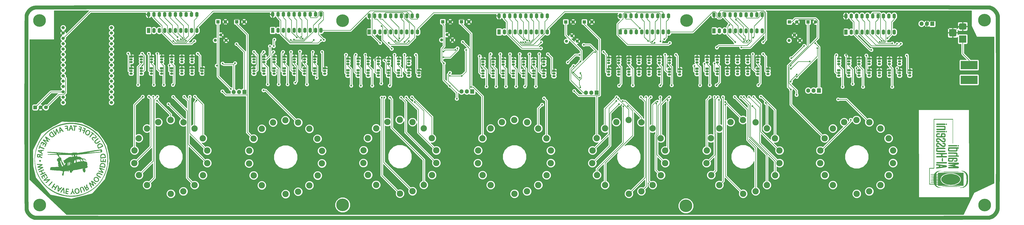
<source format=gbr>
G04 #@! TF.GenerationSoftware,KiCad,Pcbnew,(5.0.2)-1*
G04 #@! TF.CreationDate,2019-08-04T18:28:44-04:00*
G04 #@! TF.ProjectId,7971-MEDEVAC,37393731-2d4d-4454-9445-5641432e6b69,rev?*
G04 #@! TF.SameCoordinates,Original*
G04 #@! TF.FileFunction,Copper,L2,Bot*
G04 #@! TF.FilePolarity,Positive*
%FSLAX46Y46*%
G04 Gerber Fmt 4.6, Leading zero omitted, Abs format (unit mm)*
G04 Created by KiCad (PCBNEW (5.0.2)-1) date 8/4/2019 6:28:44 PM*
%MOMM*%
%LPD*%
G01*
G04 APERTURE LIST*
G04 #@! TA.AperFunction,EtchedComponent*
%ADD10C,0.010000*%
G04 #@! TD*
G04 #@! TA.AperFunction,ComponentPad*
%ADD11R,1.500000X1.050000*%
G04 #@! TD*
G04 #@! TA.AperFunction,ComponentPad*
%ADD12O,1.500000X1.050000*%
G04 #@! TD*
G04 #@! TA.AperFunction,ComponentPad*
%ADD13C,6.000000*%
G04 #@! TD*
G04 #@! TA.AperFunction,ComponentPad*
%ADD14C,3.000000*%
G04 #@! TD*
G04 #@! TA.AperFunction,ComponentPad*
%ADD15R,3.500000X3.500000*%
G04 #@! TD*
G04 #@! TA.AperFunction,Conductor*
%ADD16C,0.100000*%
G04 #@! TD*
G04 #@! TA.AperFunction,ComponentPad*
%ADD17C,3.500000*%
G04 #@! TD*
G04 #@! TA.AperFunction,ComponentPad*
%ADD18O,1.905000X2.000000*%
G04 #@! TD*
G04 #@! TA.AperFunction,ComponentPad*
%ADD19R,1.905000X2.000000*%
G04 #@! TD*
G04 #@! TA.AperFunction,ComponentPad*
%ADD20R,1.600000X2.400000*%
G04 #@! TD*
G04 #@! TA.AperFunction,ComponentPad*
%ADD21O,1.600000X2.400000*%
G04 #@! TD*
G04 #@! TA.AperFunction,ComponentPad*
%ADD22C,1.800000*%
G04 #@! TD*
G04 #@! TA.AperFunction,ComponentPad*
%ADD23C,1.440000*%
G04 #@! TD*
G04 #@! TA.AperFunction,ComponentPad*
%ADD24R,1.600000X1.600000*%
G04 #@! TD*
G04 #@! TA.AperFunction,ComponentPad*
%ADD25C,1.600000*%
G04 #@! TD*
G04 #@! TA.AperFunction,ComponentPad*
%ADD26C,1.524000*%
G04 #@! TD*
G04 #@! TA.AperFunction,ComponentPad*
%ADD27R,8.000000X4.000000*%
G04 #@! TD*
G04 #@! TA.AperFunction,ViaPad*
%ADD28C,0.800000*%
G04 #@! TD*
G04 #@! TA.AperFunction,Conductor*
%ADD29C,0.250000*%
G04 #@! TD*
G04 #@! TA.AperFunction,Conductor*
%ADD30C,0.254000*%
G04 #@! TD*
G04 APERTURE END LIST*
D10*
G04 #@! TO.C,DF2*
G36*
X61776806Y-143560952D02*
X61066885Y-143592941D01*
X60437436Y-143644394D01*
X60057581Y-143693225D01*
X58425153Y-144023342D01*
X56856420Y-144491300D01*
X55357332Y-145092770D01*
X53933841Y-145823421D01*
X52591895Y-146678923D01*
X51337447Y-147654945D01*
X50176445Y-148747158D01*
X49114841Y-149951230D01*
X48158585Y-151262832D01*
X47313628Y-152677633D01*
X47071706Y-153143504D01*
X46421834Y-154596775D01*
X45917168Y-156079143D01*
X45555159Y-157601619D01*
X45333260Y-159175216D01*
X45248920Y-160810943D01*
X45247924Y-161023685D01*
X45305394Y-162581041D01*
X45480494Y-164058726D01*
X45779313Y-165483164D01*
X46207941Y-166880778D01*
X46772467Y-168277992D01*
X47060805Y-168889926D01*
X47835347Y-170297195D01*
X48730389Y-171615280D01*
X49737290Y-172837898D01*
X50847409Y-173958764D01*
X52052105Y-174971595D01*
X53342738Y-175870106D01*
X54710668Y-176648014D01*
X56147254Y-177299033D01*
X57643855Y-177816881D01*
X59191830Y-178195272D01*
X60055628Y-178340766D01*
X60594493Y-178402155D01*
X61226238Y-178449819D01*
X61908048Y-178482586D01*
X62597108Y-178499284D01*
X63250604Y-178498739D01*
X63825721Y-178479780D01*
X64172715Y-178453511D01*
X65798726Y-178211049D01*
X67377241Y-177825222D01*
X68900679Y-177301338D01*
X70361460Y-176644706D01*
X71752002Y-175860635D01*
X73064726Y-174954434D01*
X74292049Y-173931412D01*
X75426392Y-172796877D01*
X76460173Y-171556139D01*
X77385812Y-170214506D01*
X78195728Y-168777288D01*
X78305591Y-168556193D01*
X78837317Y-167328435D01*
X79288244Y-165995593D01*
X79649198Y-164588844D01*
X79911005Y-163139366D01*
X79921740Y-163063382D01*
X79969967Y-162583297D01*
X80000577Y-161990518D01*
X80013956Y-161325232D01*
X80012499Y-161032082D01*
X79746613Y-161032082D01*
X79734999Y-161696718D01*
X79709311Y-162351682D01*
X79670532Y-162958709D01*
X79619645Y-163479535D01*
X79573401Y-163794594D01*
X79203564Y-165448082D01*
X78705909Y-167020506D01*
X78081796Y-168509124D01*
X77332587Y-169911193D01*
X76459640Y-171223973D01*
X75464319Y-172444721D01*
X75070709Y-172866933D01*
X73867830Y-174007291D01*
X72593241Y-175011582D01*
X71246282Y-175880143D01*
X69826294Y-176613307D01*
X68332619Y-177211411D01*
X66764596Y-177674789D01*
X65121569Y-178003777D01*
X64903928Y-178036475D01*
X64485283Y-178079546D01*
X63950256Y-178108137D01*
X63333347Y-178122785D01*
X62669058Y-178124025D01*
X61991888Y-178112394D01*
X61336338Y-178088429D01*
X60736908Y-178052665D01*
X60228099Y-178005638D01*
X59900897Y-177958723D01*
X58245560Y-177587821D01*
X56674913Y-177090049D01*
X55182226Y-176462391D01*
X53760770Y-175701829D01*
X52403815Y-174805347D01*
X51743673Y-174302204D01*
X51257664Y-173887255D01*
X50718847Y-173381057D01*
X50161151Y-172819095D01*
X49618507Y-172236851D01*
X49124845Y-171669811D01*
X48714097Y-171153459D01*
X48651291Y-171068230D01*
X47748176Y-169698056D01*
X46987237Y-168274108D01*
X46369678Y-166804000D01*
X45896704Y-165295348D01*
X45569517Y-163755764D01*
X45389323Y-162192864D01*
X45357326Y-160614260D01*
X45474729Y-159027568D01*
X45742738Y-157440402D01*
X46162555Y-155860375D01*
X46218594Y-155685684D01*
X46443004Y-155070833D01*
X46736132Y-154376452D01*
X47076202Y-153647545D01*
X47441437Y-152929113D01*
X47810063Y-152266160D01*
X48104931Y-151787321D01*
X49043501Y-150489918D01*
X50100400Y-149284193D01*
X51264251Y-148179388D01*
X52523671Y-147184745D01*
X53867283Y-146309505D01*
X55283707Y-145562910D01*
X56312697Y-145121683D01*
X57767684Y-144627263D01*
X59256962Y-144261103D01*
X60757493Y-144026800D01*
X62246238Y-143927952D01*
X63700158Y-143968156D01*
X63700292Y-143968167D01*
X65357072Y-144170423D01*
X66959342Y-144514366D01*
X68502049Y-144997635D01*
X69980136Y-145617874D01*
X71388547Y-146372723D01*
X72722228Y-147259825D01*
X73976123Y-148276821D01*
X74951332Y-149216525D01*
X76034432Y-150451296D01*
X76984627Y-151762995D01*
X77800328Y-153148223D01*
X78479950Y-154603580D01*
X79021906Y-156125667D01*
X79424608Y-157711084D01*
X79686471Y-159356433D01*
X79687192Y-159362772D01*
X79723693Y-159826845D01*
X79743172Y-160396037D01*
X79746613Y-161032082D01*
X80012499Y-161032082D01*
X80010487Y-160627626D01*
X79990554Y-159937890D01*
X79954543Y-159296211D01*
X79902837Y-158742777D01*
X79878666Y-158560654D01*
X79561038Y-156904779D01*
X79107162Y-155319078D01*
X78517973Y-153805432D01*
X77794404Y-152365723D01*
X76937390Y-151001831D01*
X75947863Y-149715637D01*
X74948765Y-148630055D01*
X73736087Y-147519705D01*
X72449048Y-146543273D01*
X71086047Y-145699951D01*
X69645484Y-144988931D01*
X68125756Y-144409403D01*
X66525262Y-143960559D01*
X65173322Y-143693016D01*
X64643973Y-143627663D01*
X64000785Y-143581782D01*
X63282619Y-143555370D01*
X62528339Y-143548428D01*
X61776806Y-143560952D01*
X61776806Y-143560952D01*
G37*
X61776806Y-143560952D02*
X61066885Y-143592941D01*
X60437436Y-143644394D01*
X60057581Y-143693225D01*
X58425153Y-144023342D01*
X56856420Y-144491300D01*
X55357332Y-145092770D01*
X53933841Y-145823421D01*
X52591895Y-146678923D01*
X51337447Y-147654945D01*
X50176445Y-148747158D01*
X49114841Y-149951230D01*
X48158585Y-151262832D01*
X47313628Y-152677633D01*
X47071706Y-153143504D01*
X46421834Y-154596775D01*
X45917168Y-156079143D01*
X45555159Y-157601619D01*
X45333260Y-159175216D01*
X45248920Y-160810943D01*
X45247924Y-161023685D01*
X45305394Y-162581041D01*
X45480494Y-164058726D01*
X45779313Y-165483164D01*
X46207941Y-166880778D01*
X46772467Y-168277992D01*
X47060805Y-168889926D01*
X47835347Y-170297195D01*
X48730389Y-171615280D01*
X49737290Y-172837898D01*
X50847409Y-173958764D01*
X52052105Y-174971595D01*
X53342738Y-175870106D01*
X54710668Y-176648014D01*
X56147254Y-177299033D01*
X57643855Y-177816881D01*
X59191830Y-178195272D01*
X60055628Y-178340766D01*
X60594493Y-178402155D01*
X61226238Y-178449819D01*
X61908048Y-178482586D01*
X62597108Y-178499284D01*
X63250604Y-178498739D01*
X63825721Y-178479780D01*
X64172715Y-178453511D01*
X65798726Y-178211049D01*
X67377241Y-177825222D01*
X68900679Y-177301338D01*
X70361460Y-176644706D01*
X71752002Y-175860635D01*
X73064726Y-174954434D01*
X74292049Y-173931412D01*
X75426392Y-172796877D01*
X76460173Y-171556139D01*
X77385812Y-170214506D01*
X78195728Y-168777288D01*
X78305591Y-168556193D01*
X78837317Y-167328435D01*
X79288244Y-165995593D01*
X79649198Y-164588844D01*
X79911005Y-163139366D01*
X79921740Y-163063382D01*
X79969967Y-162583297D01*
X80000577Y-161990518D01*
X80013956Y-161325232D01*
X80012499Y-161032082D01*
X79746613Y-161032082D01*
X79734999Y-161696718D01*
X79709311Y-162351682D01*
X79670532Y-162958709D01*
X79619645Y-163479535D01*
X79573401Y-163794594D01*
X79203564Y-165448082D01*
X78705909Y-167020506D01*
X78081796Y-168509124D01*
X77332587Y-169911193D01*
X76459640Y-171223973D01*
X75464319Y-172444721D01*
X75070709Y-172866933D01*
X73867830Y-174007291D01*
X72593241Y-175011582D01*
X71246282Y-175880143D01*
X69826294Y-176613307D01*
X68332619Y-177211411D01*
X66764596Y-177674789D01*
X65121569Y-178003777D01*
X64903928Y-178036475D01*
X64485283Y-178079546D01*
X63950256Y-178108137D01*
X63333347Y-178122785D01*
X62669058Y-178124025D01*
X61991888Y-178112394D01*
X61336338Y-178088429D01*
X60736908Y-178052665D01*
X60228099Y-178005638D01*
X59900897Y-177958723D01*
X58245560Y-177587821D01*
X56674913Y-177090049D01*
X55182226Y-176462391D01*
X53760770Y-175701829D01*
X52403815Y-174805347D01*
X51743673Y-174302204D01*
X51257664Y-173887255D01*
X50718847Y-173381057D01*
X50161151Y-172819095D01*
X49618507Y-172236851D01*
X49124845Y-171669811D01*
X48714097Y-171153459D01*
X48651291Y-171068230D01*
X47748176Y-169698056D01*
X46987237Y-168274108D01*
X46369678Y-166804000D01*
X45896704Y-165295348D01*
X45569517Y-163755764D01*
X45389323Y-162192864D01*
X45357326Y-160614260D01*
X45474729Y-159027568D01*
X45742738Y-157440402D01*
X46162555Y-155860375D01*
X46218594Y-155685684D01*
X46443004Y-155070833D01*
X46736132Y-154376452D01*
X47076202Y-153647545D01*
X47441437Y-152929113D01*
X47810063Y-152266160D01*
X48104931Y-151787321D01*
X49043501Y-150489918D01*
X50100400Y-149284193D01*
X51264251Y-148179388D01*
X52523671Y-147184745D01*
X53867283Y-146309505D01*
X55283707Y-145562910D01*
X56312697Y-145121683D01*
X57767684Y-144627263D01*
X59256962Y-144261103D01*
X60757493Y-144026800D01*
X62246238Y-143927952D01*
X63700158Y-143968156D01*
X63700292Y-143968167D01*
X65357072Y-144170423D01*
X66959342Y-144514366D01*
X68502049Y-144997635D01*
X69980136Y-145617874D01*
X71388547Y-146372723D01*
X72722228Y-147259825D01*
X73976123Y-148276821D01*
X74951332Y-149216525D01*
X76034432Y-150451296D01*
X76984627Y-151762995D01*
X77800328Y-153148223D01*
X78479950Y-154603580D01*
X79021906Y-156125667D01*
X79424608Y-157711084D01*
X79686471Y-159356433D01*
X79687192Y-159362772D01*
X79723693Y-159826845D01*
X79743172Y-160396037D01*
X79746613Y-161032082D01*
X80012499Y-161032082D01*
X80010487Y-160627626D01*
X79990554Y-159937890D01*
X79954543Y-159296211D01*
X79902837Y-158742777D01*
X79878666Y-158560654D01*
X79561038Y-156904779D01*
X79107162Y-155319078D01*
X78517973Y-153805432D01*
X77794404Y-152365723D01*
X76937390Y-151001831D01*
X75947863Y-149715637D01*
X74948765Y-148630055D01*
X73736087Y-147519705D01*
X72449048Y-146543273D01*
X71086047Y-145699951D01*
X69645484Y-144988931D01*
X68125756Y-144409403D01*
X66525262Y-143960559D01*
X65173322Y-143693016D01*
X64643973Y-143627663D01*
X64000785Y-143581782D01*
X63282619Y-143555370D01*
X62528339Y-143548428D01*
X61776806Y-143560952D01*
G36*
X63048861Y-174846004D02*
X62994469Y-174887721D01*
X62979087Y-174999308D01*
X62992686Y-175215177D01*
X63004708Y-175346093D01*
X63022453Y-175573475D01*
X63019059Y-175752446D01*
X62983840Y-175923408D01*
X62906108Y-176126762D01*
X62775177Y-176402910D01*
X62668773Y-176616093D01*
X62285554Y-177379745D01*
X62508292Y-177379745D01*
X62624188Y-177367468D01*
X62715230Y-177311601D01*
X62804946Y-177183591D01*
X62916868Y-176954887D01*
X62985521Y-176800652D01*
X63240014Y-176221559D01*
X63548987Y-176762167D01*
X63711987Y-177035664D01*
X63832613Y-177198729D01*
X63937460Y-177278558D01*
X64053119Y-177302346D01*
X64077608Y-177302775D01*
X64229431Y-177281480D01*
X64244659Y-177212892D01*
X64241168Y-177206563D01*
X64177006Y-177102148D01*
X64051767Y-176902458D01*
X63887152Y-176642010D01*
X63795666Y-176497912D01*
X63607188Y-176191472D01*
X63488750Y-175961209D01*
X63421963Y-175757293D01*
X63388439Y-175529896D01*
X63376707Y-175362609D01*
X63357629Y-175086174D01*
X63329974Y-174929611D01*
X63279169Y-174858967D01*
X63190642Y-174840291D01*
X63152293Y-174839745D01*
X63048861Y-174846004D01*
X63048861Y-174846004D01*
G37*
X63048861Y-174846004D02*
X62994469Y-174887721D01*
X62979087Y-174999308D01*
X62992686Y-175215177D01*
X63004708Y-175346093D01*
X63022453Y-175573475D01*
X63019059Y-175752446D01*
X62983840Y-175923408D01*
X62906108Y-176126762D01*
X62775177Y-176402910D01*
X62668773Y-176616093D01*
X62285554Y-177379745D01*
X62508292Y-177379745D01*
X62624188Y-177367468D01*
X62715230Y-177311601D01*
X62804946Y-177183591D01*
X62916868Y-176954887D01*
X62985521Y-176800652D01*
X63240014Y-176221559D01*
X63548987Y-176762167D01*
X63711987Y-177035664D01*
X63832613Y-177198729D01*
X63937460Y-177278558D01*
X64053119Y-177302346D01*
X64077608Y-177302775D01*
X64229431Y-177281480D01*
X64244659Y-177212892D01*
X64241168Y-177206563D01*
X64177006Y-177102148D01*
X64051767Y-176902458D01*
X63887152Y-176642010D01*
X63795666Y-176497912D01*
X63607188Y-176191472D01*
X63488750Y-175961209D01*
X63421963Y-175757293D01*
X63388439Y-175529896D01*
X63376707Y-175362609D01*
X63357629Y-175086174D01*
X63329974Y-174929611D01*
X63279169Y-174858967D01*
X63190642Y-174840291D01*
X63152293Y-174839745D01*
X63048861Y-174846004D01*
G36*
X60162386Y-174706539D02*
X60142566Y-174789083D01*
X60109638Y-174991674D01*
X60067653Y-175282503D01*
X60020658Y-175629760D01*
X59972704Y-176001636D01*
X59927841Y-176366320D01*
X59890116Y-176692004D01*
X59863580Y-176946877D01*
X59852281Y-177099131D01*
X59854170Y-177127765D01*
X59942414Y-177154487D01*
X60137237Y-177191165D01*
X60392196Y-177230981D01*
X60660847Y-177267122D01*
X60896748Y-177292771D01*
X61036200Y-177301228D01*
X61177805Y-177257241D01*
X61209382Y-177155556D01*
X61184424Y-177069996D01*
X61087893Y-177011941D01*
X60887305Y-176967101D01*
X60728322Y-176943889D01*
X60483378Y-176902407D01*
X60316941Y-176857478D01*
X60266503Y-176821715D01*
X60279264Y-176712434D01*
X60285595Y-176519040D01*
X60285746Y-176483463D01*
X60285746Y-176202939D01*
X60786049Y-176249658D01*
X61055379Y-176270848D01*
X61205894Y-176266342D01*
X61271558Y-176229295D01*
X61286339Y-176152861D01*
X61286352Y-176148822D01*
X61243165Y-176038764D01*
X61091860Y-175973024D01*
X60997715Y-175954859D01*
X60688215Y-175904509D01*
X60502024Y-175860509D01*
X60411320Y-175799938D01*
X60388283Y-175699876D01*
X60405090Y-175537402D01*
X60413661Y-175473685D01*
X60445264Y-175255652D01*
X60471726Y-175113005D01*
X60480534Y-175085547D01*
X60560365Y-175083029D01*
X60751071Y-175099176D01*
X61008479Y-175130123D01*
X61279120Y-175163681D01*
X61431392Y-175168451D01*
X61499278Y-175137697D01*
X61516761Y-175064682D01*
X61517261Y-175029278D01*
X61504366Y-174946192D01*
X61446030Y-174888526D01*
X61312782Y-174845017D01*
X61075147Y-174804405D01*
X60849199Y-174774027D01*
X60548515Y-174737461D01*
X60313435Y-174713124D01*
X60179758Y-174704533D01*
X60162386Y-174706539D01*
X60162386Y-174706539D01*
G37*
X60162386Y-174706539D02*
X60142566Y-174789083D01*
X60109638Y-174991674D01*
X60067653Y-175282503D01*
X60020658Y-175629760D01*
X59972704Y-176001636D01*
X59927841Y-176366320D01*
X59890116Y-176692004D01*
X59863580Y-176946877D01*
X59852281Y-177099131D01*
X59854170Y-177127765D01*
X59942414Y-177154487D01*
X60137237Y-177191165D01*
X60392196Y-177230981D01*
X60660847Y-177267122D01*
X60896748Y-177292771D01*
X61036200Y-177301228D01*
X61177805Y-177257241D01*
X61209382Y-177155556D01*
X61184424Y-177069996D01*
X61087893Y-177011941D01*
X60887305Y-176967101D01*
X60728322Y-176943889D01*
X60483378Y-176902407D01*
X60316941Y-176857478D01*
X60266503Y-176821715D01*
X60279264Y-176712434D01*
X60285595Y-176519040D01*
X60285746Y-176483463D01*
X60285746Y-176202939D01*
X60786049Y-176249658D01*
X61055379Y-176270848D01*
X61205894Y-176266342D01*
X61271558Y-176229295D01*
X61286339Y-176152861D01*
X61286352Y-176148822D01*
X61243165Y-176038764D01*
X61091860Y-175973024D01*
X60997715Y-175954859D01*
X60688215Y-175904509D01*
X60502024Y-175860509D01*
X60411320Y-175799938D01*
X60388283Y-175699876D01*
X60405090Y-175537402D01*
X60413661Y-175473685D01*
X60445264Y-175255652D01*
X60471726Y-175113005D01*
X60480534Y-175085547D01*
X60560365Y-175083029D01*
X60751071Y-175099176D01*
X61008479Y-175130123D01*
X61279120Y-175163681D01*
X61431392Y-175168451D01*
X61499278Y-175137697D01*
X61516761Y-175064682D01*
X61517261Y-175029278D01*
X61504366Y-174946192D01*
X61446030Y-174888526D01*
X61312782Y-174845017D01*
X61075147Y-174804405D01*
X60849199Y-174774027D01*
X60548515Y-174737461D01*
X60313435Y-174713124D01*
X60179758Y-174704533D01*
X60162386Y-174706539D01*
G36*
X64952694Y-174662862D02*
X64754734Y-174749480D01*
X64485520Y-174974450D01*
X64308574Y-175288246D01*
X64223456Y-175656800D01*
X64229725Y-176046047D01*
X64326940Y-176421921D01*
X64514659Y-176750357D01*
X64783777Y-176991994D01*
X65123357Y-177120818D01*
X65504646Y-177139657D01*
X65863171Y-177048165D01*
X65958079Y-176998284D01*
X66236349Y-176775371D01*
X66399326Y-176499813D01*
X66465338Y-176135740D01*
X66466904Y-176076634D01*
X66081714Y-176076634D01*
X66000538Y-176383232D01*
X65837533Y-176625513D01*
X65614824Y-176782243D01*
X65354535Y-176832190D01*
X65078791Y-176754121D01*
X65023201Y-176720927D01*
X64851680Y-176537951D01*
X64707348Y-176259378D01*
X64615655Y-175943541D01*
X64596337Y-175742582D01*
X64651908Y-175445537D01*
X64797040Y-175183575D01*
X65000395Y-175003939D01*
X65115867Y-174959366D01*
X65438730Y-174957187D01*
X65712920Y-175094011D01*
X65925151Y-175359025D01*
X66058936Y-175726950D01*
X66081714Y-176076634D01*
X66466904Y-176076634D01*
X66468978Y-175998401D01*
X66410673Y-175538740D01*
X66248707Y-175155039D01*
X66002502Y-174861450D01*
X65691483Y-174672124D01*
X65335073Y-174601210D01*
X64952694Y-174662862D01*
X64952694Y-174662862D01*
G37*
X64952694Y-174662862D02*
X64754734Y-174749480D01*
X64485520Y-174974450D01*
X64308574Y-175288246D01*
X64223456Y-175656800D01*
X64229725Y-176046047D01*
X64326940Y-176421921D01*
X64514659Y-176750357D01*
X64783777Y-176991994D01*
X65123357Y-177120818D01*
X65504646Y-177139657D01*
X65863171Y-177048165D01*
X65958079Y-176998284D01*
X66236349Y-176775371D01*
X66399326Y-176499813D01*
X66465338Y-176135740D01*
X66466904Y-176076634D01*
X66081714Y-176076634D01*
X66000538Y-176383232D01*
X65837533Y-176625513D01*
X65614824Y-176782243D01*
X65354535Y-176832190D01*
X65078791Y-176754121D01*
X65023201Y-176720927D01*
X64851680Y-176537951D01*
X64707348Y-176259378D01*
X64615655Y-175943541D01*
X64596337Y-175742582D01*
X64651908Y-175445537D01*
X64797040Y-175183575D01*
X65000395Y-175003939D01*
X65115867Y-174959366D01*
X65438730Y-174957187D01*
X65712920Y-175094011D01*
X65925151Y-175359025D01*
X66058936Y-175726950D01*
X66081714Y-176076634D01*
X66466904Y-176076634D01*
X66468978Y-175998401D01*
X66410673Y-175538740D01*
X66248707Y-175155039D01*
X66002502Y-174861450D01*
X65691483Y-174672124D01*
X65335073Y-174601210D01*
X64952694Y-174662862D01*
G36*
X58904071Y-174369296D02*
X58820521Y-174413402D01*
X58717053Y-174516078D01*
X58578814Y-174694877D01*
X58390950Y-174967351D01*
X58138608Y-175351051D01*
X58103837Y-175404558D01*
X57841595Y-175813968D01*
X57659131Y-176113894D01*
X57547913Y-176320939D01*
X57499412Y-176451713D01*
X57505098Y-176522819D01*
X57521269Y-176538682D01*
X57667891Y-176601143D01*
X57718312Y-176608870D01*
X57789959Y-176547506D01*
X57923014Y-176378902D01*
X58099471Y-176127692D01*
X58301326Y-175818510D01*
X58334070Y-175766437D01*
X58861806Y-174922826D01*
X58911180Y-175362346D01*
X58940462Y-175694686D01*
X58962602Y-176075797D01*
X58970086Y-176302169D01*
X58984194Y-176622828D01*
X59020843Y-176823554D01*
X59093918Y-176938108D01*
X59217307Y-177000254D01*
X59262346Y-177012756D01*
X59381950Y-177023799D01*
X59410185Y-176943534D01*
X59398957Y-176852065D01*
X59381189Y-176703576D01*
X59355055Y-176435479D01*
X59323644Y-176081676D01*
X59290047Y-175676073D01*
X59278681Y-175532472D01*
X59247133Y-175137212D01*
X59219136Y-174801849D01*
X59197069Y-174553705D01*
X59183308Y-174420105D01*
X59180555Y-174404696D01*
X59106047Y-174386297D01*
X58982557Y-174366211D01*
X58904071Y-174369296D01*
X58904071Y-174369296D01*
G37*
X58904071Y-174369296D02*
X58820521Y-174413402D01*
X58717053Y-174516078D01*
X58578814Y-174694877D01*
X58390950Y-174967351D01*
X58138608Y-175351051D01*
X58103837Y-175404558D01*
X57841595Y-175813968D01*
X57659131Y-176113894D01*
X57547913Y-176320939D01*
X57499412Y-176451713D01*
X57505098Y-176522819D01*
X57521269Y-176538682D01*
X57667891Y-176601143D01*
X57718312Y-176608870D01*
X57789959Y-176547506D01*
X57923014Y-176378902D01*
X58099471Y-176127692D01*
X58301326Y-175818510D01*
X58334070Y-175766437D01*
X58861806Y-174922826D01*
X58911180Y-175362346D01*
X58940462Y-175694686D01*
X58962602Y-176075797D01*
X58970086Y-176302169D01*
X58984194Y-176622828D01*
X59020843Y-176823554D01*
X59093918Y-176938108D01*
X59217307Y-177000254D01*
X59262346Y-177012756D01*
X59381950Y-177023799D01*
X59410185Y-176943534D01*
X59398957Y-176852065D01*
X59381189Y-176703576D01*
X59355055Y-176435479D01*
X59323644Y-176081676D01*
X59290047Y-175676073D01*
X59278681Y-175532472D01*
X59247133Y-175137212D01*
X59219136Y-174801849D01*
X59197069Y-174553705D01*
X59183308Y-174420105D01*
X59180555Y-174404696D01*
X59106047Y-174386297D01*
X58982557Y-174366211D01*
X58904071Y-174369296D01*
G36*
X67575692Y-173944648D02*
X67198466Y-174049171D01*
X66933477Y-174253764D01*
X66789158Y-174548095D01*
X66773944Y-174921832D01*
X66774504Y-174926172D01*
X66812827Y-175101272D01*
X66887801Y-175361812D01*
X66986282Y-175669656D01*
X67095128Y-175986664D01*
X67201195Y-176274701D01*
X67291341Y-176495627D01*
X67352424Y-176611305D01*
X67356840Y-176615999D01*
X67464443Y-176639074D01*
X67540140Y-176629598D01*
X67618499Y-176601395D01*
X67657423Y-176544738D01*
X67653355Y-176435007D01*
X67602736Y-176247581D01*
X67502006Y-175957842D01*
X67405068Y-175695180D01*
X67252489Y-175257533D01*
X67167296Y-174934142D01*
X67147040Y-174702077D01*
X67189272Y-174538408D01*
X67270746Y-174437445D01*
X67503375Y-174286969D01*
X67717661Y-174267024D01*
X67919647Y-174382544D01*
X68115373Y-174638464D01*
X68310882Y-175039716D01*
X68446672Y-175397775D01*
X68576203Y-175753636D01*
X68676229Y-175981623D01*
X68761899Y-176101180D01*
X68848364Y-176131753D01*
X68950774Y-176092788D01*
X68976132Y-176077332D01*
X69018925Y-176022069D01*
X69020608Y-175916180D01*
X68976046Y-175732462D01*
X68880101Y-175443710D01*
X68829962Y-175303172D01*
X68626248Y-174785040D01*
X68432714Y-174404189D01*
X68235697Y-174145821D01*
X68021532Y-173995135D01*
X67776557Y-173937332D01*
X67575692Y-173944648D01*
X67575692Y-173944648D01*
G37*
X67575692Y-173944648D02*
X67198466Y-174049171D01*
X66933477Y-174253764D01*
X66789158Y-174548095D01*
X66773944Y-174921832D01*
X66774504Y-174926172D01*
X66812827Y-175101272D01*
X66887801Y-175361812D01*
X66986282Y-175669656D01*
X67095128Y-175986664D01*
X67201195Y-176274701D01*
X67291341Y-176495627D01*
X67352424Y-176611305D01*
X67356840Y-176615999D01*
X67464443Y-176639074D01*
X67540140Y-176629598D01*
X67618499Y-176601395D01*
X67657423Y-176544738D01*
X67653355Y-176435007D01*
X67602736Y-176247581D01*
X67502006Y-175957842D01*
X67405068Y-175695180D01*
X67252489Y-175257533D01*
X67167296Y-174934142D01*
X67147040Y-174702077D01*
X67189272Y-174538408D01*
X67270746Y-174437445D01*
X67503375Y-174286969D01*
X67717661Y-174267024D01*
X67919647Y-174382544D01*
X68115373Y-174638464D01*
X68310882Y-175039716D01*
X68446672Y-175397775D01*
X68576203Y-175753636D01*
X68676229Y-175981623D01*
X68761899Y-176101180D01*
X68848364Y-176131753D01*
X68950774Y-176092788D01*
X68976132Y-176077332D01*
X69018925Y-176022069D01*
X69020608Y-175916180D01*
X68976046Y-175732462D01*
X68880101Y-175443710D01*
X68829962Y-175303172D01*
X68626248Y-174785040D01*
X68432714Y-174404189D01*
X68235697Y-174145821D01*
X68021532Y-173995135D01*
X67776557Y-173937332D01*
X67575692Y-173944648D01*
G36*
X56345783Y-173480501D02*
X56329763Y-173685373D01*
X56307019Y-173992942D01*
X56279442Y-174377769D01*
X56256754Y-174701360D01*
X56167423Y-175986914D01*
X56344448Y-176067572D01*
X56486890Y-176128617D01*
X56545779Y-176148230D01*
X56602438Y-176093719D01*
X56742314Y-175943572D01*
X56947101Y-175717864D01*
X57198491Y-175436674D01*
X57331097Y-175287028D01*
X57673024Y-174899938D01*
X57702934Y-174865680D01*
X57193159Y-174865680D01*
X56872937Y-175237523D01*
X56705149Y-175429040D01*
X56582071Y-175563291D01*
X56532801Y-175609404D01*
X56529940Y-175540111D01*
X56542943Y-175360513D01*
X56562734Y-175166866D01*
X56593117Y-174924020D01*
X56620277Y-174752513D01*
X56634614Y-174697982D01*
X56713434Y-174704248D01*
X56880443Y-174753068D01*
X56924902Y-174768677D01*
X57193159Y-174865680D01*
X57702934Y-174865680D01*
X57923715Y-174612810D01*
X58093275Y-174409730D01*
X58191807Y-174274784D01*
X58229416Y-174192056D01*
X58216206Y-174145632D01*
X58162281Y-174119596D01*
X58084832Y-174099829D01*
X57941850Y-174087084D01*
X57815310Y-174149610D01*
X57657587Y-174312745D01*
X57635451Y-174338918D01*
X57391448Y-174629553D01*
X56668170Y-174309613D01*
X56668170Y-173890929D01*
X56659478Y-173641785D01*
X56624438Y-173505949D01*
X56549603Y-173443328D01*
X56514231Y-173431989D01*
X56387156Y-173404463D01*
X56353189Y-173403769D01*
X56345783Y-173480501D01*
X56345783Y-173480501D01*
G37*
X56345783Y-173480501D02*
X56329763Y-173685373D01*
X56307019Y-173992942D01*
X56279442Y-174377769D01*
X56256754Y-174701360D01*
X56167423Y-175986914D01*
X56344448Y-176067572D01*
X56486890Y-176128617D01*
X56545779Y-176148230D01*
X56602438Y-176093719D01*
X56742314Y-175943572D01*
X56947101Y-175717864D01*
X57198491Y-175436674D01*
X57331097Y-175287028D01*
X57673024Y-174899938D01*
X57702934Y-174865680D01*
X57193159Y-174865680D01*
X56872937Y-175237523D01*
X56705149Y-175429040D01*
X56582071Y-175563291D01*
X56532801Y-175609404D01*
X56529940Y-175540111D01*
X56542943Y-175360513D01*
X56562734Y-175166866D01*
X56593117Y-174924020D01*
X56620277Y-174752513D01*
X56634614Y-174697982D01*
X56713434Y-174704248D01*
X56880443Y-174753068D01*
X56924902Y-174768677D01*
X57193159Y-174865680D01*
X57702934Y-174865680D01*
X57923715Y-174612810D01*
X58093275Y-174409730D01*
X58191807Y-174274784D01*
X58229416Y-174192056D01*
X58216206Y-174145632D01*
X58162281Y-174119596D01*
X58084832Y-174099829D01*
X57941850Y-174087084D01*
X57815310Y-174149610D01*
X57657587Y-174312745D01*
X57635451Y-174338918D01*
X57391448Y-174629553D01*
X56668170Y-174309613D01*
X56668170Y-173890929D01*
X56659478Y-173641785D01*
X56624438Y-173505949D01*
X56549603Y-173443328D01*
X56514231Y-173431989D01*
X56387156Y-173404463D01*
X56353189Y-173403769D01*
X56345783Y-173480501D01*
G36*
X69891535Y-172802188D02*
X69791238Y-172867694D01*
X69703229Y-172953158D01*
X69685472Y-173063682D01*
X69730671Y-173255918D01*
X69738042Y-173280715D01*
X69817777Y-173626264D01*
X69811278Y-173874846D01*
X69714159Y-174059870D01*
X69624843Y-174143273D01*
X69419697Y-174304641D01*
X69197772Y-173898820D01*
X69038341Y-173617203D01*
X68926360Y-173455436D01*
X68841057Y-173395372D01*
X68761658Y-173418864D01*
X68705200Y-173468516D01*
X68663711Y-173525582D01*
X68653956Y-173602334D01*
X68684291Y-173720813D01*
X68763069Y-173903063D01*
X68898647Y-174171126D01*
X69099380Y-174547044D01*
X69148325Y-174637562D01*
X69347966Y-174997507D01*
X69526929Y-175303684D01*
X69670900Y-175532859D01*
X69765566Y-175661796D01*
X69791503Y-175681567D01*
X69902103Y-175647332D01*
X70090100Y-175563431D01*
X70176352Y-175520191D01*
X70564755Y-175272704D01*
X70800798Y-175010461D01*
X70885521Y-174731584D01*
X70873253Y-174675928D01*
X70491805Y-174675928D01*
X70481622Y-174847963D01*
X70384539Y-174992006D01*
X70213011Y-175136907D01*
X70189650Y-175151688D01*
X69947300Y-175299070D01*
X69776667Y-174973196D01*
X69675414Y-174770319D01*
X69612411Y-174625884D01*
X69602557Y-174591570D01*
X69664057Y-174508983D01*
X69818861Y-174422677D01*
X70008790Y-174356337D01*
X70175667Y-174333650D01*
X70218765Y-174340689D01*
X70398938Y-174469284D01*
X70491805Y-174675928D01*
X70873253Y-174675928D01*
X70819964Y-174434191D01*
X70799838Y-174392872D01*
X70631820Y-174171582D01*
X70404406Y-174077648D01*
X70287927Y-174070048D01*
X70183236Y-174032562D01*
X70189758Y-173947411D01*
X70198916Y-173823469D01*
X70181673Y-173611278D01*
X70145695Y-173355515D01*
X70098648Y-173100859D01*
X70048197Y-172891991D01*
X70002009Y-172773588D01*
X69986293Y-172761563D01*
X69891535Y-172802188D01*
X69891535Y-172802188D01*
G37*
X69891535Y-172802188D02*
X69791238Y-172867694D01*
X69703229Y-172953158D01*
X69685472Y-173063682D01*
X69730671Y-173255918D01*
X69738042Y-173280715D01*
X69817777Y-173626264D01*
X69811278Y-173874846D01*
X69714159Y-174059870D01*
X69624843Y-174143273D01*
X69419697Y-174304641D01*
X69197772Y-173898820D01*
X69038341Y-173617203D01*
X68926360Y-173455436D01*
X68841057Y-173395372D01*
X68761658Y-173418864D01*
X68705200Y-173468516D01*
X68663711Y-173525582D01*
X68653956Y-173602334D01*
X68684291Y-173720813D01*
X68763069Y-173903063D01*
X68898647Y-174171126D01*
X69099380Y-174547044D01*
X69148325Y-174637562D01*
X69347966Y-174997507D01*
X69526929Y-175303684D01*
X69670900Y-175532859D01*
X69765566Y-175661796D01*
X69791503Y-175681567D01*
X69902103Y-175647332D01*
X70090100Y-175563431D01*
X70176352Y-175520191D01*
X70564755Y-175272704D01*
X70800798Y-175010461D01*
X70885521Y-174731584D01*
X70873253Y-174675928D01*
X70491805Y-174675928D01*
X70481622Y-174847963D01*
X70384539Y-174992006D01*
X70213011Y-175136907D01*
X70189650Y-175151688D01*
X69947300Y-175299070D01*
X69776667Y-174973196D01*
X69675414Y-174770319D01*
X69612411Y-174625884D01*
X69602557Y-174591570D01*
X69664057Y-174508983D01*
X69818861Y-174422677D01*
X70008790Y-174356337D01*
X70175667Y-174333650D01*
X70218765Y-174340689D01*
X70398938Y-174469284D01*
X70491805Y-174675928D01*
X70873253Y-174675928D01*
X70819964Y-174434191D01*
X70799838Y-174392872D01*
X70631820Y-174171582D01*
X70404406Y-174077648D01*
X70287927Y-174070048D01*
X70183236Y-174032562D01*
X70189758Y-173947411D01*
X70198916Y-173823469D01*
X70181673Y-173611278D01*
X70145695Y-173355515D01*
X70098648Y-173100859D01*
X70048197Y-172891991D01*
X70002009Y-172773588D01*
X69986293Y-172761563D01*
X69891535Y-172802188D01*
G36*
X54564458Y-172372790D02*
X54503394Y-172457547D01*
X54378002Y-172649070D01*
X54204070Y-172922674D01*
X53997383Y-173253677D01*
X53893789Y-173421448D01*
X53647888Y-173829206D01*
X53481427Y-174126412D01*
X53386581Y-174329328D01*
X53355522Y-174454216D01*
X53370713Y-174508130D01*
X53484494Y-174596193D01*
X53601359Y-174568168D01*
X53739551Y-174413434D01*
X53858776Y-174223988D01*
X53991830Y-174016175D01*
X54103669Y-173876439D01*
X54156844Y-173839139D01*
X54257117Y-173878814D01*
X54453954Y-173985747D01*
X54715836Y-174141799D01*
X55011245Y-174328833D01*
X55037010Y-174345656D01*
X55013041Y-174413453D01*
X54926686Y-174573392D01*
X54825343Y-174743664D01*
X54672967Y-175005292D01*
X54605074Y-175170692D01*
X54616131Y-175268511D01*
X54700605Y-175327398D01*
X54711738Y-175331813D01*
X54818510Y-175367322D01*
X54891568Y-175350361D01*
X54971817Y-175253724D01*
X55075437Y-175089897D01*
X55437520Y-174505028D01*
X55719615Y-174043293D01*
X55925346Y-173698571D01*
X56058336Y-173464742D01*
X56122208Y-173335684D01*
X56129382Y-173309409D01*
X56067925Y-173231007D01*
X55936790Y-173162925D01*
X55851737Y-173146412D01*
X55796934Y-173206416D01*
X55684922Y-173364273D01*
X55539195Y-173586748D01*
X55528677Y-173603348D01*
X55239762Y-174060284D01*
X54857148Y-173825526D01*
X54637069Y-173686861D01*
X54468516Y-173574064D01*
X54404166Y-173525283D01*
X54405329Y-173428664D01*
X54485064Y-173236433D01*
X54623658Y-172990191D01*
X54771462Y-172744930D01*
X54845090Y-172594799D01*
X54853384Y-172505294D01*
X54805188Y-172441911D01*
X54770995Y-172415346D01*
X54636021Y-172356862D01*
X54564458Y-172372790D01*
X54564458Y-172372790D01*
G37*
X54564458Y-172372790D02*
X54503394Y-172457547D01*
X54378002Y-172649070D01*
X54204070Y-172922674D01*
X53997383Y-173253677D01*
X53893789Y-173421448D01*
X53647888Y-173829206D01*
X53481427Y-174126412D01*
X53386581Y-174329328D01*
X53355522Y-174454216D01*
X53370713Y-174508130D01*
X53484494Y-174596193D01*
X53601359Y-174568168D01*
X53739551Y-174413434D01*
X53858776Y-174223988D01*
X53991830Y-174016175D01*
X54103669Y-173876439D01*
X54156844Y-173839139D01*
X54257117Y-173878814D01*
X54453954Y-173985747D01*
X54715836Y-174141799D01*
X55011245Y-174328833D01*
X55037010Y-174345656D01*
X55013041Y-174413453D01*
X54926686Y-174573392D01*
X54825343Y-174743664D01*
X54672967Y-175005292D01*
X54605074Y-175170692D01*
X54616131Y-175268511D01*
X54700605Y-175327398D01*
X54711738Y-175331813D01*
X54818510Y-175367322D01*
X54891568Y-175350361D01*
X54971817Y-175253724D01*
X55075437Y-175089897D01*
X55437520Y-174505028D01*
X55719615Y-174043293D01*
X55925346Y-173698571D01*
X56058336Y-173464742D01*
X56122208Y-173335684D01*
X56129382Y-173309409D01*
X56067925Y-173231007D01*
X55936790Y-173162925D01*
X55851737Y-173146412D01*
X55796934Y-173206416D01*
X55684922Y-173364273D01*
X55539195Y-173586748D01*
X55528677Y-173603348D01*
X55239762Y-174060284D01*
X54857148Y-173825526D01*
X54637069Y-173686861D01*
X54468516Y-173574064D01*
X54404166Y-173525283D01*
X54405329Y-173428664D01*
X54485064Y-173236433D01*
X54623658Y-172990191D01*
X54771462Y-172744930D01*
X54845090Y-172594799D01*
X54853384Y-172505294D01*
X54805188Y-172441911D01*
X54770995Y-172415346D01*
X54636021Y-172356862D01*
X54564458Y-172372790D01*
G36*
X72216091Y-171043065D02*
X72111396Y-171104297D01*
X72055170Y-171157263D01*
X72034511Y-171224807D01*
X72057556Y-171332331D01*
X72132439Y-171505238D01*
X72267298Y-171768933D01*
X72409944Y-172036434D01*
X72569618Y-172344269D01*
X72686234Y-172589402D01*
X72749563Y-172748644D01*
X72749373Y-172798807D01*
X72745506Y-172796954D01*
X72639888Y-172729693D01*
X72438423Y-172597709D01*
X72173097Y-172422050D01*
X71959593Y-172279759D01*
X71656149Y-172079409D01*
X71452123Y-171955394D01*
X71320036Y-171896901D01*
X71232412Y-171893119D01*
X71161770Y-171933234D01*
X71135949Y-171955666D01*
X71085868Y-172009144D01*
X71062769Y-172073389D01*
X71073963Y-172170094D01*
X71126761Y-172320953D01*
X71228475Y-172547658D01*
X71386415Y-172871903D01*
X71566068Y-173231890D01*
X71757638Y-173611950D01*
X71924690Y-173938737D01*
X72055463Y-174189616D01*
X72138194Y-174341951D01*
X72161552Y-174377927D01*
X72225472Y-174330557D01*
X72313551Y-174247438D01*
X72363193Y-174185075D01*
X72378951Y-174108671D01*
X72352564Y-173992762D01*
X72275768Y-173811887D01*
X72140301Y-173540582D01*
X71991751Y-173255827D01*
X71539460Y-172394705D01*
X72306034Y-172924498D01*
X72663582Y-173167615D01*
X72919720Y-173328341D01*
X73096892Y-173415703D01*
X73217543Y-173438729D01*
X73304118Y-173406445D01*
X73361993Y-173349200D01*
X73383840Y-173271831D01*
X73353711Y-173134888D01*
X73263743Y-172917679D01*
X73106074Y-172599511D01*
X73000981Y-172399091D01*
X72552750Y-171554073D01*
X73338231Y-172091019D01*
X73667549Y-172314112D01*
X73896159Y-172460116D01*
X74049522Y-172540139D01*
X74153100Y-172565290D01*
X74232353Y-172546678D01*
X74294593Y-172508276D01*
X74353889Y-172460509D01*
X74373249Y-172411486D01*
X74337169Y-172346926D01*
X74230146Y-172252550D01*
X74036676Y-172114077D01*
X73741257Y-171917227D01*
X73437526Y-171718821D01*
X73082799Y-171489125D01*
X72771051Y-171289948D01*
X72526050Y-171136265D01*
X72371564Y-171043051D01*
X72332056Y-171022325D01*
X72216091Y-171043065D01*
X72216091Y-171043065D01*
G37*
X72216091Y-171043065D02*
X72111396Y-171104297D01*
X72055170Y-171157263D01*
X72034511Y-171224807D01*
X72057556Y-171332331D01*
X72132439Y-171505238D01*
X72267298Y-171768933D01*
X72409944Y-172036434D01*
X72569618Y-172344269D01*
X72686234Y-172589402D01*
X72749563Y-172748644D01*
X72749373Y-172798807D01*
X72745506Y-172796954D01*
X72639888Y-172729693D01*
X72438423Y-172597709D01*
X72173097Y-172422050D01*
X71959593Y-172279759D01*
X71656149Y-172079409D01*
X71452123Y-171955394D01*
X71320036Y-171896901D01*
X71232412Y-171893119D01*
X71161770Y-171933234D01*
X71135949Y-171955666D01*
X71085868Y-172009144D01*
X71062769Y-172073389D01*
X71073963Y-172170094D01*
X71126761Y-172320953D01*
X71228475Y-172547658D01*
X71386415Y-172871903D01*
X71566068Y-173231890D01*
X71757638Y-173611950D01*
X71924690Y-173938737D01*
X72055463Y-174189616D01*
X72138194Y-174341951D01*
X72161552Y-174377927D01*
X72225472Y-174330557D01*
X72313551Y-174247438D01*
X72363193Y-174185075D01*
X72378951Y-174108671D01*
X72352564Y-173992762D01*
X72275768Y-173811887D01*
X72140301Y-173540582D01*
X71991751Y-173255827D01*
X71539460Y-172394705D01*
X72306034Y-172924498D01*
X72663582Y-173167615D01*
X72919720Y-173328341D01*
X73096892Y-173415703D01*
X73217543Y-173438729D01*
X73304118Y-173406445D01*
X73361993Y-173349200D01*
X73383840Y-173271831D01*
X73353711Y-173134888D01*
X73263743Y-172917679D01*
X73106074Y-172599511D01*
X73000981Y-172399091D01*
X72552750Y-171554073D01*
X73338231Y-172091019D01*
X73667549Y-172314112D01*
X73896159Y-172460116D01*
X74049522Y-172540139D01*
X74153100Y-172565290D01*
X74232353Y-172546678D01*
X74294593Y-172508276D01*
X74353889Y-172460509D01*
X74373249Y-172411486D01*
X74337169Y-172346926D01*
X74230146Y-172252550D01*
X74036676Y-172114077D01*
X73741257Y-171917227D01*
X73437526Y-171718821D01*
X73082799Y-171489125D01*
X72771051Y-171289948D01*
X72526050Y-171136265D01*
X72371564Y-171043051D01*
X72332056Y-171022325D01*
X72216091Y-171043065D01*
G36*
X53366664Y-171431226D02*
X53218255Y-171582297D01*
X53010440Y-171807903D01*
X52763317Y-172086627D01*
X52694537Y-172165811D01*
X52372484Y-172538020D01*
X52138339Y-172810830D01*
X51980065Y-173001924D01*
X51885625Y-173128983D01*
X51842981Y-173209690D01*
X51840098Y-173261730D01*
X51864939Y-173302784D01*
X51896049Y-173338836D01*
X51998977Y-173435130D01*
X52043003Y-173454291D01*
X52109971Y-173399494D01*
X52256521Y-173249698D01*
X52462064Y-173026789D01*
X52706009Y-172752656D01*
X52745548Y-172707430D01*
X53076657Y-172327413D01*
X53318732Y-172046298D01*
X53483723Y-171846795D01*
X53583576Y-171711616D01*
X53630239Y-171623470D01*
X53635660Y-171565070D01*
X53611787Y-171519125D01*
X53587412Y-171489189D01*
X53481659Y-171394020D01*
X53435568Y-171376109D01*
X53366664Y-171431226D01*
X53366664Y-171431226D01*
G37*
X53366664Y-171431226D02*
X53218255Y-171582297D01*
X53010440Y-171807903D01*
X52763317Y-172086627D01*
X52694537Y-172165811D01*
X52372484Y-172538020D01*
X52138339Y-172810830D01*
X51980065Y-173001924D01*
X51885625Y-173128983D01*
X51842981Y-173209690D01*
X51840098Y-173261730D01*
X51864939Y-173302784D01*
X51896049Y-173338836D01*
X51998977Y-173435130D01*
X52043003Y-173454291D01*
X52109971Y-173399494D01*
X52256521Y-173249698D01*
X52462064Y-173026789D01*
X52706009Y-172752656D01*
X52745548Y-172707430D01*
X53076657Y-172327413D01*
X53318732Y-172046298D01*
X53483723Y-171846795D01*
X53583576Y-171711616D01*
X53630239Y-171623470D01*
X53635660Y-171565070D01*
X53611787Y-171519125D01*
X53587412Y-171489189D01*
X53481659Y-171394020D01*
X53435568Y-171376109D01*
X53366664Y-171431226D01*
G36*
X51271515Y-169198084D02*
X51108436Y-169309889D01*
X50869328Y-169496096D01*
X50535592Y-169768226D01*
X50451470Y-169837595D01*
X50131551Y-170105022D01*
X49858555Y-170339571D01*
X49652558Y-170523479D01*
X49533639Y-170638985D01*
X49512436Y-170668341D01*
X49556122Y-170767407D01*
X49609043Y-170845499D01*
X49665435Y-170899220D01*
X49753204Y-170927590D01*
X49902498Y-170931336D01*
X50143465Y-170911187D01*
X50506251Y-170867870D01*
X50510989Y-170867273D01*
X50877899Y-170819710D01*
X51215046Y-170773703D01*
X51475809Y-170735729D01*
X51580982Y-170718649D01*
X51683525Y-170706243D01*
X51717694Y-170725954D01*
X51671620Y-170792131D01*
X51533434Y-170919124D01*
X51291269Y-171121281D01*
X51157649Y-171230463D01*
X50883954Y-171453304D01*
X50656684Y-171638031D01*
X50500800Y-171764376D01*
X50441899Y-171811625D01*
X50451756Y-171878972D01*
X50537042Y-171977028D01*
X50644406Y-172052154D01*
X50693201Y-172064286D01*
X50782834Y-172015040D01*
X50962017Y-171884466D01*
X51204470Y-171692631D01*
X51474342Y-171467771D01*
X51771574Y-171215618D01*
X52047536Y-170983739D01*
X52268822Y-170800073D01*
X52390021Y-170701912D01*
X52530412Y-170580657D01*
X52560870Y-170497612D01*
X52496648Y-170401402D01*
X52483567Y-170386824D01*
X52436389Y-170340026D01*
X52378762Y-170307294D01*
X52291410Y-170289741D01*
X52155055Y-170288486D01*
X51950422Y-170304642D01*
X51658235Y-170339328D01*
X51259217Y-170393659D01*
X50734093Y-170468751D01*
X50510594Y-170501062D01*
X50164231Y-170551181D01*
X50873191Y-169982281D01*
X51150070Y-169756864D01*
X51376852Y-169566077D01*
X51529794Y-169430323D01*
X51585160Y-169370365D01*
X51547482Y-169280813D01*
X51490561Y-169193861D01*
X51443980Y-169151592D01*
X51377164Y-169149159D01*
X51271515Y-169198084D01*
X51271515Y-169198084D01*
G37*
X51271515Y-169198084D02*
X51108436Y-169309889D01*
X50869328Y-169496096D01*
X50535592Y-169768226D01*
X50451470Y-169837595D01*
X50131551Y-170105022D01*
X49858555Y-170339571D01*
X49652558Y-170523479D01*
X49533639Y-170638985D01*
X49512436Y-170668341D01*
X49556122Y-170767407D01*
X49609043Y-170845499D01*
X49665435Y-170899220D01*
X49753204Y-170927590D01*
X49902498Y-170931336D01*
X50143465Y-170911187D01*
X50506251Y-170867870D01*
X50510989Y-170867273D01*
X50877899Y-170819710D01*
X51215046Y-170773703D01*
X51475809Y-170735729D01*
X51580982Y-170718649D01*
X51683525Y-170706243D01*
X51717694Y-170725954D01*
X51671620Y-170792131D01*
X51533434Y-170919124D01*
X51291269Y-171121281D01*
X51157649Y-171230463D01*
X50883954Y-171453304D01*
X50656684Y-171638031D01*
X50500800Y-171764376D01*
X50441899Y-171811625D01*
X50451756Y-171878972D01*
X50537042Y-171977028D01*
X50644406Y-172052154D01*
X50693201Y-172064286D01*
X50782834Y-172015040D01*
X50962017Y-171884466D01*
X51204470Y-171692631D01*
X51474342Y-171467771D01*
X51771574Y-171215618D01*
X52047536Y-170983739D01*
X52268822Y-170800073D01*
X52390021Y-170701912D01*
X52530412Y-170580657D01*
X52560870Y-170497612D01*
X52496648Y-170401402D01*
X52483567Y-170386824D01*
X52436389Y-170340026D01*
X52378762Y-170307294D01*
X52291410Y-170289741D01*
X52155055Y-170288486D01*
X51950422Y-170304642D01*
X51658235Y-170339328D01*
X51259217Y-170393659D01*
X50734093Y-170468751D01*
X50510594Y-170501062D01*
X50164231Y-170551181D01*
X50873191Y-169982281D01*
X51150070Y-169756864D01*
X51376852Y-169566077D01*
X51529794Y-169430323D01*
X51585160Y-169370365D01*
X51547482Y-169280813D01*
X51490561Y-169193861D01*
X51443980Y-169151592D01*
X51377164Y-169149159D01*
X51271515Y-169198084D01*
G36*
X74012330Y-169225618D02*
X73695882Y-169368807D01*
X73438421Y-169622681D01*
X73341599Y-169789104D01*
X73233518Y-170179165D01*
X73268149Y-170564192D01*
X73435154Y-170922650D01*
X73724194Y-171233006D01*
X74124927Y-171473724D01*
X74157062Y-171487480D01*
X74535702Y-171591900D01*
X74884621Y-171561838D01*
X75152189Y-171451917D01*
X75405612Y-171248038D01*
X75603619Y-170959026D01*
X75718538Y-170637840D01*
X75720848Y-170550289D01*
X75352706Y-170550289D01*
X75274947Y-170839245D01*
X75180179Y-170976276D01*
X74937710Y-171170546D01*
X74652999Y-171221379D01*
X74317918Y-171129648D01*
X74216060Y-171079651D01*
X73926108Y-170865209D01*
X73723698Y-170594476D01*
X73620440Y-170300489D01*
X73627949Y-170016287D01*
X73757573Y-169775190D01*
X74017843Y-169596538D01*
X74322246Y-169553313D01*
X74647525Y-169642541D01*
X74970420Y-169861245D01*
X75053010Y-169940905D01*
X75278538Y-170249306D01*
X75352706Y-170550289D01*
X75720848Y-170550289D01*
X75726037Y-170353730D01*
X75589560Y-169959235D01*
X75359528Y-169639304D01*
X75061365Y-169399957D01*
X74720496Y-169247213D01*
X74362343Y-169187093D01*
X74012330Y-169225618D01*
X74012330Y-169225618D01*
G37*
X74012330Y-169225618D02*
X73695882Y-169368807D01*
X73438421Y-169622681D01*
X73341599Y-169789104D01*
X73233518Y-170179165D01*
X73268149Y-170564192D01*
X73435154Y-170922650D01*
X73724194Y-171233006D01*
X74124927Y-171473724D01*
X74157062Y-171487480D01*
X74535702Y-171591900D01*
X74884621Y-171561838D01*
X75152189Y-171451917D01*
X75405612Y-171248038D01*
X75603619Y-170959026D01*
X75718538Y-170637840D01*
X75720848Y-170550289D01*
X75352706Y-170550289D01*
X75274947Y-170839245D01*
X75180179Y-170976276D01*
X74937710Y-171170546D01*
X74652999Y-171221379D01*
X74317918Y-171129648D01*
X74216060Y-171079651D01*
X73926108Y-170865209D01*
X73723698Y-170594476D01*
X73620440Y-170300489D01*
X73627949Y-170016287D01*
X73757573Y-169775190D01*
X74017843Y-169596538D01*
X74322246Y-169553313D01*
X74647525Y-169642541D01*
X74970420Y-169861245D01*
X75053010Y-169940905D01*
X75278538Y-170249306D01*
X75352706Y-170550289D01*
X75720848Y-170550289D01*
X75726037Y-170353730D01*
X75589560Y-169959235D01*
X75359528Y-169639304D01*
X75061365Y-169399957D01*
X74720496Y-169247213D01*
X74362343Y-169187093D01*
X74012330Y-169225618D01*
G36*
X50395074Y-167719798D02*
X50202410Y-167823122D01*
X49939649Y-167974467D01*
X49634504Y-168156762D01*
X49314688Y-168352939D01*
X49007913Y-168545928D01*
X48741891Y-168718659D01*
X48544336Y-168854064D01*
X48442959Y-168935073D01*
X48435327Y-168947086D01*
X48470930Y-169043490D01*
X48567941Y-169234008D01*
X48707202Y-169481584D01*
X48743729Y-169543601D01*
X48947902Y-169855265D01*
X49109146Y-170026521D01*
X49234270Y-170062645D01*
X49318596Y-169988984D01*
X49307405Y-169886077D01*
X49228425Y-169700499D01*
X49130714Y-169526010D01*
X49003981Y-169315174D01*
X48918155Y-169163075D01*
X48894231Y-169110624D01*
X48953213Y-169055079D01*
X49101285Y-168952621D01*
X49171454Y-168908240D01*
X49318881Y-168819073D01*
X49418618Y-168788344D01*
X49502392Y-168834046D01*
X49601928Y-168974174D01*
X49748949Y-169226722D01*
X49756718Y-169240200D01*
X49883801Y-169440718D01*
X49975959Y-169516273D01*
X50063060Y-169481541D01*
X50120941Y-169419171D01*
X50160408Y-169320322D01*
X50119693Y-169179690D01*
X50015992Y-168999078D01*
X49895546Y-168798975D01*
X49815206Y-168648147D01*
X49799705Y-168609227D01*
X49847892Y-168526986D01*
X49993323Y-168406031D01*
X50101399Y-168335273D01*
X50423417Y-168140744D01*
X50677412Y-168565396D01*
X50868425Y-168844625D01*
X51018777Y-168975724D01*
X51128321Y-168958599D01*
X51171269Y-168885585D01*
X51151178Y-168781513D01*
X51068736Y-168590633D01*
X50945750Y-168351479D01*
X50804025Y-168102587D01*
X50665367Y-167882489D01*
X50551583Y-167729719D01*
X50489930Y-167681563D01*
X50395074Y-167719798D01*
X50395074Y-167719798D01*
G37*
X50395074Y-167719798D02*
X50202410Y-167823122D01*
X49939649Y-167974467D01*
X49634504Y-168156762D01*
X49314688Y-168352939D01*
X49007913Y-168545928D01*
X48741891Y-168718659D01*
X48544336Y-168854064D01*
X48442959Y-168935073D01*
X48435327Y-168947086D01*
X48470930Y-169043490D01*
X48567941Y-169234008D01*
X48707202Y-169481584D01*
X48743729Y-169543601D01*
X48947902Y-169855265D01*
X49109146Y-170026521D01*
X49234270Y-170062645D01*
X49318596Y-169988984D01*
X49307405Y-169886077D01*
X49228425Y-169700499D01*
X49130714Y-169526010D01*
X49003981Y-169315174D01*
X48918155Y-169163075D01*
X48894231Y-169110624D01*
X48953213Y-169055079D01*
X49101285Y-168952621D01*
X49171454Y-168908240D01*
X49318881Y-168819073D01*
X49418618Y-168788344D01*
X49502392Y-168834046D01*
X49601928Y-168974174D01*
X49748949Y-169226722D01*
X49756718Y-169240200D01*
X49883801Y-169440718D01*
X49975959Y-169516273D01*
X50063060Y-169481541D01*
X50120941Y-169419171D01*
X50160408Y-169320322D01*
X50119693Y-169179690D01*
X50015992Y-168999078D01*
X49895546Y-168798975D01*
X49815206Y-168648147D01*
X49799705Y-168609227D01*
X49847892Y-168526986D01*
X49993323Y-168406031D01*
X50101399Y-168335273D01*
X50423417Y-168140744D01*
X50677412Y-168565396D01*
X50868425Y-168844625D01*
X51018777Y-168975724D01*
X51128321Y-168958599D01*
X51171269Y-168885585D01*
X51151178Y-168781513D01*
X51068736Y-168590633D01*
X50945750Y-168351479D01*
X50804025Y-168102587D01*
X50665367Y-167882489D01*
X50551583Y-167729719D01*
X50489930Y-167681563D01*
X50395074Y-167719798D01*
G36*
X75217708Y-167192250D02*
X75061408Y-167259533D01*
X74811212Y-167465948D01*
X74654688Y-167751900D01*
X74599236Y-168074429D01*
X74652252Y-168390577D01*
X74820754Y-168657006D01*
X74962448Y-168770369D01*
X75191152Y-168924532D01*
X75472335Y-169099382D01*
X75771465Y-169274805D01*
X76054010Y-169430688D01*
X76285438Y-169546918D01*
X76431219Y-169603382D01*
X76449717Y-169605806D01*
X76538895Y-169545975D01*
X76599956Y-169458155D01*
X76622006Y-169385320D01*
X76590014Y-169312805D01*
X76483225Y-169223304D01*
X76280884Y-169099511D01*
X75962236Y-168924121D01*
X75954442Y-168919918D01*
X75484243Y-168643198D01*
X75151004Y-168394725D01*
X74959013Y-168178163D01*
X74909988Y-168027927D01*
X74973320Y-167851266D01*
X75126826Y-167675451D01*
X75315774Y-167553281D01*
X75428621Y-167527624D01*
X75575071Y-167562994D01*
X75819483Y-167658897D01*
X76125857Y-167800022D01*
X76409083Y-167944621D01*
X76744622Y-168122396D01*
X76970729Y-168234728D01*
X77113461Y-168289244D01*
X77198879Y-168293570D01*
X77253040Y-168255335D01*
X77289463Y-168202294D01*
X77332373Y-168134533D01*
X77349611Y-168080428D01*
X77322860Y-168025287D01*
X77233801Y-167954419D01*
X77064117Y-167853130D01*
X76795489Y-167706730D01*
X76424289Y-167508382D01*
X76016781Y-167305492D01*
X75700929Y-167189022D01*
X75445112Y-167153200D01*
X75217708Y-167192250D01*
X75217708Y-167192250D01*
G37*
X75217708Y-167192250D02*
X75061408Y-167259533D01*
X74811212Y-167465948D01*
X74654688Y-167751900D01*
X74599236Y-168074429D01*
X74652252Y-168390577D01*
X74820754Y-168657006D01*
X74962448Y-168770369D01*
X75191152Y-168924532D01*
X75472335Y-169099382D01*
X75771465Y-169274805D01*
X76054010Y-169430688D01*
X76285438Y-169546918D01*
X76431219Y-169603382D01*
X76449717Y-169605806D01*
X76538895Y-169545975D01*
X76599956Y-169458155D01*
X76622006Y-169385320D01*
X76590014Y-169312805D01*
X76483225Y-169223304D01*
X76280884Y-169099511D01*
X75962236Y-168924121D01*
X75954442Y-168919918D01*
X75484243Y-168643198D01*
X75151004Y-168394725D01*
X74959013Y-168178163D01*
X74909988Y-168027927D01*
X74973320Y-167851266D01*
X75126826Y-167675451D01*
X75315774Y-167553281D01*
X75428621Y-167527624D01*
X75575071Y-167562994D01*
X75819483Y-167658897D01*
X76125857Y-167800022D01*
X76409083Y-167944621D01*
X76744622Y-168122396D01*
X76970729Y-168234728D01*
X77113461Y-168289244D01*
X77198879Y-168293570D01*
X77253040Y-168255335D01*
X77289463Y-168202294D01*
X77332373Y-168134533D01*
X77349611Y-168080428D01*
X77322860Y-168025287D01*
X77233801Y-167954419D01*
X77064117Y-167853130D01*
X76795489Y-167706730D01*
X76424289Y-167508382D01*
X76016781Y-167305492D01*
X75700929Y-167189022D01*
X75445112Y-167153200D01*
X75217708Y-167192250D01*
G36*
X76827683Y-156147877D02*
X76549785Y-156181820D01*
X76150565Y-156235564D01*
X75645355Y-156306778D01*
X75049484Y-156393133D01*
X74378284Y-156492296D01*
X73647086Y-156601939D01*
X72871220Y-156719730D01*
X72066018Y-156843340D01*
X71246809Y-156970437D01*
X70428925Y-157098692D01*
X69627697Y-157225774D01*
X68858455Y-157349352D01*
X68136531Y-157467096D01*
X67477255Y-157576676D01*
X67343932Y-157599154D01*
X66742639Y-157698646D01*
X66278237Y-157770113D01*
X65936557Y-157815157D01*
X65703429Y-157835381D01*
X65564685Y-157832389D01*
X65506154Y-157807782D01*
X65505714Y-157807097D01*
X65444662Y-157763848D01*
X65309365Y-157730213D01*
X65081038Y-157704227D01*
X64740898Y-157683926D01*
X64270161Y-157667345D01*
X64134231Y-157663664D01*
X63851104Y-157670626D01*
X63530162Y-157700156D01*
X63211580Y-157745714D01*
X62935531Y-157800761D01*
X62742190Y-157858759D01*
X62675054Y-157901158D01*
X62595957Y-157935660D01*
X62405693Y-157948038D01*
X62090250Y-157938403D01*
X61666131Y-157909302D01*
X60514539Y-157821949D01*
X59256267Y-157733394D01*
X57938514Y-157646730D01*
X56608479Y-157565048D01*
X55313361Y-157491440D01*
X55167261Y-157483550D01*
X54551687Y-157450374D01*
X53937148Y-157417022D01*
X53354986Y-157385212D01*
X52836546Y-157356663D01*
X52413169Y-157333093D01*
X52146200Y-157317953D01*
X51768609Y-157298416D01*
X51518863Y-157293154D01*
X51371340Y-157304396D01*
X51300419Y-157334375D01*
X51280476Y-157385320D01*
X51280291Y-157393347D01*
X51345721Y-157505364D01*
X51453473Y-157555995D01*
X51562624Y-157569552D01*
X51799921Y-157593005D01*
X52140040Y-157624238D01*
X52557657Y-157661136D01*
X53027447Y-157701583D01*
X53524088Y-157743465D01*
X54022254Y-157784665D01*
X54496622Y-157823068D01*
X54921867Y-157856560D01*
X55272666Y-157883024D01*
X55523694Y-157900346D01*
X55648483Y-157906412D01*
X55720885Y-157971944D01*
X55761417Y-158088609D01*
X55770601Y-158181945D01*
X55733991Y-158240273D01*
X55621373Y-158276479D01*
X55402534Y-158303449D01*
X55219989Y-158319518D01*
X54924495Y-158337614D01*
X54523631Y-158352664D01*
X54065960Y-158363284D01*
X53600043Y-158368089D01*
X53512090Y-158368230D01*
X52886680Y-158374167D01*
X52356851Y-158391317D01*
X51935125Y-158418684D01*
X51634024Y-158455276D01*
X51466069Y-158500099D01*
X51434231Y-158533134D01*
X51508023Y-158549873D01*
X51716699Y-158565056D01*
X52041205Y-158578123D01*
X52462489Y-158588515D01*
X52961497Y-158595672D01*
X53519176Y-158599036D01*
X53685594Y-158599222D01*
X55936958Y-158599305D01*
X56238556Y-159003313D01*
X56469008Y-159331757D01*
X56663950Y-159646808D01*
X56810724Y-159923553D01*
X56896670Y-160137078D01*
X56909131Y-160262471D01*
X56888799Y-160283071D01*
X56782249Y-160260178D01*
X56761817Y-160227048D01*
X56675712Y-160155877D01*
X56532365Y-160140680D01*
X56403913Y-160177998D01*
X56360291Y-160246291D01*
X56309230Y-160360286D01*
X56179383Y-160528949D01*
X56090897Y-160623442D01*
X55881671Y-160898763D01*
X55817240Y-161155050D01*
X55898343Y-161381918D01*
X56027816Y-161507497D01*
X56166762Y-161664044D01*
X56290975Y-161897880D01*
X56387331Y-162165475D01*
X56442704Y-162423300D01*
X56443970Y-162627827D01*
X56395079Y-162725503D01*
X56291949Y-162879534D01*
X56334522Y-163059183D01*
X56437261Y-163178836D01*
X56569744Y-163348613D01*
X56567734Y-163484602D01*
X56475746Y-163553034D01*
X56372605Y-163653241D01*
X56386895Y-163790911D01*
X56504812Y-163905007D01*
X56628250Y-164025716D01*
X56689061Y-164187847D01*
X56676345Y-164334034D01*
X56599445Y-164402948D01*
X56488775Y-164415355D01*
X56248370Y-164430763D01*
X55902376Y-164448012D01*
X55474942Y-164465945D01*
X54990214Y-164483403D01*
X54782412Y-164490096D01*
X54280909Y-164508508D01*
X53826549Y-164530510D01*
X53443572Y-164554499D01*
X53156217Y-164578870D01*
X52988723Y-164602019D01*
X52960546Y-164610667D01*
X52833270Y-164755620D01*
X52727954Y-165033349D01*
X52651922Y-165423386D01*
X52642402Y-165499679D01*
X52605434Y-165819310D01*
X52924226Y-165865204D01*
X53247144Y-165904788D01*
X53680391Y-165948070D01*
X54190287Y-165992637D01*
X54743150Y-166036077D01*
X55305301Y-166075977D01*
X55843059Y-166109925D01*
X56322744Y-166135507D01*
X56710675Y-166150310D01*
X56937564Y-166152702D01*
X57514914Y-166175861D01*
X58008126Y-166259286D01*
X58393252Y-166397757D01*
X58565501Y-166507536D01*
X58656989Y-166593213D01*
X58692940Y-166685230D01*
X58678157Y-166831658D01*
X58621270Y-167065806D01*
X58537498Y-167353286D01*
X58444885Y-167619477D01*
X58398030Y-167731681D01*
X58295930Y-168045265D01*
X58321528Y-168285539D01*
X58405486Y-168407278D01*
X58596600Y-168520275D01*
X58774765Y-168491302D01*
X58905390Y-168326586D01*
X58909408Y-168316563D01*
X58958584Y-168122127D01*
X58998002Y-167845829D01*
X59013772Y-167643079D01*
X59056871Y-167163112D01*
X59141442Y-166813163D01*
X59279594Y-166572136D01*
X59483436Y-166418936D01*
X59765077Y-166332468D01*
X59766200Y-166332261D01*
X59954504Y-166306884D01*
X60036459Y-166335958D01*
X60054820Y-166435662D01*
X60054837Y-166441482D01*
X60100990Y-166573532D01*
X60170291Y-166603988D01*
X60264345Y-166539972D01*
X60285746Y-166451515D01*
X60354488Y-166307901D01*
X60472082Y-166252274D01*
X60734223Y-166221541D01*
X60892050Y-166295060D01*
X60961357Y-166480798D01*
X60963487Y-166500087D01*
X60997342Y-166665202D01*
X61073582Y-166711976D01*
X61140588Y-166701121D01*
X61247456Y-166639204D01*
X61258280Y-166504202D01*
X61247641Y-166449021D01*
X61234784Y-166296996D01*
X61308952Y-166208966D01*
X61447632Y-166151144D01*
X61686460Y-166080805D01*
X61821008Y-166096395D01*
X61887480Y-166220903D01*
X61919578Y-166450828D01*
X61997359Y-166808568D01*
X62151704Y-167035437D01*
X62386573Y-167136308D01*
X62481887Y-167142775D01*
X62714121Y-167102418D01*
X62860627Y-166963940D01*
X62948679Y-166701230D01*
X62950019Y-166694590D01*
X63021200Y-166492368D01*
X63119191Y-166355562D01*
X63201764Y-166298273D01*
X63186686Y-166346525D01*
X63182342Y-166353836D01*
X63175366Y-166438111D01*
X63210056Y-166450048D01*
X63291969Y-166385083D01*
X63372974Y-166227823D01*
X63376229Y-166218675D01*
X63429103Y-166096310D01*
X63506583Y-166013688D01*
X63639971Y-165958564D01*
X63860574Y-165918696D01*
X64199694Y-165881838D01*
X64249685Y-165877051D01*
X64691266Y-165825701D01*
X65183001Y-165752938D01*
X65698634Y-165664300D01*
X66211912Y-165565325D01*
X66696581Y-165461552D01*
X67126389Y-165358519D01*
X67475080Y-165261763D01*
X67716401Y-165176824D01*
X67808723Y-165126266D01*
X67889963Y-165075615D01*
X67945210Y-165100158D01*
X67983989Y-165222111D01*
X68015825Y-165463689D01*
X68033346Y-165650154D01*
X68069975Y-165935181D01*
X68120515Y-166168088D01*
X68172735Y-166296109D01*
X68265285Y-166447433D01*
X68360728Y-166653029D01*
X68363165Y-166659155D01*
X68514624Y-166879171D01*
X68720513Y-166979700D01*
X68939770Y-166960050D01*
X69131332Y-166819532D01*
X69217315Y-166673510D01*
X69285169Y-166416362D01*
X69306646Y-166118583D01*
X69286934Y-165818765D01*
X69231222Y-165555497D01*
X69144696Y-165367369D01*
X69032547Y-165292970D01*
X69031711Y-165292942D01*
X69006235Y-165258743D01*
X69075728Y-165181197D01*
X69199784Y-165090236D01*
X69337992Y-165015794D01*
X69375108Y-165005920D01*
X68488486Y-165005920D01*
X68488418Y-165093458D01*
X68443908Y-165263468D01*
X68434765Y-165290439D01*
X68352685Y-165435031D01*
X68280524Y-165443997D01*
X68251500Y-165333879D01*
X68270834Y-165208813D01*
X68342050Y-165061716D01*
X68436205Y-164991086D01*
X68488486Y-165005920D01*
X69375108Y-165005920D01*
X69443882Y-164987624D01*
X69592266Y-164957568D01*
X69813033Y-164881419D01*
X69925894Y-164834402D01*
X70155709Y-164711107D01*
X70275890Y-164578316D01*
X70318434Y-164450396D01*
X70335163Y-164191746D01*
X70270390Y-164030631D01*
X70162930Y-163987018D01*
X70089274Y-163949451D01*
X70112487Y-163816463D01*
X70113438Y-163813836D01*
X70161745Y-163577442D01*
X70179340Y-163258201D01*
X70168831Y-162908100D01*
X70132829Y-162579127D01*
X70073944Y-162323270D01*
X70034165Y-162234791D01*
X69892215Y-162116724D01*
X69637804Y-162003564D01*
X69312052Y-161910663D01*
X69036573Y-161862352D01*
X68760402Y-161821525D01*
X68759097Y-161821115D01*
X67052340Y-161821115D01*
X66844043Y-161860024D01*
X66638600Y-161894124D01*
X66369362Y-161933672D01*
X66266639Y-161947610D01*
X65971481Y-162001508D01*
X65684478Y-162076738D01*
X65612397Y-162101078D01*
X65392288Y-162176293D01*
X65254255Y-162189309D01*
X65174936Y-162117689D01*
X65157382Y-162046343D01*
X64737483Y-162046343D01*
X64733597Y-162262628D01*
X64671258Y-162393975D01*
X64536523Y-162473354D01*
X64353029Y-162524978D01*
X64104453Y-162577816D01*
X63970129Y-162573253D01*
X63915102Y-162491764D01*
X63904418Y-162313826D01*
X63904490Y-162274442D01*
X63940432Y-161877643D01*
X63984610Y-161716412D01*
X63210073Y-161716412D01*
X63171849Y-161976185D01*
X63148208Y-162199164D01*
X63127908Y-162497520D01*
X63118794Y-162707397D01*
X63103964Y-163178836D01*
X63076770Y-162702939D01*
X63076361Y-162628499D01*
X62740491Y-162628499D01*
X62739925Y-162717018D01*
X62725641Y-163002772D01*
X62696292Y-163141443D01*
X62660711Y-163138021D01*
X62627730Y-162997498D01*
X62606182Y-162724863D01*
X62603688Y-162640048D01*
X62612295Y-162497321D01*
X62053143Y-162497321D01*
X62047738Y-162736260D01*
X62029907Y-163138833D01*
X61997387Y-163411017D01*
X61942511Y-163576201D01*
X61857615Y-163657774D01*
X61738746Y-163679139D01*
X61664729Y-163663016D01*
X61621219Y-163593672D01*
X61600373Y-163439644D01*
X61594347Y-163169471D01*
X61594231Y-163099394D01*
X61616966Y-162686716D01*
X61680275Y-162349209D01*
X61746530Y-162185267D01*
X61403738Y-162185267D01*
X61398898Y-162308601D01*
X61359994Y-162524594D01*
X61321747Y-162802290D01*
X61295966Y-163140325D01*
X61289704Y-163345604D01*
X61271573Y-163650606D01*
X61224180Y-163825109D01*
X61190140Y-163859073D01*
X61053172Y-163901073D01*
X60967808Y-163876792D01*
X60922090Y-163762669D01*
X60904058Y-163535145D01*
X60901503Y-163290468D01*
X60930736Y-162799504D01*
X61018833Y-162449170D01*
X61166388Y-162237609D01*
X61256037Y-162185746D01*
X61359242Y-162154500D01*
X61403738Y-162185267D01*
X61746530Y-162185267D01*
X61776814Y-162110335D01*
X61899240Y-161993556D01*
X61942801Y-161985806D01*
X62000595Y-162004203D01*
X62035720Y-162077492D01*
X62051971Y-162232817D01*
X62053143Y-162497321D01*
X62612295Y-162497321D01*
X62617399Y-162412700D01*
X62659533Y-162240101D01*
X62671806Y-162216715D01*
X62710902Y-162211500D01*
X62733541Y-162346877D01*
X62740491Y-162628499D01*
X63076361Y-162628499D01*
X63075101Y-162399590D01*
X63099400Y-162118000D01*
X63129825Y-161971727D01*
X63139512Y-161940907D01*
X62819669Y-161940907D01*
X62805518Y-162040738D01*
X62779243Y-162041930D01*
X62760869Y-161938914D01*
X62773167Y-161894404D01*
X62807344Y-161865250D01*
X62819669Y-161940907D01*
X63139512Y-161940907D01*
X63210073Y-161716412D01*
X63984610Y-161716412D01*
X64036263Y-161527903D01*
X64178357Y-161263217D01*
X64310875Y-161141189D01*
X64467547Y-161076010D01*
X64561711Y-161079145D01*
X64596615Y-161175270D01*
X64642037Y-161382583D01*
X64689111Y-161659559D01*
X64696866Y-161712152D01*
X64737483Y-162046343D01*
X65157382Y-162046343D01*
X65130970Y-161938995D01*
X65098995Y-161630790D01*
X65096786Y-161605866D01*
X65077317Y-161308316D01*
X65074230Y-161067689D01*
X65087741Y-160927000D01*
X65093318Y-160913139D01*
X65192354Y-160874015D01*
X65416308Y-160845993D01*
X65736367Y-160832175D01*
X65854071Y-160831260D01*
X66564221Y-160831260D01*
X66808280Y-161326188D01*
X67052340Y-161821115D01*
X68759097Y-161821115D01*
X68576299Y-161763707D01*
X68442254Y-161661317D01*
X68056732Y-161661317D01*
X68026331Y-161773527D01*
X67893839Y-161818153D01*
X67694079Y-161816841D01*
X67497607Y-161798526D01*
X67367932Y-161753635D01*
X67264913Y-161650421D01*
X67148411Y-161457140D01*
X67080486Y-161331563D01*
X66955229Y-161090938D01*
X66865351Y-160904256D01*
X66830334Y-160812018D01*
X66898253Y-160779042D01*
X67074233Y-160758146D01*
X67211462Y-160754291D01*
X67426256Y-160759818D01*
X67562318Y-160797348D01*
X67667475Y-160898302D01*
X67789550Y-161094103D01*
X67826497Y-161158382D01*
X67988851Y-161462583D01*
X68056732Y-161661317D01*
X68442254Y-161661317D01*
X68437327Y-161657554D01*
X68296550Y-161471723D01*
X68179908Y-161290295D01*
X67914294Y-160869745D01*
X68352596Y-160810487D01*
X68622511Y-160783825D01*
X68849354Y-160778435D01*
X68945947Y-160788160D01*
X69064051Y-160870170D01*
X69219659Y-161047883D01*
X69365786Y-161261992D01*
X69501834Y-161468044D01*
X69607130Y-161593396D01*
X69659528Y-161611836D01*
X69660103Y-161610310D01*
X69639905Y-161494190D01*
X69555759Y-161299614D01*
X69433764Y-161072983D01*
X69300018Y-160860697D01*
X69180618Y-160709157D01*
X69130329Y-160668417D01*
X69004719Y-160630199D01*
X68773622Y-160580603D01*
X68484007Y-160529564D01*
X68444534Y-160523345D01*
X68060133Y-160462550D01*
X67799462Y-160414890D01*
X67634093Y-160370121D01*
X67535601Y-160318001D01*
X67475561Y-160248289D01*
X67428660Y-160157307D01*
X67246043Y-159937028D01*
X66948450Y-159763835D01*
X66571520Y-159652983D01*
X66171940Y-159619320D01*
X65802978Y-159597791D01*
X65545767Y-159516627D01*
X65500203Y-159489663D01*
X65402047Y-159420906D01*
X65343241Y-159348566D01*
X65318048Y-159238170D01*
X65320732Y-159055244D01*
X65330253Y-158944035D01*
X65134837Y-158944035D01*
X65114207Y-159116751D01*
X65024416Y-159224805D01*
X64846200Y-159312427D01*
X64617545Y-159401485D01*
X64497104Y-159414857D01*
X64491508Y-159405223D01*
X63852126Y-159405223D01*
X63830053Y-159514992D01*
X63758293Y-159545869D01*
X63651898Y-159538905D01*
X63443146Y-159549265D01*
X63305534Y-159594292D01*
X63187807Y-159659074D01*
X63152867Y-159674374D01*
X63142267Y-159606155D01*
X63135278Y-159427923D01*
X63133653Y-159262129D01*
X62979685Y-159262129D01*
X62979685Y-159776011D01*
X62431407Y-159730046D01*
X62125633Y-159711340D01*
X61905074Y-159725633D01*
X61702399Y-159785275D01*
X61450276Y-159902612D01*
X61427235Y-159914215D01*
X61174527Y-160052609D01*
X60841898Y-160249846D01*
X60476251Y-160477515D01*
X60185968Y-160666127D01*
X59850067Y-160887845D01*
X59531897Y-161095307D01*
X59269422Y-161263907D01*
X59111958Y-161362224D01*
X58904595Y-161508941D01*
X58830716Y-161614245D01*
X58893565Y-161670536D01*
X58977261Y-161677927D01*
X59095069Y-161719687D01*
X59131068Y-161868276D01*
X59131200Y-161883533D01*
X59178539Y-162095484D01*
X59258584Y-162229897D01*
X59340230Y-162341959D01*
X59319590Y-162436596D01*
X59239342Y-162534211D01*
X59092715Y-162697767D01*
X59362109Y-162638608D01*
X59623980Y-162587986D01*
X59776056Y-162587272D01*
X59857092Y-162645994D01*
X59905428Y-162772176D01*
X59923102Y-162901419D01*
X59881005Y-163022381D01*
X59757845Y-163174389D01*
X59604917Y-163327168D01*
X59339614Y-163569621D01*
X59056482Y-163805982D01*
X58781656Y-164017140D01*
X58541271Y-164183980D01*
X58361463Y-164287392D01*
X58268368Y-164308260D01*
X58265979Y-164306343D01*
X58221742Y-164219517D01*
X58133299Y-164012204D01*
X58010259Y-163708139D01*
X57862233Y-163331059D01*
X57703563Y-162917188D01*
X57526420Y-162447372D01*
X57399375Y-162099698D01*
X57317009Y-161852726D01*
X57273907Y-161685018D01*
X57264649Y-161575134D01*
X57283820Y-161501637D01*
X57326001Y-161443086D01*
X57329956Y-161438682D01*
X57448921Y-161328241D01*
X57516042Y-161293079D01*
X57584577Y-161357623D01*
X57686590Y-161521790D01*
X57800674Y-161741380D01*
X57905423Y-161972194D01*
X57979427Y-162170031D01*
X58001280Y-162290693D01*
X58000674Y-162293685D01*
X58020304Y-162418203D01*
X58100001Y-162632189D01*
X58221822Y-162901187D01*
X58367825Y-163190739D01*
X58520069Y-163466388D01*
X58660613Y-163693679D01*
X58771513Y-163838154D01*
X58822284Y-163871563D01*
X58934179Y-163808618D01*
X59036645Y-163663039D01*
X59082716Y-163538432D01*
X59081510Y-163413505D01*
X59023876Y-163244361D01*
X58900658Y-162987107D01*
X58892191Y-162970311D01*
X58740054Y-162685253D01*
X58585750Y-162422193D01*
X58474773Y-162255200D01*
X58235814Y-161883466D01*
X58040253Y-161478909D01*
X57910408Y-161093673D01*
X57869104Y-160840096D01*
X57836600Y-160576237D01*
X57773465Y-160324501D01*
X57693079Y-160117030D01*
X57608825Y-159985963D01*
X57534084Y-159963438D01*
X57513442Y-159985854D01*
X57409541Y-160047238D01*
X57272889Y-159988420D01*
X57123668Y-159833747D01*
X56982056Y-159607570D01*
X56868235Y-159334239D01*
X56819936Y-159149068D01*
X56769064Y-158928158D01*
X56718269Y-158759890D01*
X56713111Y-158746991D01*
X56711639Y-158716534D01*
X56744559Y-158691947D01*
X56825407Y-158672821D01*
X56967722Y-158658748D01*
X57185039Y-158649317D01*
X57490896Y-158644122D01*
X57898830Y-158642752D01*
X58422378Y-158644798D01*
X59075078Y-158649853D01*
X59724529Y-158656039D01*
X60398806Y-158663502D01*
X61026478Y-158671850D01*
X61590520Y-158680751D01*
X62073904Y-158689874D01*
X62459604Y-158698889D01*
X62730594Y-158707465D01*
X62869848Y-158715270D01*
X62883473Y-158717438D01*
X62944354Y-158816274D01*
X62975333Y-159064780D01*
X62979685Y-159262129D01*
X63133653Y-159262129D01*
X63133625Y-159259351D01*
X63138693Y-159017500D01*
X63170836Y-158882842D01*
X63255462Y-158808636D01*
X63410105Y-158750740D01*
X63618371Y-158701695D01*
X63745098Y-158738558D01*
X63812644Y-158883382D01*
X63843369Y-159158218D01*
X63844522Y-159179188D01*
X63852126Y-159405223D01*
X64491508Y-159405223D01*
X64450189Y-159334096D01*
X64442115Y-159140755D01*
X64442109Y-159097537D01*
X64454701Y-158872338D01*
X64507112Y-158750169D01*
X64621301Y-158681158D01*
X64626273Y-158679249D01*
X64882484Y-158630169D01*
X65055308Y-158701853D01*
X65132090Y-158887713D01*
X65134837Y-158944035D01*
X65330253Y-158944035D01*
X65345556Y-158765312D01*
X65358089Y-158635538D01*
X65433465Y-158594250D01*
X65627697Y-158562265D01*
X65905747Y-158545206D01*
X65923776Y-158544792D01*
X66137358Y-158533538D01*
X66480541Y-158507132D01*
X66929964Y-158467746D01*
X67462266Y-158417549D01*
X68054085Y-158358714D01*
X68682062Y-158293410D01*
X69021806Y-158256892D01*
X69147771Y-158243276D01*
X58784837Y-158243276D01*
X58765138Y-158252843D01*
X58613074Y-158262208D01*
X58350218Y-158270625D01*
X57998141Y-158277353D01*
X57696253Y-158280778D01*
X57226649Y-158283061D01*
X56888604Y-158279414D01*
X56659789Y-158267830D01*
X56517876Y-158246304D01*
X56440534Y-158212829D01*
X56405435Y-158165400D01*
X56405199Y-158164789D01*
X56375285Y-158045196D01*
X56380631Y-158014355D01*
X56459602Y-158014348D01*
X56659866Y-158027784D01*
X56949663Y-158051638D01*
X57297231Y-158082887D01*
X57670806Y-158118505D01*
X58038629Y-158155468D01*
X58368936Y-158190753D01*
X58629965Y-158221335D01*
X58784837Y-158243276D01*
X69147771Y-158243276D01*
X69742702Y-158178968D01*
X70502101Y-158097730D01*
X71284339Y-158014787D01*
X72073751Y-157931747D01*
X72854675Y-157850218D01*
X73550438Y-157778129D01*
X69650392Y-157778129D01*
X69639827Y-157823887D01*
X69599079Y-157829442D01*
X69535724Y-157801280D01*
X69547766Y-157778129D01*
X69639111Y-157768917D01*
X69650392Y-157778129D01*
X73550438Y-157778129D01*
X73611445Y-157771808D01*
X74328396Y-157698126D01*
X74989866Y-157630780D01*
X75580189Y-157571377D01*
X76083701Y-157521527D01*
X76484739Y-157482838D01*
X76767637Y-157456917D01*
X76916731Y-157445373D01*
X76930443Y-157444921D01*
X77044300Y-157382121D01*
X77065140Y-157295197D01*
X77088215Y-157198994D01*
X76647593Y-157198994D01*
X76641683Y-157233814D01*
X76560073Y-157262712D01*
X76383745Y-157289653D01*
X76093680Y-157318600D01*
X75670859Y-157353517D01*
X75622772Y-157357314D01*
X75105601Y-157396770D01*
X74504454Y-157440608D01*
X73889011Y-157483853D01*
X73328951Y-157521532D01*
X73255140Y-157526324D01*
X72766464Y-157559069D01*
X72267077Y-157594598D01*
X71806022Y-157629290D01*
X71432343Y-157659524D01*
X71330897Y-157668416D01*
X70941731Y-157700066D01*
X70589954Y-157722279D01*
X70300661Y-157734240D01*
X70098945Y-157735132D01*
X70009898Y-157724140D01*
X70022412Y-157710947D01*
X70151317Y-157676699D01*
X70411358Y-157619630D01*
X70782143Y-157543520D01*
X71243282Y-157452151D01*
X71774385Y-157349303D01*
X72355061Y-157238758D01*
X72964919Y-157124296D01*
X73583569Y-157009699D01*
X74190620Y-156898747D01*
X74765682Y-156795223D01*
X75288363Y-156702905D01*
X75738273Y-156625577D01*
X76095022Y-156567018D01*
X76338219Y-156531010D01*
X76439873Y-156520957D01*
X76469166Y-156587748D01*
X76468174Y-156751473D01*
X76465098Y-156780864D01*
X76470869Y-156994037D01*
X76566341Y-157131354D01*
X76596822Y-157154287D01*
X76647593Y-157198994D01*
X77088215Y-157198994D01*
X77100483Y-157147850D01*
X77142109Y-157098230D01*
X77217900Y-156973096D01*
X77215399Y-156787810D01*
X77145303Y-156607832D01*
X77046102Y-156510769D01*
X76943601Y-156431268D01*
X76969133Y-156386192D01*
X77051378Y-156305604D01*
X77054338Y-156196609D01*
X76978076Y-156136455D01*
X76968928Y-156136065D01*
X76827683Y-156147877D01*
X76827683Y-156147877D01*
G37*
X76827683Y-156147877D02*
X76549785Y-156181820D01*
X76150565Y-156235564D01*
X75645355Y-156306778D01*
X75049484Y-156393133D01*
X74378284Y-156492296D01*
X73647086Y-156601939D01*
X72871220Y-156719730D01*
X72066018Y-156843340D01*
X71246809Y-156970437D01*
X70428925Y-157098692D01*
X69627697Y-157225774D01*
X68858455Y-157349352D01*
X68136531Y-157467096D01*
X67477255Y-157576676D01*
X67343932Y-157599154D01*
X66742639Y-157698646D01*
X66278237Y-157770113D01*
X65936557Y-157815157D01*
X65703429Y-157835381D01*
X65564685Y-157832389D01*
X65506154Y-157807782D01*
X65505714Y-157807097D01*
X65444662Y-157763848D01*
X65309365Y-157730213D01*
X65081038Y-157704227D01*
X64740898Y-157683926D01*
X64270161Y-157667345D01*
X64134231Y-157663664D01*
X63851104Y-157670626D01*
X63530162Y-157700156D01*
X63211580Y-157745714D01*
X62935531Y-157800761D01*
X62742190Y-157858759D01*
X62675054Y-157901158D01*
X62595957Y-157935660D01*
X62405693Y-157948038D01*
X62090250Y-157938403D01*
X61666131Y-157909302D01*
X60514539Y-157821949D01*
X59256267Y-157733394D01*
X57938514Y-157646730D01*
X56608479Y-157565048D01*
X55313361Y-157491440D01*
X55167261Y-157483550D01*
X54551687Y-157450374D01*
X53937148Y-157417022D01*
X53354986Y-157385212D01*
X52836546Y-157356663D01*
X52413169Y-157333093D01*
X52146200Y-157317953D01*
X51768609Y-157298416D01*
X51518863Y-157293154D01*
X51371340Y-157304396D01*
X51300419Y-157334375D01*
X51280476Y-157385320D01*
X51280291Y-157393347D01*
X51345721Y-157505364D01*
X51453473Y-157555995D01*
X51562624Y-157569552D01*
X51799921Y-157593005D01*
X52140040Y-157624238D01*
X52557657Y-157661136D01*
X53027447Y-157701583D01*
X53524088Y-157743465D01*
X54022254Y-157784665D01*
X54496622Y-157823068D01*
X54921867Y-157856560D01*
X55272666Y-157883024D01*
X55523694Y-157900346D01*
X55648483Y-157906412D01*
X55720885Y-157971944D01*
X55761417Y-158088609D01*
X55770601Y-158181945D01*
X55733991Y-158240273D01*
X55621373Y-158276479D01*
X55402534Y-158303449D01*
X55219989Y-158319518D01*
X54924495Y-158337614D01*
X54523631Y-158352664D01*
X54065960Y-158363284D01*
X53600043Y-158368089D01*
X53512090Y-158368230D01*
X52886680Y-158374167D01*
X52356851Y-158391317D01*
X51935125Y-158418684D01*
X51634024Y-158455276D01*
X51466069Y-158500099D01*
X51434231Y-158533134D01*
X51508023Y-158549873D01*
X51716699Y-158565056D01*
X52041205Y-158578123D01*
X52462489Y-158588515D01*
X52961497Y-158595672D01*
X53519176Y-158599036D01*
X53685594Y-158599222D01*
X55936958Y-158599305D01*
X56238556Y-159003313D01*
X56469008Y-159331757D01*
X56663950Y-159646808D01*
X56810724Y-159923553D01*
X56896670Y-160137078D01*
X56909131Y-160262471D01*
X56888799Y-160283071D01*
X56782249Y-160260178D01*
X56761817Y-160227048D01*
X56675712Y-160155877D01*
X56532365Y-160140680D01*
X56403913Y-160177998D01*
X56360291Y-160246291D01*
X56309230Y-160360286D01*
X56179383Y-160528949D01*
X56090897Y-160623442D01*
X55881671Y-160898763D01*
X55817240Y-161155050D01*
X55898343Y-161381918D01*
X56027816Y-161507497D01*
X56166762Y-161664044D01*
X56290975Y-161897880D01*
X56387331Y-162165475D01*
X56442704Y-162423300D01*
X56443970Y-162627827D01*
X56395079Y-162725503D01*
X56291949Y-162879534D01*
X56334522Y-163059183D01*
X56437261Y-163178836D01*
X56569744Y-163348613D01*
X56567734Y-163484602D01*
X56475746Y-163553034D01*
X56372605Y-163653241D01*
X56386895Y-163790911D01*
X56504812Y-163905007D01*
X56628250Y-164025716D01*
X56689061Y-164187847D01*
X56676345Y-164334034D01*
X56599445Y-164402948D01*
X56488775Y-164415355D01*
X56248370Y-164430763D01*
X55902376Y-164448012D01*
X55474942Y-164465945D01*
X54990214Y-164483403D01*
X54782412Y-164490096D01*
X54280909Y-164508508D01*
X53826549Y-164530510D01*
X53443572Y-164554499D01*
X53156217Y-164578870D01*
X52988723Y-164602019D01*
X52960546Y-164610667D01*
X52833270Y-164755620D01*
X52727954Y-165033349D01*
X52651922Y-165423386D01*
X52642402Y-165499679D01*
X52605434Y-165819310D01*
X52924226Y-165865204D01*
X53247144Y-165904788D01*
X53680391Y-165948070D01*
X54190287Y-165992637D01*
X54743150Y-166036077D01*
X55305301Y-166075977D01*
X55843059Y-166109925D01*
X56322744Y-166135507D01*
X56710675Y-166150310D01*
X56937564Y-166152702D01*
X57514914Y-166175861D01*
X58008126Y-166259286D01*
X58393252Y-166397757D01*
X58565501Y-166507536D01*
X58656989Y-166593213D01*
X58692940Y-166685230D01*
X58678157Y-166831658D01*
X58621270Y-167065806D01*
X58537498Y-167353286D01*
X58444885Y-167619477D01*
X58398030Y-167731681D01*
X58295930Y-168045265D01*
X58321528Y-168285539D01*
X58405486Y-168407278D01*
X58596600Y-168520275D01*
X58774765Y-168491302D01*
X58905390Y-168326586D01*
X58909408Y-168316563D01*
X58958584Y-168122127D01*
X58998002Y-167845829D01*
X59013772Y-167643079D01*
X59056871Y-167163112D01*
X59141442Y-166813163D01*
X59279594Y-166572136D01*
X59483436Y-166418936D01*
X59765077Y-166332468D01*
X59766200Y-166332261D01*
X59954504Y-166306884D01*
X60036459Y-166335958D01*
X60054820Y-166435662D01*
X60054837Y-166441482D01*
X60100990Y-166573532D01*
X60170291Y-166603988D01*
X60264345Y-166539972D01*
X60285746Y-166451515D01*
X60354488Y-166307901D01*
X60472082Y-166252274D01*
X60734223Y-166221541D01*
X60892050Y-166295060D01*
X60961357Y-166480798D01*
X60963487Y-166500087D01*
X60997342Y-166665202D01*
X61073582Y-166711976D01*
X61140588Y-166701121D01*
X61247456Y-166639204D01*
X61258280Y-166504202D01*
X61247641Y-166449021D01*
X61234784Y-166296996D01*
X61308952Y-166208966D01*
X61447632Y-166151144D01*
X61686460Y-166080805D01*
X61821008Y-166096395D01*
X61887480Y-166220903D01*
X61919578Y-166450828D01*
X61997359Y-166808568D01*
X62151704Y-167035437D01*
X62386573Y-167136308D01*
X62481887Y-167142775D01*
X62714121Y-167102418D01*
X62860627Y-166963940D01*
X62948679Y-166701230D01*
X62950019Y-166694590D01*
X63021200Y-166492368D01*
X63119191Y-166355562D01*
X63201764Y-166298273D01*
X63186686Y-166346525D01*
X63182342Y-166353836D01*
X63175366Y-166438111D01*
X63210056Y-166450048D01*
X63291969Y-166385083D01*
X63372974Y-166227823D01*
X63376229Y-166218675D01*
X63429103Y-166096310D01*
X63506583Y-166013688D01*
X63639971Y-165958564D01*
X63860574Y-165918696D01*
X64199694Y-165881838D01*
X64249685Y-165877051D01*
X64691266Y-165825701D01*
X65183001Y-165752938D01*
X65698634Y-165664300D01*
X66211912Y-165565325D01*
X66696581Y-165461552D01*
X67126389Y-165358519D01*
X67475080Y-165261763D01*
X67716401Y-165176824D01*
X67808723Y-165126266D01*
X67889963Y-165075615D01*
X67945210Y-165100158D01*
X67983989Y-165222111D01*
X68015825Y-165463689D01*
X68033346Y-165650154D01*
X68069975Y-165935181D01*
X68120515Y-166168088D01*
X68172735Y-166296109D01*
X68265285Y-166447433D01*
X68360728Y-166653029D01*
X68363165Y-166659155D01*
X68514624Y-166879171D01*
X68720513Y-166979700D01*
X68939770Y-166960050D01*
X69131332Y-166819532D01*
X69217315Y-166673510D01*
X69285169Y-166416362D01*
X69306646Y-166118583D01*
X69286934Y-165818765D01*
X69231222Y-165555497D01*
X69144696Y-165367369D01*
X69032547Y-165292970D01*
X69031711Y-165292942D01*
X69006235Y-165258743D01*
X69075728Y-165181197D01*
X69199784Y-165090236D01*
X69337992Y-165015794D01*
X69375108Y-165005920D01*
X68488486Y-165005920D01*
X68488418Y-165093458D01*
X68443908Y-165263468D01*
X68434765Y-165290439D01*
X68352685Y-165435031D01*
X68280524Y-165443997D01*
X68251500Y-165333879D01*
X68270834Y-165208813D01*
X68342050Y-165061716D01*
X68436205Y-164991086D01*
X68488486Y-165005920D01*
X69375108Y-165005920D01*
X69443882Y-164987624D01*
X69592266Y-164957568D01*
X69813033Y-164881419D01*
X69925894Y-164834402D01*
X70155709Y-164711107D01*
X70275890Y-164578316D01*
X70318434Y-164450396D01*
X70335163Y-164191746D01*
X70270390Y-164030631D01*
X70162930Y-163987018D01*
X70089274Y-163949451D01*
X70112487Y-163816463D01*
X70113438Y-163813836D01*
X70161745Y-163577442D01*
X70179340Y-163258201D01*
X70168831Y-162908100D01*
X70132829Y-162579127D01*
X70073944Y-162323270D01*
X70034165Y-162234791D01*
X69892215Y-162116724D01*
X69637804Y-162003564D01*
X69312052Y-161910663D01*
X69036573Y-161862352D01*
X68760402Y-161821525D01*
X68759097Y-161821115D01*
X67052340Y-161821115D01*
X66844043Y-161860024D01*
X66638600Y-161894124D01*
X66369362Y-161933672D01*
X66266639Y-161947610D01*
X65971481Y-162001508D01*
X65684478Y-162076738D01*
X65612397Y-162101078D01*
X65392288Y-162176293D01*
X65254255Y-162189309D01*
X65174936Y-162117689D01*
X65157382Y-162046343D01*
X64737483Y-162046343D01*
X64733597Y-162262628D01*
X64671258Y-162393975D01*
X64536523Y-162473354D01*
X64353029Y-162524978D01*
X64104453Y-162577816D01*
X63970129Y-162573253D01*
X63915102Y-162491764D01*
X63904418Y-162313826D01*
X63904490Y-162274442D01*
X63940432Y-161877643D01*
X63984610Y-161716412D01*
X63210073Y-161716412D01*
X63171849Y-161976185D01*
X63148208Y-162199164D01*
X63127908Y-162497520D01*
X63118794Y-162707397D01*
X63103964Y-163178836D01*
X63076770Y-162702939D01*
X63076361Y-162628499D01*
X62740491Y-162628499D01*
X62739925Y-162717018D01*
X62725641Y-163002772D01*
X62696292Y-163141443D01*
X62660711Y-163138021D01*
X62627730Y-162997498D01*
X62606182Y-162724863D01*
X62603688Y-162640048D01*
X62612295Y-162497321D01*
X62053143Y-162497321D01*
X62047738Y-162736260D01*
X62029907Y-163138833D01*
X61997387Y-163411017D01*
X61942511Y-163576201D01*
X61857615Y-163657774D01*
X61738746Y-163679139D01*
X61664729Y-163663016D01*
X61621219Y-163593672D01*
X61600373Y-163439644D01*
X61594347Y-163169471D01*
X61594231Y-163099394D01*
X61616966Y-162686716D01*
X61680275Y-162349209D01*
X61746530Y-162185267D01*
X61403738Y-162185267D01*
X61398898Y-162308601D01*
X61359994Y-162524594D01*
X61321747Y-162802290D01*
X61295966Y-163140325D01*
X61289704Y-163345604D01*
X61271573Y-163650606D01*
X61224180Y-163825109D01*
X61190140Y-163859073D01*
X61053172Y-163901073D01*
X60967808Y-163876792D01*
X60922090Y-163762669D01*
X60904058Y-163535145D01*
X60901503Y-163290468D01*
X60930736Y-162799504D01*
X61018833Y-162449170D01*
X61166388Y-162237609D01*
X61256037Y-162185746D01*
X61359242Y-162154500D01*
X61403738Y-162185267D01*
X61746530Y-162185267D01*
X61776814Y-162110335D01*
X61899240Y-161993556D01*
X61942801Y-161985806D01*
X62000595Y-162004203D01*
X62035720Y-162077492D01*
X62051971Y-162232817D01*
X62053143Y-162497321D01*
X62612295Y-162497321D01*
X62617399Y-162412700D01*
X62659533Y-162240101D01*
X62671806Y-162216715D01*
X62710902Y-162211500D01*
X62733541Y-162346877D01*
X62740491Y-162628499D01*
X63076361Y-162628499D01*
X63075101Y-162399590D01*
X63099400Y-162118000D01*
X63129825Y-161971727D01*
X63139512Y-161940907D01*
X62819669Y-161940907D01*
X62805518Y-162040738D01*
X62779243Y-162041930D01*
X62760869Y-161938914D01*
X62773167Y-161894404D01*
X62807344Y-161865250D01*
X62819669Y-161940907D01*
X63139512Y-161940907D01*
X63210073Y-161716412D01*
X63984610Y-161716412D01*
X64036263Y-161527903D01*
X64178357Y-161263217D01*
X64310875Y-161141189D01*
X64467547Y-161076010D01*
X64561711Y-161079145D01*
X64596615Y-161175270D01*
X64642037Y-161382583D01*
X64689111Y-161659559D01*
X64696866Y-161712152D01*
X64737483Y-162046343D01*
X65157382Y-162046343D01*
X65130970Y-161938995D01*
X65098995Y-161630790D01*
X65096786Y-161605866D01*
X65077317Y-161308316D01*
X65074230Y-161067689D01*
X65087741Y-160927000D01*
X65093318Y-160913139D01*
X65192354Y-160874015D01*
X65416308Y-160845993D01*
X65736367Y-160832175D01*
X65854071Y-160831260D01*
X66564221Y-160831260D01*
X66808280Y-161326188D01*
X67052340Y-161821115D01*
X68759097Y-161821115D01*
X68576299Y-161763707D01*
X68442254Y-161661317D01*
X68056732Y-161661317D01*
X68026331Y-161773527D01*
X67893839Y-161818153D01*
X67694079Y-161816841D01*
X67497607Y-161798526D01*
X67367932Y-161753635D01*
X67264913Y-161650421D01*
X67148411Y-161457140D01*
X67080486Y-161331563D01*
X66955229Y-161090938D01*
X66865351Y-160904256D01*
X66830334Y-160812018D01*
X66898253Y-160779042D01*
X67074233Y-160758146D01*
X67211462Y-160754291D01*
X67426256Y-160759818D01*
X67562318Y-160797348D01*
X67667475Y-160898302D01*
X67789550Y-161094103D01*
X67826497Y-161158382D01*
X67988851Y-161462583D01*
X68056732Y-161661317D01*
X68442254Y-161661317D01*
X68437327Y-161657554D01*
X68296550Y-161471723D01*
X68179908Y-161290295D01*
X67914294Y-160869745D01*
X68352596Y-160810487D01*
X68622511Y-160783825D01*
X68849354Y-160778435D01*
X68945947Y-160788160D01*
X69064051Y-160870170D01*
X69219659Y-161047883D01*
X69365786Y-161261992D01*
X69501834Y-161468044D01*
X69607130Y-161593396D01*
X69659528Y-161611836D01*
X69660103Y-161610310D01*
X69639905Y-161494190D01*
X69555759Y-161299614D01*
X69433764Y-161072983D01*
X69300018Y-160860697D01*
X69180618Y-160709157D01*
X69130329Y-160668417D01*
X69004719Y-160630199D01*
X68773622Y-160580603D01*
X68484007Y-160529564D01*
X68444534Y-160523345D01*
X68060133Y-160462550D01*
X67799462Y-160414890D01*
X67634093Y-160370121D01*
X67535601Y-160318001D01*
X67475561Y-160248289D01*
X67428660Y-160157307D01*
X67246043Y-159937028D01*
X66948450Y-159763835D01*
X66571520Y-159652983D01*
X66171940Y-159619320D01*
X65802978Y-159597791D01*
X65545767Y-159516627D01*
X65500203Y-159489663D01*
X65402047Y-159420906D01*
X65343241Y-159348566D01*
X65318048Y-159238170D01*
X65320732Y-159055244D01*
X65330253Y-158944035D01*
X65134837Y-158944035D01*
X65114207Y-159116751D01*
X65024416Y-159224805D01*
X64846200Y-159312427D01*
X64617545Y-159401485D01*
X64497104Y-159414857D01*
X64491508Y-159405223D01*
X63852126Y-159405223D01*
X63830053Y-159514992D01*
X63758293Y-159545869D01*
X63651898Y-159538905D01*
X63443146Y-159549265D01*
X63305534Y-159594292D01*
X63187807Y-159659074D01*
X63152867Y-159674374D01*
X63142267Y-159606155D01*
X63135278Y-159427923D01*
X63133653Y-159262129D01*
X62979685Y-159262129D01*
X62979685Y-159776011D01*
X62431407Y-159730046D01*
X62125633Y-159711340D01*
X61905074Y-159725633D01*
X61702399Y-159785275D01*
X61450276Y-159902612D01*
X61427235Y-159914215D01*
X61174527Y-160052609D01*
X60841898Y-160249846D01*
X60476251Y-160477515D01*
X60185968Y-160666127D01*
X59850067Y-160887845D01*
X59531897Y-161095307D01*
X59269422Y-161263907D01*
X59111958Y-161362224D01*
X58904595Y-161508941D01*
X58830716Y-161614245D01*
X58893565Y-161670536D01*
X58977261Y-161677927D01*
X59095069Y-161719687D01*
X59131068Y-161868276D01*
X59131200Y-161883533D01*
X59178539Y-162095484D01*
X59258584Y-162229897D01*
X59340230Y-162341959D01*
X59319590Y-162436596D01*
X59239342Y-162534211D01*
X59092715Y-162697767D01*
X59362109Y-162638608D01*
X59623980Y-162587986D01*
X59776056Y-162587272D01*
X59857092Y-162645994D01*
X59905428Y-162772176D01*
X59923102Y-162901419D01*
X59881005Y-163022381D01*
X59757845Y-163174389D01*
X59604917Y-163327168D01*
X59339614Y-163569621D01*
X59056482Y-163805982D01*
X58781656Y-164017140D01*
X58541271Y-164183980D01*
X58361463Y-164287392D01*
X58268368Y-164308260D01*
X58265979Y-164306343D01*
X58221742Y-164219517D01*
X58133299Y-164012204D01*
X58010259Y-163708139D01*
X57862233Y-163331059D01*
X57703563Y-162917188D01*
X57526420Y-162447372D01*
X57399375Y-162099698D01*
X57317009Y-161852726D01*
X57273907Y-161685018D01*
X57264649Y-161575134D01*
X57283820Y-161501637D01*
X57326001Y-161443086D01*
X57329956Y-161438682D01*
X57448921Y-161328241D01*
X57516042Y-161293079D01*
X57584577Y-161357623D01*
X57686590Y-161521790D01*
X57800674Y-161741380D01*
X57905423Y-161972194D01*
X57979427Y-162170031D01*
X58001280Y-162290693D01*
X58000674Y-162293685D01*
X58020304Y-162418203D01*
X58100001Y-162632189D01*
X58221822Y-162901187D01*
X58367825Y-163190739D01*
X58520069Y-163466388D01*
X58660613Y-163693679D01*
X58771513Y-163838154D01*
X58822284Y-163871563D01*
X58934179Y-163808618D01*
X59036645Y-163663039D01*
X59082716Y-163538432D01*
X59081510Y-163413505D01*
X59023876Y-163244361D01*
X58900658Y-162987107D01*
X58892191Y-162970311D01*
X58740054Y-162685253D01*
X58585750Y-162422193D01*
X58474773Y-162255200D01*
X58235814Y-161883466D01*
X58040253Y-161478909D01*
X57910408Y-161093673D01*
X57869104Y-160840096D01*
X57836600Y-160576237D01*
X57773465Y-160324501D01*
X57693079Y-160117030D01*
X57608825Y-159985963D01*
X57534084Y-159963438D01*
X57513442Y-159985854D01*
X57409541Y-160047238D01*
X57272889Y-159988420D01*
X57123668Y-159833747D01*
X56982056Y-159607570D01*
X56868235Y-159334239D01*
X56819936Y-159149068D01*
X56769064Y-158928158D01*
X56718269Y-158759890D01*
X56713111Y-158746991D01*
X56711639Y-158716534D01*
X56744559Y-158691947D01*
X56825407Y-158672821D01*
X56967722Y-158658748D01*
X57185039Y-158649317D01*
X57490896Y-158644122D01*
X57898830Y-158642752D01*
X58422378Y-158644798D01*
X59075078Y-158649853D01*
X59724529Y-158656039D01*
X60398806Y-158663502D01*
X61026478Y-158671850D01*
X61590520Y-158680751D01*
X62073904Y-158689874D01*
X62459604Y-158698889D01*
X62730594Y-158707465D01*
X62869848Y-158715270D01*
X62883473Y-158717438D01*
X62944354Y-158816274D01*
X62975333Y-159064780D01*
X62979685Y-159262129D01*
X63133653Y-159262129D01*
X63133625Y-159259351D01*
X63138693Y-159017500D01*
X63170836Y-158882842D01*
X63255462Y-158808636D01*
X63410105Y-158750740D01*
X63618371Y-158701695D01*
X63745098Y-158738558D01*
X63812644Y-158883382D01*
X63843369Y-159158218D01*
X63844522Y-159179188D01*
X63852126Y-159405223D01*
X64491508Y-159405223D01*
X64450189Y-159334096D01*
X64442115Y-159140755D01*
X64442109Y-159097537D01*
X64454701Y-158872338D01*
X64507112Y-158750169D01*
X64621301Y-158681158D01*
X64626273Y-158679249D01*
X64882484Y-158630169D01*
X65055308Y-158701853D01*
X65132090Y-158887713D01*
X65134837Y-158944035D01*
X65330253Y-158944035D01*
X65345556Y-158765312D01*
X65358089Y-158635538D01*
X65433465Y-158594250D01*
X65627697Y-158562265D01*
X65905747Y-158545206D01*
X65923776Y-158544792D01*
X66137358Y-158533538D01*
X66480541Y-158507132D01*
X66929964Y-158467746D01*
X67462266Y-158417549D01*
X68054085Y-158358714D01*
X68682062Y-158293410D01*
X69021806Y-158256892D01*
X69147771Y-158243276D01*
X58784837Y-158243276D01*
X58765138Y-158252843D01*
X58613074Y-158262208D01*
X58350218Y-158270625D01*
X57998141Y-158277353D01*
X57696253Y-158280778D01*
X57226649Y-158283061D01*
X56888604Y-158279414D01*
X56659789Y-158267830D01*
X56517876Y-158246304D01*
X56440534Y-158212829D01*
X56405435Y-158165400D01*
X56405199Y-158164789D01*
X56375285Y-158045196D01*
X56380631Y-158014355D01*
X56459602Y-158014348D01*
X56659866Y-158027784D01*
X56949663Y-158051638D01*
X57297231Y-158082887D01*
X57670806Y-158118505D01*
X58038629Y-158155468D01*
X58368936Y-158190753D01*
X58629965Y-158221335D01*
X58784837Y-158243276D01*
X69147771Y-158243276D01*
X69742702Y-158178968D01*
X70502101Y-158097730D01*
X71284339Y-158014787D01*
X72073751Y-157931747D01*
X72854675Y-157850218D01*
X73550438Y-157778129D01*
X69650392Y-157778129D01*
X69639827Y-157823887D01*
X69599079Y-157829442D01*
X69535724Y-157801280D01*
X69547766Y-157778129D01*
X69639111Y-157768917D01*
X69650392Y-157778129D01*
X73550438Y-157778129D01*
X73611445Y-157771808D01*
X74328396Y-157698126D01*
X74989866Y-157630780D01*
X75580189Y-157571377D01*
X76083701Y-157521527D01*
X76484739Y-157482838D01*
X76767637Y-157456917D01*
X76916731Y-157445373D01*
X76930443Y-157444921D01*
X77044300Y-157382121D01*
X77065140Y-157295197D01*
X77088215Y-157198994D01*
X76647593Y-157198994D01*
X76641683Y-157233814D01*
X76560073Y-157262712D01*
X76383745Y-157289653D01*
X76093680Y-157318600D01*
X75670859Y-157353517D01*
X75622772Y-157357314D01*
X75105601Y-157396770D01*
X74504454Y-157440608D01*
X73889011Y-157483853D01*
X73328951Y-157521532D01*
X73255140Y-157526324D01*
X72766464Y-157559069D01*
X72267077Y-157594598D01*
X71806022Y-157629290D01*
X71432343Y-157659524D01*
X71330897Y-157668416D01*
X70941731Y-157700066D01*
X70589954Y-157722279D01*
X70300661Y-157734240D01*
X70098945Y-157735132D01*
X70009898Y-157724140D01*
X70022412Y-157710947D01*
X70151317Y-157676699D01*
X70411358Y-157619630D01*
X70782143Y-157543520D01*
X71243282Y-157452151D01*
X71774385Y-157349303D01*
X72355061Y-157238758D01*
X72964919Y-157124296D01*
X73583569Y-157009699D01*
X74190620Y-156898747D01*
X74765682Y-156795223D01*
X75288363Y-156702905D01*
X75738273Y-156625577D01*
X76095022Y-156567018D01*
X76338219Y-156531010D01*
X76439873Y-156520957D01*
X76469166Y-156587748D01*
X76468174Y-156751473D01*
X76465098Y-156780864D01*
X76470869Y-156994037D01*
X76566341Y-157131354D01*
X76596822Y-157154287D01*
X76647593Y-157198994D01*
X77088215Y-157198994D01*
X77100483Y-157147850D01*
X77142109Y-157098230D01*
X77217900Y-156973096D01*
X77215399Y-156787810D01*
X77145303Y-156607832D01*
X77046102Y-156510769D01*
X76943601Y-156431268D01*
X76969133Y-156386192D01*
X77051378Y-156305604D01*
X77054338Y-156196609D01*
X76978076Y-156136455D01*
X76968928Y-156136065D01*
X76827683Y-156147877D01*
G36*
X49423426Y-165678271D02*
X49224531Y-165739243D01*
X48926240Y-165853438D01*
X48510231Y-166026645D01*
X48425972Y-166062594D01*
X48045683Y-166226232D01*
X47718310Y-166368935D01*
X47468679Y-166479734D01*
X47321619Y-166547661D01*
X47293145Y-166563053D01*
X47303040Y-166643207D01*
X47350370Y-166749582D01*
X47435346Y-166908360D01*
X47866487Y-166717689D01*
X48096773Y-166617525D01*
X48262799Y-166548471D01*
X48322934Y-166527018D01*
X48365926Y-166590875D01*
X48445405Y-166751902D01*
X48540832Y-166964281D01*
X48631667Y-167182193D01*
X48697371Y-167359823D01*
X48700166Y-167368515D01*
X48710350Y-167467766D01*
X48648881Y-167551218D01*
X48487982Y-167644795D01*
X48322685Y-167720780D01*
X48096363Y-167835694D01*
X47941339Y-167942775D01*
X47894803Y-168007714D01*
X47908584Y-168120745D01*
X47959208Y-168185476D01*
X48065548Y-168198854D01*
X48246478Y-168157830D01*
X48520874Y-168059353D01*
X48907608Y-167900373D01*
X49120072Y-167809674D01*
X49501224Y-167641966D01*
X49828961Y-167490179D01*
X50078497Y-167366395D01*
X50225048Y-167282696D01*
X50253084Y-167257311D01*
X50237420Y-167132439D01*
X50206455Y-167069338D01*
X50148814Y-167018705D01*
X50046841Y-167017625D01*
X49867545Y-167071704D01*
X49620896Y-167168841D01*
X49368601Y-167268804D01*
X49180452Y-167336452D01*
X49093045Y-167358740D01*
X49091055Y-167357733D01*
X49055714Y-167280912D01*
X48977461Y-167101120D01*
X48873213Y-166857224D01*
X48872840Y-166856344D01*
X48669635Y-166377489D01*
X49005970Y-166228713D01*
X49244033Y-166127581D01*
X49447389Y-166048139D01*
X49503116Y-166028896D01*
X49642587Y-165932401D01*
X49640037Y-165776516D01*
X49596309Y-165692846D01*
X49541244Y-165664735D01*
X49423426Y-165678271D01*
X49423426Y-165678271D01*
G37*
X49423426Y-165678271D02*
X49224531Y-165739243D01*
X48926240Y-165853438D01*
X48510231Y-166026645D01*
X48425972Y-166062594D01*
X48045683Y-166226232D01*
X47718310Y-166368935D01*
X47468679Y-166479734D01*
X47321619Y-166547661D01*
X47293145Y-166563053D01*
X47303040Y-166643207D01*
X47350370Y-166749582D01*
X47435346Y-166908360D01*
X47866487Y-166717689D01*
X48096773Y-166617525D01*
X48262799Y-166548471D01*
X48322934Y-166527018D01*
X48365926Y-166590875D01*
X48445405Y-166751902D01*
X48540832Y-166964281D01*
X48631667Y-167182193D01*
X48697371Y-167359823D01*
X48700166Y-167368515D01*
X48710350Y-167467766D01*
X48648881Y-167551218D01*
X48487982Y-167644795D01*
X48322685Y-167720780D01*
X48096363Y-167835694D01*
X47941339Y-167942775D01*
X47894803Y-168007714D01*
X47908584Y-168120745D01*
X47959208Y-168185476D01*
X48065548Y-168198854D01*
X48246478Y-168157830D01*
X48520874Y-168059353D01*
X48907608Y-167900373D01*
X49120072Y-167809674D01*
X49501224Y-167641966D01*
X49828961Y-167490179D01*
X50078497Y-167366395D01*
X50225048Y-167282696D01*
X50253084Y-167257311D01*
X50237420Y-167132439D01*
X50206455Y-167069338D01*
X50148814Y-167018705D01*
X50046841Y-167017625D01*
X49867545Y-167071704D01*
X49620896Y-167168841D01*
X49368601Y-167268804D01*
X49180452Y-167336452D01*
X49093045Y-167358740D01*
X49091055Y-167357733D01*
X49055714Y-167280912D01*
X48977461Y-167101120D01*
X48873213Y-166857224D01*
X48872840Y-166856344D01*
X48669635Y-166377489D01*
X49005970Y-166228713D01*
X49244033Y-166127581D01*
X49447389Y-166048139D01*
X49503116Y-166028896D01*
X49642587Y-165932401D01*
X49640037Y-165776516D01*
X49596309Y-165692846D01*
X49541244Y-165664735D01*
X49423426Y-165678271D01*
G36*
X75921624Y-164820927D02*
X75884241Y-164926146D01*
X75887602Y-165026416D01*
X75950293Y-165169883D01*
X76084426Y-165376004D01*
X76302111Y-165664231D01*
X76491082Y-165901035D01*
X76727868Y-166197683D01*
X76922535Y-166448755D01*
X77058053Y-166631731D01*
X77117394Y-166724089D01*
X77118238Y-166730485D01*
X77040617Y-166716157D01*
X76849614Y-166658621D01*
X76576362Y-166567707D01*
X76335856Y-166483418D01*
X75926247Y-166346226D01*
X75641180Y-166274733D01*
X75466423Y-166268003D01*
X75387745Y-166325102D01*
X75385360Y-166421034D01*
X75467318Y-166503146D01*
X75689107Y-166618134D01*
X76054079Y-166767537D01*
X76476070Y-166921570D01*
X76860459Y-167054595D01*
X77197214Y-167166868D01*
X77457825Y-167249207D01*
X77613784Y-167292431D01*
X77640881Y-167296715D01*
X77735772Y-167231855D01*
X77783998Y-167128131D01*
X77779866Y-167022159D01*
X77712439Y-166870116D01*
X77569546Y-166651696D01*
X77339018Y-166346598D01*
X77241880Y-166223737D01*
X77009617Y-165931912D01*
X76809424Y-165679850D01*
X76662540Y-165494327D01*
X76590199Y-165402116D01*
X76589930Y-165401764D01*
X76630469Y-165391587D01*
X76789717Y-165428073D01*
X77042087Y-165504249D01*
X77350792Y-165609155D01*
X77736601Y-165740779D01*
X78001923Y-165814057D01*
X78168496Y-165829543D01*
X78258059Y-165787790D01*
X78292351Y-165689350D01*
X78295476Y-165633181D01*
X78227970Y-165588302D01*
X78044619Y-165504306D01*
X77775065Y-165392381D01*
X77448950Y-165263720D01*
X77095914Y-165129511D01*
X76745600Y-165000947D01*
X76427650Y-164889217D01*
X76171705Y-164805512D01*
X76007407Y-164761023D01*
X75973890Y-164756715D01*
X75921624Y-164820927D01*
X75921624Y-164820927D01*
G37*
X75921624Y-164820927D02*
X75884241Y-164926146D01*
X75887602Y-165026416D01*
X75950293Y-165169883D01*
X76084426Y-165376004D01*
X76302111Y-165664231D01*
X76491082Y-165901035D01*
X76727868Y-166197683D01*
X76922535Y-166448755D01*
X77058053Y-166631731D01*
X77117394Y-166724089D01*
X77118238Y-166730485D01*
X77040617Y-166716157D01*
X76849614Y-166658621D01*
X76576362Y-166567707D01*
X76335856Y-166483418D01*
X75926247Y-166346226D01*
X75641180Y-166274733D01*
X75466423Y-166268003D01*
X75387745Y-166325102D01*
X75385360Y-166421034D01*
X75467318Y-166503146D01*
X75689107Y-166618134D01*
X76054079Y-166767537D01*
X76476070Y-166921570D01*
X76860459Y-167054595D01*
X77197214Y-167166868D01*
X77457825Y-167249207D01*
X77613784Y-167292431D01*
X77640881Y-167296715D01*
X77735772Y-167231855D01*
X77783998Y-167128131D01*
X77779866Y-167022159D01*
X77712439Y-166870116D01*
X77569546Y-166651696D01*
X77339018Y-166346598D01*
X77241880Y-166223737D01*
X77009617Y-165931912D01*
X76809424Y-165679850D01*
X76662540Y-165494327D01*
X76590199Y-165402116D01*
X76589930Y-165401764D01*
X76630469Y-165391587D01*
X76789717Y-165428073D01*
X77042087Y-165504249D01*
X77350792Y-165609155D01*
X77736601Y-165740779D01*
X78001923Y-165814057D01*
X78168496Y-165829543D01*
X78258059Y-165787790D01*
X78292351Y-165689350D01*
X78295476Y-165633181D01*
X78227970Y-165588302D01*
X78044619Y-165504306D01*
X77775065Y-165392381D01*
X77448950Y-165263720D01*
X77095914Y-165129511D01*
X76745600Y-165000947D01*
X76427650Y-164889217D01*
X76171705Y-164805512D01*
X76007407Y-164761023D01*
X75973890Y-164756715D01*
X75921624Y-164820927D01*
G36*
X46422720Y-163082842D02*
X46378822Y-163090103D01*
X46368263Y-163185097D01*
X46390875Y-163288490D01*
X46421102Y-163354535D01*
X46479769Y-163399492D01*
X46593097Y-163427519D01*
X46787306Y-163442771D01*
X47088617Y-163449405D01*
X47417751Y-163451281D01*
X48393928Y-163454332D01*
X47547261Y-163893857D01*
X47188096Y-164083981D01*
X46945851Y-164224082D01*
X46798566Y-164330550D01*
X46724286Y-164419774D01*
X46701051Y-164508142D01*
X46700594Y-164525806D01*
X46700594Y-164718230D01*
X47649934Y-164756715D01*
X48599273Y-164795200D01*
X48073267Y-165051811D01*
X47632833Y-165270939D01*
X47316583Y-165440339D01*
X47107577Y-165571775D01*
X46988873Y-165677008D01*
X46943531Y-165767800D01*
X46947464Y-165833442D01*
X47016127Y-165955930D01*
X47075177Y-165982053D01*
X47170269Y-165944558D01*
X47374036Y-165845403D01*
X47660626Y-165697760D01*
X48004186Y-165514799D01*
X48181364Y-165418506D01*
X48539929Y-165221041D01*
X48849561Y-165048010D01*
X49085482Y-164913457D01*
X49222912Y-164831427D01*
X49246725Y-164814725D01*
X49263457Y-164713103D01*
X49242435Y-164608576D01*
X49212286Y-164542553D01*
X49153847Y-164497677D01*
X49040897Y-164469834D01*
X48847211Y-164454909D01*
X48546567Y-164448790D01*
X48215559Y-164447476D01*
X47239382Y-164446115D01*
X48086049Y-163999118D01*
X48446384Y-163804892D01*
X48689626Y-163661342D01*
X48837356Y-163552315D01*
X48911157Y-163461658D01*
X48932614Y-163373219D01*
X48932715Y-163365478D01*
X48932715Y-163178836D01*
X47675092Y-163115146D01*
X47251349Y-163096046D01*
X46883718Y-163083954D01*
X46598681Y-163079382D01*
X46422720Y-163082842D01*
X46422720Y-163082842D01*
G37*
X46422720Y-163082842D02*
X46378822Y-163090103D01*
X46368263Y-163185097D01*
X46390875Y-163288490D01*
X46421102Y-163354535D01*
X46479769Y-163399492D01*
X46593097Y-163427519D01*
X46787306Y-163442771D01*
X47088617Y-163449405D01*
X47417751Y-163451281D01*
X48393928Y-163454332D01*
X47547261Y-163893857D01*
X47188096Y-164083981D01*
X46945851Y-164224082D01*
X46798566Y-164330550D01*
X46724286Y-164419774D01*
X46701051Y-164508142D01*
X46700594Y-164525806D01*
X46700594Y-164718230D01*
X47649934Y-164756715D01*
X48599273Y-164795200D01*
X48073267Y-165051811D01*
X47632833Y-165270939D01*
X47316583Y-165440339D01*
X47107577Y-165571775D01*
X46988873Y-165677008D01*
X46943531Y-165767800D01*
X46947464Y-165833442D01*
X47016127Y-165955930D01*
X47075177Y-165982053D01*
X47170269Y-165944558D01*
X47374036Y-165845403D01*
X47660626Y-165697760D01*
X48004186Y-165514799D01*
X48181364Y-165418506D01*
X48539929Y-165221041D01*
X48849561Y-165048010D01*
X49085482Y-164913457D01*
X49222912Y-164831427D01*
X49246725Y-164814725D01*
X49263457Y-164713103D01*
X49242435Y-164608576D01*
X49212286Y-164542553D01*
X49153847Y-164497677D01*
X49040897Y-164469834D01*
X48847211Y-164454909D01*
X48546567Y-164448790D01*
X48215559Y-164447476D01*
X47239382Y-164446115D01*
X48086049Y-163999118D01*
X48446384Y-163804892D01*
X48689626Y-163661342D01*
X48837356Y-163552315D01*
X48911157Y-163461658D01*
X48932614Y-163373219D01*
X48932715Y-163365478D01*
X48932715Y-163178836D01*
X47675092Y-163115146D01*
X47251349Y-163096046D01*
X46883718Y-163083954D01*
X46598681Y-163079382D01*
X46422720Y-163082842D01*
G36*
X77178910Y-162558026D02*
X76806785Y-162688213D01*
X76504231Y-162928305D01*
X76339160Y-163178680D01*
X76275438Y-163351333D01*
X76207636Y-163592976D01*
X76145598Y-163858348D01*
X76099171Y-164102189D01*
X76078199Y-164279239D01*
X76086093Y-164342113D01*
X76164614Y-164361914D01*
X76362829Y-164401570D01*
X76648629Y-164455375D01*
X76989905Y-164517624D01*
X77354548Y-164582610D01*
X77710450Y-164644626D01*
X78025503Y-164697968D01*
X78267596Y-164736929D01*
X78404623Y-164755802D01*
X78419116Y-164756715D01*
X78489829Y-164689070D01*
X78565225Y-164517844D01*
X78595396Y-164414752D01*
X78673841Y-163927634D01*
X78363656Y-163927634D01*
X78341671Y-164094726D01*
X78287881Y-164284706D01*
X78210856Y-164349236D01*
X78157748Y-164343548D01*
X78029970Y-164316096D01*
X77788927Y-164270660D01*
X77473230Y-164214355D01*
X77230385Y-164172605D01*
X76433509Y-164037682D01*
X76477921Y-163764004D01*
X76604175Y-163387360D01*
X76833902Y-163115197D01*
X77150151Y-162961026D01*
X77516508Y-162936276D01*
X77895726Y-163036685D01*
X78169652Y-163244265D01*
X78328792Y-163545690D01*
X78363656Y-163927634D01*
X78673841Y-163927634D01*
X78683751Y-163866101D01*
X78649080Y-163409690D01*
X78491209Y-163044995D01*
X78209965Y-162771494D01*
X78012512Y-162664079D01*
X77590766Y-162546923D01*
X77178910Y-162558026D01*
X77178910Y-162558026D01*
G37*
X77178910Y-162558026D02*
X76806785Y-162688213D01*
X76504231Y-162928305D01*
X76339160Y-163178680D01*
X76275438Y-163351333D01*
X76207636Y-163592976D01*
X76145598Y-163858348D01*
X76099171Y-164102189D01*
X76078199Y-164279239D01*
X76086093Y-164342113D01*
X76164614Y-164361914D01*
X76362829Y-164401570D01*
X76648629Y-164455375D01*
X76989905Y-164517624D01*
X77354548Y-164582610D01*
X77710450Y-164644626D01*
X78025503Y-164697968D01*
X78267596Y-164736929D01*
X78404623Y-164755802D01*
X78419116Y-164756715D01*
X78489829Y-164689070D01*
X78565225Y-164517844D01*
X78595396Y-164414752D01*
X78673841Y-163927634D01*
X78363656Y-163927634D01*
X78341671Y-164094726D01*
X78287881Y-164284706D01*
X78210856Y-164349236D01*
X78157748Y-164343548D01*
X78029970Y-164316096D01*
X77788927Y-164270660D01*
X77473230Y-164214355D01*
X77230385Y-164172605D01*
X76433509Y-164037682D01*
X76477921Y-163764004D01*
X76604175Y-163387360D01*
X76833902Y-163115197D01*
X77150151Y-162961026D01*
X77516508Y-162936276D01*
X77895726Y-163036685D01*
X78169652Y-163244265D01*
X78328792Y-163545690D01*
X78363656Y-163927634D01*
X78673841Y-163927634D01*
X78683751Y-163866101D01*
X78649080Y-163409690D01*
X78491209Y-163044995D01*
X78209965Y-162771494D01*
X78012512Y-162664079D01*
X77590766Y-162546923D01*
X77178910Y-162558026D01*
G36*
X76531774Y-160611393D02*
X76486618Y-160663554D01*
X76461842Y-160785391D01*
X76451435Y-161005458D01*
X76449382Y-161331563D01*
X76449382Y-162062775D01*
X77276806Y-162063444D01*
X77670070Y-162068430D01*
X78053721Y-162081293D01*
X78372190Y-162099813D01*
X78508322Y-162112651D01*
X78912412Y-162161188D01*
X78912412Y-161457739D01*
X78909913Y-161125600D01*
X78898172Y-160918287D01*
X78870825Y-160806714D01*
X78821505Y-160761793D01*
X78758473Y-160754291D01*
X78675164Y-160769884D01*
X78628716Y-160839339D01*
X78608666Y-160996673D01*
X78604534Y-161254594D01*
X78604534Y-161754897D01*
X77911806Y-161754897D01*
X77911806Y-161254594D01*
X77907009Y-160983838D01*
X77885638Y-160832885D01*
X77837227Y-160767719D01*
X77757867Y-160754291D01*
X77671889Y-160771141D01*
X77625431Y-160845163D01*
X77606758Y-161011561D01*
X77603928Y-161216109D01*
X77603928Y-161677927D01*
X76757261Y-161677927D01*
X76757261Y-161139139D01*
X76753108Y-160855990D01*
X76734379Y-160693777D01*
X76691669Y-160619586D01*
X76615575Y-160600502D01*
X76603322Y-160600351D01*
X76531774Y-160611393D01*
X76531774Y-160611393D01*
G37*
X76531774Y-160611393D02*
X76486618Y-160663554D01*
X76461842Y-160785391D01*
X76451435Y-161005458D01*
X76449382Y-161331563D01*
X76449382Y-162062775D01*
X77276806Y-162063444D01*
X77670070Y-162068430D01*
X78053721Y-162081293D01*
X78372190Y-162099813D01*
X78508322Y-162112651D01*
X78912412Y-162161188D01*
X78912412Y-161457739D01*
X78909913Y-161125600D01*
X78898172Y-160918287D01*
X78870825Y-160806714D01*
X78821505Y-160761793D01*
X78758473Y-160754291D01*
X78675164Y-160769884D01*
X78628716Y-160839339D01*
X78608666Y-160996673D01*
X78604534Y-161254594D01*
X78604534Y-161754897D01*
X77911806Y-161754897D01*
X77911806Y-161254594D01*
X77907009Y-160983838D01*
X77885638Y-160832885D01*
X77837227Y-160767719D01*
X77757867Y-160754291D01*
X77671889Y-160771141D01*
X77625431Y-160845163D01*
X77606758Y-161011561D01*
X77603928Y-161216109D01*
X77603928Y-161677927D01*
X76757261Y-161677927D01*
X76757261Y-161139139D01*
X76753108Y-160855990D01*
X76734379Y-160693777D01*
X76691669Y-160619586D01*
X76615575Y-160600502D01*
X76603322Y-160600351D01*
X76531774Y-160611393D01*
G36*
X47581846Y-161194603D02*
X47455161Y-161359572D01*
X47431806Y-161523988D01*
X47487270Y-161758797D01*
X47652239Y-161885482D01*
X47816655Y-161908836D01*
X48004358Y-161875234D01*
X48109140Y-161816472D01*
X48180263Y-161672544D01*
X48201503Y-161523988D01*
X48146040Y-161289178D01*
X47981070Y-161162493D01*
X47816655Y-161139139D01*
X47581846Y-161194603D01*
X47581846Y-161194603D01*
G37*
X47581846Y-161194603D02*
X47455161Y-161359572D01*
X47431806Y-161523988D01*
X47487270Y-161758797D01*
X47652239Y-161885482D01*
X47816655Y-161908836D01*
X48004358Y-161875234D01*
X48109140Y-161816472D01*
X48180263Y-161672544D01*
X48201503Y-161523988D01*
X48146040Y-161289178D01*
X47981070Y-161162493D01*
X47816655Y-161139139D01*
X47581846Y-161194603D01*
G36*
X77213323Y-158249147D02*
X76842613Y-158428814D01*
X76576417Y-158717916D01*
X76417936Y-159111856D01*
X76370376Y-159606036D01*
X76406232Y-160018797D01*
X76456431Y-160246387D01*
X76527085Y-160348148D01*
X76588795Y-160360263D01*
X76709631Y-160347478D01*
X76951379Y-160318743D01*
X77282292Y-160277932D01*
X77670626Y-160228920D01*
X77796352Y-160212842D01*
X78185346Y-160162762D01*
X78516284Y-160119823D01*
X78760927Y-160087715D01*
X78891033Y-160070127D01*
X78904300Y-160068082D01*
X78925270Y-159992051D01*
X78917346Y-159807865D01*
X78895949Y-159631169D01*
X78591325Y-159631169D01*
X78570399Y-159727327D01*
X78486462Y-159757444D01*
X78438117Y-159760271D01*
X78284380Y-159772731D01*
X78022786Y-159800615D01*
X77698068Y-159839005D01*
X77526958Y-159860481D01*
X77204670Y-159897635D01*
X76939873Y-159920499D01*
X76769618Y-159926263D01*
X76729310Y-159920939D01*
X76698394Y-159832291D01*
X76689275Y-159639270D01*
X76697572Y-159469369D01*
X76781779Y-159087120D01*
X76968480Y-158815631D01*
X77268760Y-158641800D01*
X77438983Y-158593043D01*
X77824937Y-158569390D01*
X78142761Y-158681021D01*
X78382880Y-158920850D01*
X78535719Y-159281792D01*
X78565418Y-159426563D01*
X78591325Y-159631169D01*
X78895949Y-159631169D01*
X78886990Y-159557193D01*
X78840660Y-159281705D01*
X78784817Y-159023069D01*
X78725921Y-158822956D01*
X78702805Y-158768330D01*
X78492597Y-158455519D01*
X78222234Y-158267549D01*
X77863696Y-158188316D01*
X77685340Y-158183512D01*
X77213323Y-158249147D01*
X77213323Y-158249147D01*
G37*
X77213323Y-158249147D02*
X76842613Y-158428814D01*
X76576417Y-158717916D01*
X76417936Y-159111856D01*
X76370376Y-159606036D01*
X76406232Y-160018797D01*
X76456431Y-160246387D01*
X76527085Y-160348148D01*
X76588795Y-160360263D01*
X76709631Y-160347478D01*
X76951379Y-160318743D01*
X77282292Y-160277932D01*
X77670626Y-160228920D01*
X77796352Y-160212842D01*
X78185346Y-160162762D01*
X78516284Y-160119823D01*
X78760927Y-160087715D01*
X78891033Y-160070127D01*
X78904300Y-160068082D01*
X78925270Y-159992051D01*
X78917346Y-159807865D01*
X78895949Y-159631169D01*
X78591325Y-159631169D01*
X78570399Y-159727327D01*
X78486462Y-159757444D01*
X78438117Y-159760271D01*
X78284380Y-159772731D01*
X78022786Y-159800615D01*
X77698068Y-159839005D01*
X77526958Y-159860481D01*
X77204670Y-159897635D01*
X76939873Y-159920499D01*
X76769618Y-159926263D01*
X76729310Y-159920939D01*
X76698394Y-159832291D01*
X76689275Y-159639270D01*
X76697572Y-159469369D01*
X76781779Y-159087120D01*
X76968480Y-158815631D01*
X77268760Y-158641800D01*
X77438983Y-158593043D01*
X77824937Y-158569390D01*
X78142761Y-158681021D01*
X78382880Y-158920850D01*
X78535719Y-159281792D01*
X78565418Y-159426563D01*
X78591325Y-159631169D01*
X78895949Y-159631169D01*
X78886990Y-159557193D01*
X78840660Y-159281705D01*
X78784817Y-159023069D01*
X78725921Y-158822956D01*
X78702805Y-158768330D01*
X78492597Y-158455519D01*
X78222234Y-158267549D01*
X77863696Y-158188316D01*
X77685340Y-158183512D01*
X77213323Y-158249147D01*
G36*
X46514690Y-158339103D02*
X46495540Y-158424185D01*
X46473331Y-158624023D01*
X46452182Y-158899603D01*
X46447614Y-158974534D01*
X46434078Y-159287843D01*
X46442382Y-159489061D01*
X46479373Y-159619301D01*
X46551897Y-159719680D01*
X46575791Y-159744336D01*
X46798145Y-159869973D01*
X47083816Y-159906381D01*
X47368869Y-159850959D01*
X47500026Y-159781938D01*
X47656989Y-159705975D01*
X47731435Y-159740335D01*
X47823618Y-159810581D01*
X48011283Y-159914200D01*
X48246484Y-160028656D01*
X48481273Y-160131418D01*
X48667705Y-160199950D01*
X48742486Y-160215503D01*
X48799674Y-160149902D01*
X48817261Y-160032018D01*
X48791296Y-159915714D01*
X48692145Y-159819225D01*
X48487923Y-159716011D01*
X48387118Y-159673951D01*
X48081268Y-159519696D01*
X47911777Y-159350563D01*
X47861234Y-159144508D01*
X47874337Y-159024821D01*
X47891610Y-158972862D01*
X47571534Y-158972862D01*
X47554466Y-159091122D01*
X47476618Y-159285286D01*
X47342796Y-159466700D01*
X47196678Y-159582715D01*
X47132527Y-159599745D01*
X47037594Y-159559947D01*
X46910145Y-159479926D01*
X46785234Y-159338927D01*
X46740406Y-159120653D01*
X46739079Y-159056593D01*
X46747970Y-158861248D01*
X46799136Y-158775319D01*
X46929318Y-158754380D01*
X46989231Y-158754129D01*
X47228656Y-158770208D01*
X47420001Y-158803536D01*
X47542674Y-158860445D01*
X47571534Y-158972862D01*
X47891610Y-158972862D01*
X47905928Y-158929796D01*
X47979982Y-158889741D01*
X48137674Y-158894224D01*
X48303899Y-158915991D01*
X48623270Y-158958965D01*
X48820110Y-158972974D01*
X48923994Y-158952747D01*
X48964495Y-158893016D01*
X48971200Y-158797102D01*
X48956772Y-158689789D01*
X48889284Y-158625721D01*
X48732431Y-158585285D01*
X48528625Y-158557996D01*
X48250713Y-158524472D01*
X47882353Y-158479046D01*
X47485781Y-158429421D01*
X47316352Y-158407982D01*
X46990263Y-158369615D01*
X46725932Y-158344295D01*
X46557298Y-158334936D01*
X46514690Y-158339103D01*
X46514690Y-158339103D01*
G37*
X46514690Y-158339103D02*
X46495540Y-158424185D01*
X46473331Y-158624023D01*
X46452182Y-158899603D01*
X46447614Y-158974534D01*
X46434078Y-159287843D01*
X46442382Y-159489061D01*
X46479373Y-159619301D01*
X46551897Y-159719680D01*
X46575791Y-159744336D01*
X46798145Y-159869973D01*
X47083816Y-159906381D01*
X47368869Y-159850959D01*
X47500026Y-159781938D01*
X47656989Y-159705975D01*
X47731435Y-159740335D01*
X47823618Y-159810581D01*
X48011283Y-159914200D01*
X48246484Y-160028656D01*
X48481273Y-160131418D01*
X48667705Y-160199950D01*
X48742486Y-160215503D01*
X48799674Y-160149902D01*
X48817261Y-160032018D01*
X48791296Y-159915714D01*
X48692145Y-159819225D01*
X48487923Y-159716011D01*
X48387118Y-159673951D01*
X48081268Y-159519696D01*
X47911777Y-159350563D01*
X47861234Y-159144508D01*
X47874337Y-159024821D01*
X47891610Y-158972862D01*
X47571534Y-158972862D01*
X47554466Y-159091122D01*
X47476618Y-159285286D01*
X47342796Y-159466700D01*
X47196678Y-159582715D01*
X47132527Y-159599745D01*
X47037594Y-159559947D01*
X46910145Y-159479926D01*
X46785234Y-159338927D01*
X46740406Y-159120653D01*
X46739079Y-159056593D01*
X46747970Y-158861248D01*
X46799136Y-158775319D01*
X46929318Y-158754380D01*
X46989231Y-158754129D01*
X47228656Y-158770208D01*
X47420001Y-158803536D01*
X47542674Y-158860445D01*
X47571534Y-158972862D01*
X47891610Y-158972862D01*
X47905928Y-158929796D01*
X47979982Y-158889741D01*
X48137674Y-158894224D01*
X48303899Y-158915991D01*
X48623270Y-158958965D01*
X48820110Y-158972974D01*
X48923994Y-158952747D01*
X48964495Y-158893016D01*
X48971200Y-158797102D01*
X48956772Y-158689789D01*
X48889284Y-158625721D01*
X48732431Y-158585285D01*
X48528625Y-158557996D01*
X48250713Y-158524472D01*
X47882353Y-158479046D01*
X47485781Y-158429421D01*
X47316352Y-158407982D01*
X46990263Y-158369615D01*
X46725932Y-158344295D01*
X46557298Y-158334936D01*
X46514690Y-158339103D01*
G36*
X49178808Y-156379809D02*
X48864310Y-156389898D01*
X48476465Y-156408827D01*
X48193886Y-156425755D01*
X47701402Y-156459927D01*
X47342075Y-156493886D01*
X47095252Y-156533688D01*
X46940278Y-156585388D01*
X46856499Y-156655040D01*
X46823261Y-156748701D01*
X46818987Y-156828836D01*
X46879994Y-156910216D01*
X47047698Y-157057764D01*
X47299761Y-157253699D01*
X47613847Y-157480238D01*
X47785848Y-157598533D01*
X48194176Y-157874730D01*
X48493307Y-158075396D01*
X48701507Y-158211316D01*
X48837044Y-158293272D01*
X48918183Y-158332051D01*
X48963193Y-158338437D01*
X48990338Y-158323213D01*
X48999008Y-158314766D01*
X49059766Y-158160988D01*
X48990674Y-157978766D01*
X48804935Y-157796510D01*
X48737181Y-157751400D01*
X48545978Y-157618346D01*
X48466664Y-157508286D01*
X48470713Y-157381117D01*
X48471507Y-157377887D01*
X48521970Y-157159512D01*
X48561208Y-156973796D01*
X48597628Y-156844808D01*
X48668503Y-156778862D01*
X48816771Y-156754919D01*
X49014120Y-156751866D01*
X49260516Y-156742610D01*
X49273853Y-156738906D01*
X48293551Y-156738906D01*
X48238476Y-156995538D01*
X48186974Y-157203176D01*
X48124188Y-157295869D01*
X48015190Y-157282094D01*
X47825050Y-157170330D01*
X47742421Y-157115954D01*
X47544496Y-156982130D01*
X47413641Y-156888139D01*
X47380298Y-156857910D01*
X47457087Y-156844210D01*
X47642948Y-156818682D01*
X47843436Y-156793507D01*
X48293551Y-156738906D01*
X49273853Y-156738906D01*
X49395620Y-156705091D01*
X49461472Y-156624687D01*
X49473344Y-156592127D01*
X49496543Y-156446859D01*
X49480844Y-156389187D01*
X49393230Y-156379318D01*
X49178808Y-156379809D01*
X49178808Y-156379809D01*
G37*
X49178808Y-156379809D02*
X48864310Y-156389898D01*
X48476465Y-156408827D01*
X48193886Y-156425755D01*
X47701402Y-156459927D01*
X47342075Y-156493886D01*
X47095252Y-156533688D01*
X46940278Y-156585388D01*
X46856499Y-156655040D01*
X46823261Y-156748701D01*
X46818987Y-156828836D01*
X46879994Y-156910216D01*
X47047698Y-157057764D01*
X47299761Y-157253699D01*
X47613847Y-157480238D01*
X47785848Y-157598533D01*
X48194176Y-157874730D01*
X48493307Y-158075396D01*
X48701507Y-158211316D01*
X48837044Y-158293272D01*
X48918183Y-158332051D01*
X48963193Y-158338437D01*
X48990338Y-158323213D01*
X48999008Y-158314766D01*
X49059766Y-158160988D01*
X48990674Y-157978766D01*
X48804935Y-157796510D01*
X48737181Y-157751400D01*
X48545978Y-157618346D01*
X48466664Y-157508286D01*
X48470713Y-157381117D01*
X48471507Y-157377887D01*
X48521970Y-157159512D01*
X48561208Y-156973796D01*
X48597628Y-156844808D01*
X48668503Y-156778862D01*
X48816771Y-156754919D01*
X49014120Y-156751866D01*
X49260516Y-156742610D01*
X49273853Y-156738906D01*
X48293551Y-156738906D01*
X48238476Y-156995538D01*
X48186974Y-157203176D01*
X48124188Y-157295869D01*
X48015190Y-157282094D01*
X47825050Y-157170330D01*
X47742421Y-157115954D01*
X47544496Y-156982130D01*
X47413641Y-156888139D01*
X47380298Y-156857910D01*
X47457087Y-156844210D01*
X47642948Y-156818682D01*
X47843436Y-156793507D01*
X48293551Y-156738906D01*
X49273853Y-156738906D01*
X49395620Y-156705091D01*
X49461472Y-156624687D01*
X49473344Y-156592127D01*
X49496543Y-156446859D01*
X49480844Y-156389187D01*
X49393230Y-156379318D01*
X49178808Y-156379809D01*
G36*
X47878748Y-154124950D02*
X47774586Y-154302779D01*
X47650020Y-154556554D01*
X47519741Y-154851415D01*
X47398440Y-155152502D01*
X47300808Y-155424954D01*
X47241536Y-155633912D01*
X47235316Y-155744514D01*
X47236296Y-155746266D01*
X47345142Y-155827942D01*
X47468712Y-155768475D01*
X47590806Y-155577522D01*
X47615250Y-155520351D01*
X47698023Y-155332580D01*
X47760867Y-155223564D01*
X47775020Y-155212472D01*
X47855895Y-155240134D01*
X48051354Y-155315834D01*
X48333781Y-155428649D01*
X48675561Y-155567654D01*
X48747840Y-155597321D01*
X49096949Y-155740067D01*
X49390965Y-155858851D01*
X49602672Y-155942784D01*
X49704855Y-155980977D01*
X49709780Y-155982169D01*
X49761087Y-155923377D01*
X49821395Y-155821638D01*
X49878281Y-155690419D01*
X49881830Y-155640185D01*
X49805721Y-155605366D01*
X49619728Y-155526634D01*
X49356801Y-155417487D01*
X49049889Y-155291422D01*
X48731942Y-155161936D01*
X48435911Y-155042529D01*
X48194743Y-154946697D01*
X48087658Y-154905205D01*
X47964898Y-154849702D01*
X47929656Y-154778254D01*
X47970822Y-154639298D01*
X48009913Y-154544362D01*
X48088196Y-154281338D01*
X48066787Y-154115423D01*
X47947815Y-154057927D01*
X47878748Y-154124950D01*
X47878748Y-154124950D01*
G37*
X47878748Y-154124950D02*
X47774586Y-154302779D01*
X47650020Y-154556554D01*
X47519741Y-154851415D01*
X47398440Y-155152502D01*
X47300808Y-155424954D01*
X47241536Y-155633912D01*
X47235316Y-155744514D01*
X47236296Y-155746266D01*
X47345142Y-155827942D01*
X47468712Y-155768475D01*
X47590806Y-155577522D01*
X47615250Y-155520351D01*
X47698023Y-155332580D01*
X47760867Y-155223564D01*
X47775020Y-155212472D01*
X47855895Y-155240134D01*
X48051354Y-155315834D01*
X48333781Y-155428649D01*
X48675561Y-155567654D01*
X48747840Y-155597321D01*
X49096949Y-155740067D01*
X49390965Y-155858851D01*
X49602672Y-155942784D01*
X49704855Y-155980977D01*
X49709780Y-155982169D01*
X49761087Y-155923377D01*
X49821395Y-155821638D01*
X49878281Y-155690419D01*
X49881830Y-155640185D01*
X49805721Y-155605366D01*
X49619728Y-155526634D01*
X49356801Y-155417487D01*
X49049889Y-155291422D01*
X48731942Y-155161936D01*
X48435911Y-155042529D01*
X48194743Y-154946697D01*
X48087658Y-154905205D01*
X47964898Y-154849702D01*
X47929656Y-154778254D01*
X47970822Y-154639298D01*
X48009913Y-154544362D01*
X48088196Y-154281338D01*
X48066787Y-154115423D01*
X47947815Y-154057927D01*
X47878748Y-154124950D01*
G36*
X75964734Y-153268214D02*
X75597569Y-153418410D01*
X75277965Y-153675956D01*
X75153328Y-153832751D01*
X75044865Y-154025313D01*
X74999219Y-154224681D01*
X75001618Y-154499688D01*
X75003657Y-154530094D01*
X75047292Y-154800381D01*
X75132736Y-155095721D01*
X75242933Y-155374231D01*
X75360826Y-155594028D01*
X75469362Y-155713231D01*
X75488791Y-155721410D01*
X75580843Y-155695987D01*
X75784191Y-155612349D01*
X76072883Y-155482008D01*
X76420973Y-155316473D01*
X76603322Y-155227011D01*
X76966795Y-155046895D01*
X77278344Y-154892464D01*
X77513372Y-154775913D01*
X77647283Y-154709437D01*
X77668608Y-154698802D01*
X77667000Y-154621434D01*
X77600133Y-154451700D01*
X77573574Y-154398323D01*
X77219079Y-154398323D01*
X77155569Y-154456442D01*
X76986798Y-154565191D01*
X76745407Y-154706786D01*
X76464038Y-154863442D01*
X76175331Y-155017373D01*
X75911926Y-155150795D01*
X75706465Y-155245924D01*
X75591830Y-155284952D01*
X75536039Y-155223345D01*
X75453738Y-155062985D01*
X75418649Y-154980006D01*
X75316305Y-154649344D01*
X75318529Y-154388982D01*
X75431013Y-154151228D01*
X75532884Y-154023071D01*
X75808745Y-153792488D01*
X76132847Y-153647897D01*
X76452774Y-153609581D01*
X76558572Y-153626144D01*
X76707507Y-153712880D01*
X76887604Y-153881801D01*
X77059084Y-154086401D01*
X77182168Y-154280176D01*
X77219079Y-154398323D01*
X77573574Y-154398323D01*
X77487653Y-154225644D01*
X77349205Y-153979306D01*
X77204436Y-153748728D01*
X77072991Y-153569954D01*
X77024397Y-153516950D01*
X76710869Y-153311961D01*
X76346742Y-153230890D01*
X75964734Y-153268214D01*
X75964734Y-153268214D01*
G37*
X75964734Y-153268214D02*
X75597569Y-153418410D01*
X75277965Y-153675956D01*
X75153328Y-153832751D01*
X75044865Y-154025313D01*
X74999219Y-154224681D01*
X75001618Y-154499688D01*
X75003657Y-154530094D01*
X75047292Y-154800381D01*
X75132736Y-155095721D01*
X75242933Y-155374231D01*
X75360826Y-155594028D01*
X75469362Y-155713231D01*
X75488791Y-155721410D01*
X75580843Y-155695987D01*
X75784191Y-155612349D01*
X76072883Y-155482008D01*
X76420973Y-155316473D01*
X76603322Y-155227011D01*
X76966795Y-155046895D01*
X77278344Y-154892464D01*
X77513372Y-154775913D01*
X77647283Y-154709437D01*
X77668608Y-154698802D01*
X77667000Y-154621434D01*
X77600133Y-154451700D01*
X77573574Y-154398323D01*
X77219079Y-154398323D01*
X77155569Y-154456442D01*
X76986798Y-154565191D01*
X76745407Y-154706786D01*
X76464038Y-154863442D01*
X76175331Y-155017373D01*
X75911926Y-155150795D01*
X75706465Y-155245924D01*
X75591830Y-155284952D01*
X75536039Y-155223345D01*
X75453738Y-155062985D01*
X75418649Y-154980006D01*
X75316305Y-154649344D01*
X75318529Y-154388982D01*
X75431013Y-154151228D01*
X75532884Y-154023071D01*
X75808745Y-153792488D01*
X76132847Y-153647897D01*
X76452774Y-153609581D01*
X76558572Y-153626144D01*
X76707507Y-153712880D01*
X76887604Y-153881801D01*
X77059084Y-154086401D01*
X77182168Y-154280176D01*
X77219079Y-154398323D01*
X77573574Y-154398323D01*
X77487653Y-154225644D01*
X77349205Y-153979306D01*
X77204436Y-153748728D01*
X77072991Y-153569954D01*
X77024397Y-153516950D01*
X76710869Y-153311961D01*
X76346742Y-153230890D01*
X75964734Y-153268214D01*
G36*
X48614168Y-152588136D02*
X48495170Y-152797374D01*
X48364161Y-153046942D01*
X48240479Y-153298176D01*
X48143462Y-153512413D01*
X48092448Y-153650989D01*
X48090456Y-153680209D01*
X48198950Y-153751166D01*
X48340560Y-153679311D01*
X48506759Y-153470035D01*
X48558320Y-153384442D01*
X48679133Y-153175752D01*
X48767257Y-153027726D01*
X48795513Y-152983727D01*
X48876131Y-152989466D01*
X49025583Y-153057501D01*
X49190511Y-153156502D01*
X49317552Y-153255141D01*
X49356049Y-153312831D01*
X49319695Y-153419558D01*
X49227024Y-153605618D01*
X49159748Y-153725121D01*
X49055597Y-153931299D01*
X49006457Y-154087799D01*
X49010351Y-154135975D01*
X49121129Y-154212031D01*
X49263848Y-154143046D01*
X49432055Y-153933056D01*
X49490871Y-153835580D01*
X49705777Y-153459293D01*
X49987744Y-153603951D01*
X50177505Y-153713541D01*
X50302383Y-153808075D01*
X50318300Y-153827228D01*
X50308480Y-153930667D01*
X50233944Y-154120207D01*
X50132872Y-154314866D01*
X50003044Y-154562662D01*
X49956254Y-154717113D01*
X49983795Y-154808486D01*
X49989209Y-154814239D01*
X50100644Y-154893999D01*
X50139150Y-154904594D01*
X50200696Y-154841702D01*
X50313382Y-154673970D01*
X50456707Y-154432810D01*
X50513951Y-154330255D01*
X50659014Y-154062952D01*
X50772415Y-153848359D01*
X50835926Y-153721189D01*
X50843062Y-153703508D01*
X50784707Y-153652699D01*
X50619160Y-153543383D01*
X50373649Y-153391399D01*
X50075400Y-153212584D01*
X49751639Y-153022778D01*
X49429592Y-152837818D01*
X49136486Y-152673544D01*
X48899548Y-152545792D01*
X48746003Y-152470402D01*
X48701817Y-152457891D01*
X48614168Y-152588136D01*
X48614168Y-152588136D01*
G37*
X48614168Y-152588136D02*
X48495170Y-152797374D01*
X48364161Y-153046942D01*
X48240479Y-153298176D01*
X48143462Y-153512413D01*
X48092448Y-153650989D01*
X48090456Y-153680209D01*
X48198950Y-153751166D01*
X48340560Y-153679311D01*
X48506759Y-153470035D01*
X48558320Y-153384442D01*
X48679133Y-153175752D01*
X48767257Y-153027726D01*
X48795513Y-152983727D01*
X48876131Y-152989466D01*
X49025583Y-153057501D01*
X49190511Y-153156502D01*
X49317552Y-153255141D01*
X49356049Y-153312831D01*
X49319695Y-153419558D01*
X49227024Y-153605618D01*
X49159748Y-153725121D01*
X49055597Y-153931299D01*
X49006457Y-154087799D01*
X49010351Y-154135975D01*
X49121129Y-154212031D01*
X49263848Y-154143046D01*
X49432055Y-153933056D01*
X49490871Y-153835580D01*
X49705777Y-153459293D01*
X49987744Y-153603951D01*
X50177505Y-153713541D01*
X50302383Y-153808075D01*
X50318300Y-153827228D01*
X50308480Y-153930667D01*
X50233944Y-154120207D01*
X50132872Y-154314866D01*
X50003044Y-154562662D01*
X49956254Y-154717113D01*
X49983795Y-154808486D01*
X49989209Y-154814239D01*
X50100644Y-154893999D01*
X50139150Y-154904594D01*
X50200696Y-154841702D01*
X50313382Y-154673970D01*
X50456707Y-154432810D01*
X50513951Y-154330255D01*
X50659014Y-154062952D01*
X50772415Y-153848359D01*
X50835926Y-153721189D01*
X50843062Y-153703508D01*
X50784707Y-153652699D01*
X50619160Y-153543383D01*
X50373649Y-153391399D01*
X50075400Y-153212584D01*
X49751639Y-153022778D01*
X49429592Y-152837818D01*
X49136486Y-152673544D01*
X48899548Y-152545792D01*
X48746003Y-152470402D01*
X48701817Y-152457891D01*
X48614168Y-152588136D01*
G36*
X50445596Y-150116005D02*
X50362403Y-150237187D01*
X50334117Y-150319065D01*
X50338595Y-150420732D01*
X50384728Y-150560020D01*
X50481403Y-150754763D01*
X50637509Y-151022792D01*
X50861936Y-151381941D01*
X51163572Y-151850042D01*
X51175512Y-151868426D01*
X51204528Y-151929094D01*
X51178524Y-151955000D01*
X51077594Y-151942406D01*
X50881833Y-151887572D01*
X50571338Y-151786759D01*
X50357466Y-151714768D01*
X49436733Y-151403034D01*
X49117237Y-151722530D01*
X49910659Y-152447653D01*
X50290107Y-152794834D01*
X50571230Y-153050507D01*
X50770331Y-153225914D01*
X50903715Y-153332294D01*
X50987685Y-153380890D01*
X51038547Y-153382941D01*
X51072604Y-153349690D01*
X51106159Y-153292377D01*
X51114916Y-153277940D01*
X51154515Y-153189166D01*
X51138105Y-153100351D01*
X51047472Y-152982153D01*
X50864406Y-152805236D01*
X50765899Y-152715679D01*
X50424042Y-152406754D01*
X50182981Y-152187133D01*
X50029211Y-152043003D01*
X49949228Y-151960550D01*
X49929527Y-151925964D01*
X49956604Y-151925430D01*
X50010291Y-151942816D01*
X50549438Y-152129543D01*
X50962095Y-152269424D01*
X51266769Y-152367325D01*
X51481962Y-152428114D01*
X51626181Y-152456657D01*
X51717928Y-152457822D01*
X51775710Y-152436474D01*
X51802485Y-152414175D01*
X51835978Y-152351018D01*
X51822641Y-152253128D01*
X51752101Y-152097527D01*
X51613985Y-151861239D01*
X51402700Y-151528678D01*
X51211738Y-151228943D01*
X51060297Y-150982504D01*
X50963162Y-150814076D01*
X50935121Y-150748376D01*
X50935761Y-150748230D01*
X51009674Y-150790639D01*
X51180857Y-150905565D01*
X51422394Y-151074556D01*
X51658306Y-151243589D01*
X51959208Y-151459041D01*
X52162081Y-151594169D01*
X52292628Y-151660239D01*
X52376547Y-151668515D01*
X52439541Y-151630265D01*
X52469470Y-151599153D01*
X52531079Y-151514852D01*
X52522684Y-151439749D01*
X52424975Y-151341614D01*
X52226773Y-151194058D01*
X51747235Y-150852584D01*
X51327510Y-150559855D01*
X50981668Y-150325320D01*
X50723781Y-150158425D01*
X50567917Y-150068619D01*
X50531123Y-150055503D01*
X50445596Y-150116005D01*
X50445596Y-150116005D01*
G37*
X50445596Y-150116005D02*
X50362403Y-150237187D01*
X50334117Y-150319065D01*
X50338595Y-150420732D01*
X50384728Y-150560020D01*
X50481403Y-150754763D01*
X50637509Y-151022792D01*
X50861936Y-151381941D01*
X51163572Y-151850042D01*
X51175512Y-151868426D01*
X51204528Y-151929094D01*
X51178524Y-151955000D01*
X51077594Y-151942406D01*
X50881833Y-151887572D01*
X50571338Y-151786759D01*
X50357466Y-151714768D01*
X49436733Y-151403034D01*
X49117237Y-151722530D01*
X49910659Y-152447653D01*
X50290107Y-152794834D01*
X50571230Y-153050507D01*
X50770331Y-153225914D01*
X50903715Y-153332294D01*
X50987685Y-153380890D01*
X51038547Y-153382941D01*
X51072604Y-153349690D01*
X51106159Y-153292377D01*
X51114916Y-153277940D01*
X51154515Y-153189166D01*
X51138105Y-153100351D01*
X51047472Y-152982153D01*
X50864406Y-152805236D01*
X50765899Y-152715679D01*
X50424042Y-152406754D01*
X50182981Y-152187133D01*
X50029211Y-152043003D01*
X49949228Y-151960550D01*
X49929527Y-151925964D01*
X49956604Y-151925430D01*
X50010291Y-151942816D01*
X50549438Y-152129543D01*
X50962095Y-152269424D01*
X51266769Y-152367325D01*
X51481962Y-152428114D01*
X51626181Y-152456657D01*
X51717928Y-152457822D01*
X51775710Y-152436474D01*
X51802485Y-152414175D01*
X51835978Y-152351018D01*
X51822641Y-152253128D01*
X51752101Y-152097527D01*
X51613985Y-151861239D01*
X51402700Y-151528678D01*
X51211738Y-151228943D01*
X51060297Y-150982504D01*
X50963162Y-150814076D01*
X50935121Y-150748376D01*
X50935761Y-150748230D01*
X51009674Y-150790639D01*
X51180857Y-150905565D01*
X51422394Y-151074556D01*
X51658306Y-151243589D01*
X51959208Y-151459041D01*
X52162081Y-151594169D01*
X52292628Y-151660239D01*
X52376547Y-151668515D01*
X52439541Y-151630265D01*
X52469470Y-151599153D01*
X52531079Y-151514852D01*
X52522684Y-151439749D01*
X52424975Y-151341614D01*
X52226773Y-151194058D01*
X51747235Y-150852584D01*
X51327510Y-150559855D01*
X50981668Y-150325320D01*
X50723781Y-150158425D01*
X50567917Y-150068619D01*
X50531123Y-150055503D01*
X50445596Y-150116005D01*
G36*
X75179899Y-150871933D02*
X74980878Y-150996315D01*
X74727824Y-151174624D01*
X74451643Y-151383134D01*
X74183241Y-151598123D01*
X73953525Y-151795867D01*
X73793404Y-151952641D01*
X73745678Y-152013657D01*
X73624692Y-152348165D01*
X73638210Y-152696482D01*
X73777393Y-153016329D01*
X74003039Y-153245073D01*
X74243216Y-153336884D01*
X74552386Y-153355404D01*
X74864455Y-153301164D01*
X75020155Y-153236893D01*
X75184874Y-153135413D01*
X75428656Y-152970625D01*
X75707935Y-152772282D01*
X75809873Y-152697582D01*
X76077147Y-152494750D01*
X76236876Y-152355405D01*
X76308773Y-152256413D01*
X76312550Y-152174645D01*
X76293513Y-152130079D01*
X76212794Y-152010841D01*
X76170017Y-151979745D01*
X76093435Y-152022052D01*
X75921022Y-152136201D01*
X75681106Y-152303034D01*
X75489767Y-152439754D01*
X75109445Y-152706999D01*
X74824957Y-152885606D01*
X74613378Y-152984882D01*
X74451782Y-153014136D01*
X74317244Y-152982677D01*
X74248065Y-152943911D01*
X74039921Y-152768073D01*
X73952213Y-152583358D01*
X73989385Y-152379362D01*
X74155880Y-152145685D01*
X74456142Y-151871923D01*
X74823177Y-151597599D01*
X75129518Y-151377295D01*
X75325436Y-151222019D01*
X75429522Y-151112819D01*
X75460368Y-151030743D01*
X75442099Y-150966663D01*
X75349832Y-150851382D01*
X75293978Y-150825200D01*
X75179899Y-150871933D01*
X75179899Y-150871933D01*
G37*
X75179899Y-150871933D02*
X74980878Y-150996315D01*
X74727824Y-151174624D01*
X74451643Y-151383134D01*
X74183241Y-151598123D01*
X73953525Y-151795867D01*
X73793404Y-151952641D01*
X73745678Y-152013657D01*
X73624692Y-152348165D01*
X73638210Y-152696482D01*
X73777393Y-153016329D01*
X74003039Y-153245073D01*
X74243216Y-153336884D01*
X74552386Y-153355404D01*
X74864455Y-153301164D01*
X75020155Y-153236893D01*
X75184874Y-153135413D01*
X75428656Y-152970625D01*
X75707935Y-152772282D01*
X75809873Y-152697582D01*
X76077147Y-152494750D01*
X76236876Y-152355405D01*
X76308773Y-152256413D01*
X76312550Y-152174645D01*
X76293513Y-152130079D01*
X76212794Y-152010841D01*
X76170017Y-151979745D01*
X76093435Y-152022052D01*
X75921022Y-152136201D01*
X75681106Y-152303034D01*
X75489767Y-152439754D01*
X75109445Y-152706999D01*
X74824957Y-152885606D01*
X74613378Y-152984882D01*
X74451782Y-153014136D01*
X74317244Y-152982677D01*
X74248065Y-152943911D01*
X74039921Y-152768073D01*
X73952213Y-152583358D01*
X73989385Y-152379362D01*
X74155880Y-152145685D01*
X74456142Y-151871923D01*
X74823177Y-151597599D01*
X75129518Y-151377295D01*
X75325436Y-151222019D01*
X75429522Y-151112819D01*
X75460368Y-151030743D01*
X75442099Y-150966663D01*
X75349832Y-150851382D01*
X75293978Y-150825200D01*
X75179899Y-150871933D01*
G36*
X73823105Y-149340566D02*
X73757100Y-149436649D01*
X73721895Y-149554468D01*
X73792564Y-149642927D01*
X73893105Y-149700722D01*
X74080838Y-149846435D01*
X74201142Y-150012379D01*
X74250502Y-150177930D01*
X74194134Y-150305399D01*
X74139944Y-150363729D01*
X74049553Y-150445880D01*
X73963392Y-150476040D01*
X73835234Y-150453520D01*
X73618851Y-150377629D01*
X73558400Y-150355043D01*
X73146475Y-150248126D01*
X72810722Y-150258060D01*
X72562221Y-150379908D01*
X72412048Y-150608735D01*
X72369988Y-150884633D01*
X72442663Y-151259980D01*
X72650961Y-151576064D01*
X72858268Y-151741405D01*
X73054683Y-151856944D01*
X73165330Y-151892099D01*
X73233631Y-151850202D01*
X73281166Y-151773832D01*
X73300745Y-151665261D01*
X73210923Y-151554427D01*
X73113788Y-151483463D01*
X72916196Y-151314381D01*
X72763470Y-151124340D01*
X72757329Y-151113729D01*
X72686050Y-150958529D01*
X72709475Y-150849154D01*
X72813787Y-150732041D01*
X72922085Y-150633025D01*
X73018599Y-150597745D01*
X73157361Y-150622250D01*
X73362392Y-150691931D01*
X73786183Y-150807521D01*
X74111850Y-150814988D01*
X74351614Y-150713544D01*
X74442584Y-150622395D01*
X74555822Y-150418364D01*
X74601822Y-150218305D01*
X74537493Y-149942934D01*
X74371540Y-149666316D01*
X74143423Y-149448790D01*
X74069675Y-149404546D01*
X73908492Y-149331132D01*
X73823105Y-149340566D01*
X73823105Y-149340566D01*
G37*
X73823105Y-149340566D02*
X73757100Y-149436649D01*
X73721895Y-149554468D01*
X73792564Y-149642927D01*
X73893105Y-149700722D01*
X74080838Y-149846435D01*
X74201142Y-150012379D01*
X74250502Y-150177930D01*
X74194134Y-150305399D01*
X74139944Y-150363729D01*
X74049553Y-150445880D01*
X73963392Y-150476040D01*
X73835234Y-150453520D01*
X73618851Y-150377629D01*
X73558400Y-150355043D01*
X73146475Y-150248126D01*
X72810722Y-150258060D01*
X72562221Y-150379908D01*
X72412048Y-150608735D01*
X72369988Y-150884633D01*
X72442663Y-151259980D01*
X72650961Y-151576064D01*
X72858268Y-151741405D01*
X73054683Y-151856944D01*
X73165330Y-151892099D01*
X73233631Y-151850202D01*
X73281166Y-151773832D01*
X73300745Y-151665261D01*
X73210923Y-151554427D01*
X73113788Y-151483463D01*
X72916196Y-151314381D01*
X72763470Y-151124340D01*
X72757329Y-151113729D01*
X72686050Y-150958529D01*
X72709475Y-150849154D01*
X72813787Y-150732041D01*
X72922085Y-150633025D01*
X73018599Y-150597745D01*
X73157361Y-150622250D01*
X73362392Y-150691931D01*
X73786183Y-150807521D01*
X74111850Y-150814988D01*
X74351614Y-150713544D01*
X74442584Y-150622395D01*
X74555822Y-150418364D01*
X74601822Y-150218305D01*
X74537493Y-149942934D01*
X74371540Y-149666316D01*
X74143423Y-149448790D01*
X74069675Y-149404546D01*
X73908492Y-149331132D01*
X73823105Y-149340566D01*
G36*
X72123339Y-147875619D02*
X72069596Y-147929816D01*
X72039889Y-148016291D01*
X72106395Y-148123366D01*
X72271178Y-148268827D01*
X72441198Y-148413451D01*
X72505538Y-148506899D01*
X72482347Y-148589444D01*
X72439999Y-148643454D01*
X72040443Y-149116126D01*
X71735287Y-149487402D01*
X71515528Y-149769928D01*
X71372163Y-149976347D01*
X71296189Y-150119305D01*
X71278603Y-150211446D01*
X71295200Y-150251286D01*
X71415464Y-150344943D01*
X71475019Y-150359984D01*
X71552975Y-150301803D01*
X71705432Y-150144865D01*
X71911961Y-149911594D01*
X72152129Y-149624417D01*
X72208665Y-149554726D01*
X72855524Y-148752867D01*
X73139344Y-148977657D01*
X73332719Y-149112532D01*
X73454096Y-149144838D01*
X73512334Y-149113278D01*
X73591295Y-149003728D01*
X73601503Y-148967123D01*
X73545530Y-148897457D01*
X73397259Y-148758028D01*
X73186167Y-148573246D01*
X72941730Y-148367521D01*
X72693424Y-148165262D01*
X72470726Y-147990880D01*
X72303111Y-147868785D01*
X72220395Y-147823382D01*
X72123339Y-147875619D01*
X72123339Y-147875619D01*
G37*
X72123339Y-147875619D02*
X72069596Y-147929816D01*
X72039889Y-148016291D01*
X72106395Y-148123366D01*
X72271178Y-148268827D01*
X72441198Y-148413451D01*
X72505538Y-148506899D01*
X72482347Y-148589444D01*
X72439999Y-148643454D01*
X72040443Y-149116126D01*
X71735287Y-149487402D01*
X71515528Y-149769928D01*
X71372163Y-149976347D01*
X71296189Y-150119305D01*
X71278603Y-150211446D01*
X71295200Y-150251286D01*
X71415464Y-150344943D01*
X71475019Y-150359984D01*
X71552975Y-150301803D01*
X71705432Y-150144865D01*
X71911961Y-149911594D01*
X72152129Y-149624417D01*
X72208665Y-149554726D01*
X72855524Y-148752867D01*
X73139344Y-148977657D01*
X73332719Y-149112532D01*
X73454096Y-149144838D01*
X73512334Y-149113278D01*
X73591295Y-149003728D01*
X73601503Y-148967123D01*
X73545530Y-148897457D01*
X73397259Y-148758028D01*
X73186167Y-148573246D01*
X72941730Y-148367521D01*
X72693424Y-148165262D01*
X72470726Y-147990880D01*
X72303111Y-147868785D01*
X72220395Y-147823382D01*
X72123339Y-147875619D01*
G36*
X53256575Y-147641893D02*
X53081994Y-147767024D01*
X52870294Y-147940812D01*
X52657037Y-148132860D01*
X52477785Y-148312768D01*
X52378922Y-148433138D01*
X52230967Y-148776839D01*
X52212573Y-149141537D01*
X52307555Y-149498677D01*
X52499727Y-149819707D01*
X52772904Y-150076073D01*
X53110900Y-150239223D01*
X53427749Y-150283399D01*
X53702948Y-150258670D01*
X53955309Y-150200699D01*
X54012715Y-150179008D01*
X54207493Y-150069255D01*
X54445169Y-149903193D01*
X54567332Y-149806109D01*
X54884356Y-149540193D01*
X54359079Y-149540193D01*
X54299225Y-149602522D01*
X54146455Y-149712112D01*
X54031958Y-149784962D01*
X53687768Y-149932983D01*
X53370594Y-149932027D01*
X53064706Y-149780270D01*
X52920140Y-149656116D01*
X52670034Y-149336820D01*
X52573626Y-149015861D01*
X52630802Y-148697826D01*
X52841448Y-148387304D01*
X52954429Y-148278589D01*
X53122587Y-148136259D01*
X53219709Y-148086525D01*
X53290020Y-148119946D01*
X53351674Y-148193788D01*
X53741941Y-148696398D01*
X54036123Y-149081040D01*
X54235294Y-149349148D01*
X54340529Y-149502159D01*
X54359079Y-149540193D01*
X54884356Y-149540193D01*
X54891039Y-149534588D01*
X54143998Y-148566488D01*
X53888074Y-148237655D01*
X53665001Y-147956372D01*
X53491505Y-147743303D01*
X53384309Y-147619115D01*
X53358473Y-147595818D01*
X53256575Y-147641893D01*
X53256575Y-147641893D01*
G37*
X53256575Y-147641893D02*
X53081994Y-147767024D01*
X52870294Y-147940812D01*
X52657037Y-148132860D01*
X52477785Y-148312768D01*
X52378922Y-148433138D01*
X52230967Y-148776839D01*
X52212573Y-149141537D01*
X52307555Y-149498677D01*
X52499727Y-149819707D01*
X52772904Y-150076073D01*
X53110900Y-150239223D01*
X53427749Y-150283399D01*
X53702948Y-150258670D01*
X53955309Y-150200699D01*
X54012715Y-150179008D01*
X54207493Y-150069255D01*
X54445169Y-149903193D01*
X54567332Y-149806109D01*
X54884356Y-149540193D01*
X54359079Y-149540193D01*
X54299225Y-149602522D01*
X54146455Y-149712112D01*
X54031958Y-149784962D01*
X53687768Y-149932983D01*
X53370594Y-149932027D01*
X53064706Y-149780270D01*
X52920140Y-149656116D01*
X52670034Y-149336820D01*
X52573626Y-149015861D01*
X52630802Y-148697826D01*
X52841448Y-148387304D01*
X52954429Y-148278589D01*
X53122587Y-148136259D01*
X53219709Y-148086525D01*
X53290020Y-148119946D01*
X53351674Y-148193788D01*
X53741941Y-148696398D01*
X54036123Y-149081040D01*
X54235294Y-149349148D01*
X54340529Y-149502159D01*
X54359079Y-149540193D01*
X54884356Y-149540193D01*
X54891039Y-149534588D01*
X54143998Y-148566488D01*
X53888074Y-148237655D01*
X53665001Y-147956372D01*
X53491505Y-147743303D01*
X53384309Y-147619115D01*
X53358473Y-147595818D01*
X53256575Y-147641893D01*
G36*
X69994362Y-147007078D02*
X69744266Y-147175613D01*
X69447915Y-147536375D01*
X69273839Y-147920945D01*
X69217420Y-148305950D01*
X69274040Y-148668013D01*
X69439083Y-148983758D01*
X69707930Y-149229812D01*
X70075964Y-149382798D01*
X70184455Y-149404001D01*
X70433952Y-149412023D01*
X70680813Y-149339342D01*
X70829513Y-149266361D01*
X71110283Y-149048464D01*
X71354117Y-148737634D01*
X71528233Y-148386626D01*
X71592264Y-148084021D01*
X71191365Y-148084021D01*
X71064226Y-148433802D01*
X70844556Y-148750614D01*
X70578664Y-148958866D01*
X70292814Y-149049665D01*
X70013271Y-149014117D01*
X69788005Y-148865971D01*
X69636789Y-148614467D01*
X69601379Y-148307298D01*
X69673327Y-147979676D01*
X69844184Y-147666809D01*
X70105503Y-147403909D01*
X70145688Y-147375232D01*
X70447192Y-147244681D01*
X70736787Y-147265630D01*
X71000204Y-147436392D01*
X71042261Y-147481228D01*
X71188984Y-147756524D01*
X71191365Y-148084021D01*
X71592264Y-148084021D01*
X71599845Y-148048194D01*
X71600172Y-148026259D01*
X71530485Y-147672629D01*
X71342214Y-147335906D01*
X71066031Y-147070675D01*
X71061503Y-147067605D01*
X70725321Y-146927053D01*
X70352619Y-146908270D01*
X69994362Y-147007078D01*
X69994362Y-147007078D01*
G37*
X69994362Y-147007078D02*
X69744266Y-147175613D01*
X69447915Y-147536375D01*
X69273839Y-147920945D01*
X69217420Y-148305950D01*
X69274040Y-148668013D01*
X69439083Y-148983758D01*
X69707930Y-149229812D01*
X70075964Y-149382798D01*
X70184455Y-149404001D01*
X70433952Y-149412023D01*
X70680813Y-149339342D01*
X70829513Y-149266361D01*
X71110283Y-149048464D01*
X71354117Y-148737634D01*
X71528233Y-148386626D01*
X71592264Y-148084021D01*
X71191365Y-148084021D01*
X71064226Y-148433802D01*
X70844556Y-148750614D01*
X70578664Y-148958866D01*
X70292814Y-149049665D01*
X70013271Y-149014117D01*
X69788005Y-148865971D01*
X69636789Y-148614467D01*
X69601379Y-148307298D01*
X69673327Y-147979676D01*
X69844184Y-147666809D01*
X70105503Y-147403909D01*
X70145688Y-147375232D01*
X70447192Y-147244681D01*
X70736787Y-147265630D01*
X71000204Y-147436392D01*
X71042261Y-147481228D01*
X71188984Y-147756524D01*
X71191365Y-148084021D01*
X71592264Y-148084021D01*
X71599845Y-148048194D01*
X71600172Y-148026259D01*
X71530485Y-147672629D01*
X71342214Y-147335906D01*
X71066031Y-147070675D01*
X71061503Y-147067605D01*
X70725321Y-146927053D01*
X70352619Y-146908270D01*
X69994362Y-147007078D01*
G36*
X55449036Y-146354074D02*
X55333420Y-146546916D01*
X55283229Y-146836182D01*
X55282254Y-146886001D01*
X55275775Y-147140330D01*
X55259092Y-147480358D01*
X55235608Y-147838448D01*
X55231843Y-147887825D01*
X55181893Y-148529542D01*
X54773750Y-147772371D01*
X54603577Y-147469846D01*
X54453003Y-147226242D01*
X54339739Y-147068739D01*
X54285373Y-147022897D01*
X54118227Y-147048345D01*
X54057053Y-147094900D01*
X54051200Y-147136529D01*
X54086585Y-147241755D01*
X54182322Y-147445717D01*
X54322787Y-147720284D01*
X54492352Y-148037325D01*
X54675394Y-148368710D01*
X54856286Y-148686309D01*
X55019404Y-148961991D01*
X55149120Y-149167626D01*
X55229811Y-149275083D01*
X55244231Y-149284327D01*
X55374563Y-149245663D01*
X55419828Y-149220865D01*
X55476585Y-149104978D01*
X55521798Y-148838344D01*
X55555018Y-148423757D01*
X55558584Y-148356134D01*
X55579652Y-147988321D01*
X55603767Y-147649766D01*
X55627305Y-147388173D01*
X55639847Y-147286663D01*
X55659955Y-147177394D01*
X55687502Y-147131036D01*
X55735967Y-147162680D01*
X55818828Y-147287417D01*
X55949562Y-147520338D01*
X56103856Y-147806209D01*
X56275164Y-148115726D01*
X56424229Y-148367962D01*
X56534481Y-148535986D01*
X56588025Y-148593079D01*
X56683395Y-148540789D01*
X56741358Y-148482181D01*
X56764424Y-148413889D01*
X56744032Y-148297375D01*
X56672137Y-148112948D01*
X56540693Y-147840918D01*
X56341655Y-147461596D01*
X56269722Y-147327935D01*
X56069672Y-146967988D01*
X55888806Y-146661726D01*
X55741786Y-146432536D01*
X55643275Y-146303802D01*
X55615335Y-146284288D01*
X55449036Y-146354074D01*
X55449036Y-146354074D01*
G37*
X55449036Y-146354074D02*
X55333420Y-146546916D01*
X55283229Y-146836182D01*
X55282254Y-146886001D01*
X55275775Y-147140330D01*
X55259092Y-147480358D01*
X55235608Y-147838448D01*
X55231843Y-147887825D01*
X55181893Y-148529542D01*
X54773750Y-147772371D01*
X54603577Y-147469846D01*
X54453003Y-147226242D01*
X54339739Y-147068739D01*
X54285373Y-147022897D01*
X54118227Y-147048345D01*
X54057053Y-147094900D01*
X54051200Y-147136529D01*
X54086585Y-147241755D01*
X54182322Y-147445717D01*
X54322787Y-147720284D01*
X54492352Y-148037325D01*
X54675394Y-148368710D01*
X54856286Y-148686309D01*
X55019404Y-148961991D01*
X55149120Y-149167626D01*
X55229811Y-149275083D01*
X55244231Y-149284327D01*
X55374563Y-149245663D01*
X55419828Y-149220865D01*
X55476585Y-149104978D01*
X55521798Y-148838344D01*
X55555018Y-148423757D01*
X55558584Y-148356134D01*
X55579652Y-147988321D01*
X55603767Y-147649766D01*
X55627305Y-147388173D01*
X55639847Y-147286663D01*
X55659955Y-147177394D01*
X55687502Y-147131036D01*
X55735967Y-147162680D01*
X55818828Y-147287417D01*
X55949562Y-147520338D01*
X56103856Y-147806209D01*
X56275164Y-148115726D01*
X56424229Y-148367962D01*
X56534481Y-148535986D01*
X56588025Y-148593079D01*
X56683395Y-148540789D01*
X56741358Y-148482181D01*
X56764424Y-148413889D01*
X56744032Y-148297375D01*
X56672137Y-148112948D01*
X56540693Y-147840918D01*
X56341655Y-147461596D01*
X56269722Y-147327935D01*
X56069672Y-146967988D01*
X55888806Y-146661726D01*
X55741786Y-146432536D01*
X55643275Y-146303802D01*
X55615335Y-146284288D01*
X55449036Y-146354074D01*
G36*
X68232974Y-145780377D02*
X68136059Y-145864076D01*
X68177236Y-145976548D01*
X68346441Y-146104774D01*
X68564145Y-146208705D01*
X68808923Y-146319470D01*
X68928386Y-146408143D01*
X68945755Y-146493055D01*
X68941121Y-146506281D01*
X68877746Y-146669930D01*
X68812336Y-146846733D01*
X68732204Y-146988556D01*
X68648172Y-147028796D01*
X68647027Y-147028360D01*
X68527012Y-146980106D01*
X68325050Y-146898623D01*
X68225223Y-146858290D01*
X68012991Y-146781476D01*
X67895024Y-146770433D01*
X67827854Y-146822173D01*
X67822310Y-146830602D01*
X67769119Y-146934838D01*
X67785601Y-147011668D01*
X67895495Y-147086869D01*
X68122538Y-147186215D01*
X68166172Y-147203984D01*
X68580538Y-147372163D01*
X68382006Y-147872549D01*
X68280550Y-148142715D01*
X68238144Y-148306817D01*
X68249617Y-148398693D01*
X68294762Y-148443344D01*
X68427868Y-148504760D01*
X68522419Y-148467495D01*
X68613045Y-148310415D01*
X68648492Y-148227472D01*
X68728050Y-148036904D01*
X68849666Y-147748153D01*
X68995018Y-147404638D01*
X69108572Y-147137219D01*
X69242737Y-146811397D01*
X69347758Y-146536317D01*
X69412222Y-146343264D01*
X69426326Y-146266033D01*
X69344335Y-146197689D01*
X69159507Y-146100363D01*
X68915656Y-145991883D01*
X68656593Y-145890081D01*
X68426133Y-145812786D01*
X68268086Y-145777828D01*
X68232974Y-145780377D01*
X68232974Y-145780377D01*
G37*
X68232974Y-145780377D02*
X68136059Y-145864076D01*
X68177236Y-145976548D01*
X68346441Y-146104774D01*
X68564145Y-146208705D01*
X68808923Y-146319470D01*
X68928386Y-146408143D01*
X68945755Y-146493055D01*
X68941121Y-146506281D01*
X68877746Y-146669930D01*
X68812336Y-146846733D01*
X68732204Y-146988556D01*
X68648172Y-147028796D01*
X68647027Y-147028360D01*
X68527012Y-146980106D01*
X68325050Y-146898623D01*
X68225223Y-146858290D01*
X68012991Y-146781476D01*
X67895024Y-146770433D01*
X67827854Y-146822173D01*
X67822310Y-146830602D01*
X67769119Y-146934838D01*
X67785601Y-147011668D01*
X67895495Y-147086869D01*
X68122538Y-147186215D01*
X68166172Y-147203984D01*
X68580538Y-147372163D01*
X68382006Y-147872549D01*
X68280550Y-148142715D01*
X68238144Y-148306817D01*
X68249617Y-148398693D01*
X68294762Y-148443344D01*
X68427868Y-148504760D01*
X68522419Y-148467495D01*
X68613045Y-148310415D01*
X68648492Y-148227472D01*
X68728050Y-148036904D01*
X68849666Y-147748153D01*
X68995018Y-147404638D01*
X69108572Y-147137219D01*
X69242737Y-146811397D01*
X69347758Y-146536317D01*
X69412222Y-146343264D01*
X69426326Y-146266033D01*
X69344335Y-146197689D01*
X69159507Y-146100363D01*
X68915656Y-145991883D01*
X68656593Y-145890081D01*
X68426133Y-145812786D01*
X68268086Y-145777828D01*
X68232974Y-145780377D01*
G36*
X57246035Y-145623644D02*
X57216878Y-145630037D01*
X57058530Y-145676325D01*
X56988351Y-145707241D01*
X56982734Y-145789050D01*
X56984009Y-145998646D01*
X56991591Y-146310056D01*
X57004893Y-146697312D01*
X57017726Y-147009469D01*
X57041764Y-147502251D01*
X57067109Y-147858388D01*
X57098082Y-148095145D01*
X57139008Y-148229787D01*
X57194209Y-148279579D01*
X57268008Y-148261787D01*
X57322412Y-148226294D01*
X57367065Y-148122077D01*
X57394839Y-147919787D01*
X57399382Y-147787306D01*
X57399382Y-147404867D01*
X57772136Y-147266467D01*
X58144889Y-147128067D01*
X58310923Y-147336401D01*
X58450282Y-147513067D01*
X58557485Y-147651939D01*
X58559792Y-147655006D01*
X58667374Y-147712418D01*
X58812718Y-147712422D01*
X58931940Y-147665867D01*
X58962255Y-147586655D01*
X58908875Y-147505086D01*
X58776647Y-147324968D01*
X58582277Y-147068445D01*
X58435770Y-146878575D01*
X57972823Y-146878575D01*
X57724588Y-146958272D01*
X57539201Y-147014890D01*
X57423057Y-147045120D01*
X57418625Y-147045827D01*
X57388657Y-146980100D01*
X57367788Y-146800949D01*
X57360897Y-146576472D01*
X57369894Y-146342366D01*
X57393405Y-146197438D01*
X57424171Y-146172382D01*
X57505088Y-146272507D01*
X57641531Y-146447068D01*
X57730134Y-146562039D01*
X57972823Y-146878575D01*
X58435770Y-146878575D01*
X58342471Y-146757662D01*
X58178842Y-146548131D01*
X57891241Y-146184214D01*
X57679576Y-145926261D01*
X57526533Y-145757749D01*
X57414803Y-145662157D01*
X57327074Y-145622962D01*
X57246035Y-145623644D01*
X57246035Y-145623644D01*
G37*
X57246035Y-145623644D02*
X57216878Y-145630037D01*
X57058530Y-145676325D01*
X56988351Y-145707241D01*
X56982734Y-145789050D01*
X56984009Y-145998646D01*
X56991591Y-146310056D01*
X57004893Y-146697312D01*
X57017726Y-147009469D01*
X57041764Y-147502251D01*
X57067109Y-147858388D01*
X57098082Y-148095145D01*
X57139008Y-148229787D01*
X57194209Y-148279579D01*
X57268008Y-148261787D01*
X57322412Y-148226294D01*
X57367065Y-148122077D01*
X57394839Y-147919787D01*
X57399382Y-147787306D01*
X57399382Y-147404867D01*
X57772136Y-147266467D01*
X58144889Y-147128067D01*
X58310923Y-147336401D01*
X58450282Y-147513067D01*
X58557485Y-147651939D01*
X58559792Y-147655006D01*
X58667374Y-147712418D01*
X58812718Y-147712422D01*
X58931940Y-147665867D01*
X58962255Y-147586655D01*
X58908875Y-147505086D01*
X58776647Y-147324968D01*
X58582277Y-147068445D01*
X58435770Y-146878575D01*
X57972823Y-146878575D01*
X57724588Y-146958272D01*
X57539201Y-147014890D01*
X57423057Y-147045120D01*
X57418625Y-147045827D01*
X57388657Y-146980100D01*
X57367788Y-146800949D01*
X57360897Y-146576472D01*
X57369894Y-146342366D01*
X57393405Y-146197438D01*
X57424171Y-146172382D01*
X57505088Y-146272507D01*
X57641531Y-146447068D01*
X57730134Y-146562039D01*
X57972823Y-146878575D01*
X58435770Y-146878575D01*
X58342471Y-146757662D01*
X58178842Y-146548131D01*
X57891241Y-146184214D01*
X57679576Y-145926261D01*
X57526533Y-145757749D01*
X57414803Y-145662157D01*
X57327074Y-145622962D01*
X57246035Y-145623644D01*
G36*
X66307522Y-145176218D02*
X66276000Y-145249987D01*
X66269394Y-145274534D01*
X66271183Y-145360377D01*
X66348271Y-145428765D01*
X66529381Y-145497547D01*
X66712379Y-145549808D01*
X67193306Y-145679989D01*
X67099628Y-145997257D01*
X67026386Y-146197767D01*
X66954315Y-146322543D01*
X66932976Y-146338850D01*
X66821507Y-146332468D01*
X66620910Y-146288747D01*
X66501793Y-146255369D01*
X66255675Y-146191767D01*
X66120825Y-146193844D01*
X66065998Y-146269079D01*
X66058473Y-146361492D01*
X66111503Y-146455226D01*
X66284125Y-146537028D01*
X66481806Y-146591866D01*
X66711016Y-146648006D01*
X66864745Y-146687868D01*
X66905140Y-146700617D01*
X66885716Y-146772102D01*
X66834646Y-146953257D01*
X66762732Y-147205780D01*
X66758278Y-147221360D01*
X66679370Y-147518524D01*
X66654051Y-147698553D01*
X66686087Y-147789968D01*
X66779240Y-147821288D01*
X66837739Y-147823382D01*
X66927172Y-147782497D01*
X67011277Y-147643679D01*
X67103556Y-147382680D01*
X67127059Y-147303836D01*
X67232706Y-146941551D01*
X67351992Y-146532630D01*
X67438197Y-146237204D01*
X67516474Y-145954195D01*
X67573409Y-145720116D01*
X67597673Y-145581914D01*
X67597867Y-145575583D01*
X67521345Y-145484970D01*
X67292264Y-145380542D01*
X67027238Y-145295245D01*
X66699459Y-145201766D01*
X66489848Y-145151304D01*
X66369003Y-145143056D01*
X66307522Y-145176218D01*
X66307522Y-145176218D01*
G37*
X66307522Y-145176218D02*
X66276000Y-145249987D01*
X66269394Y-145274534D01*
X66271183Y-145360377D01*
X66348271Y-145428765D01*
X66529381Y-145497547D01*
X66712379Y-145549808D01*
X67193306Y-145679989D01*
X67099628Y-145997257D01*
X67026386Y-146197767D01*
X66954315Y-146322543D01*
X66932976Y-146338850D01*
X66821507Y-146332468D01*
X66620910Y-146288747D01*
X66501793Y-146255369D01*
X66255675Y-146191767D01*
X66120825Y-146193844D01*
X66065998Y-146269079D01*
X66058473Y-146361492D01*
X66111503Y-146455226D01*
X66284125Y-146537028D01*
X66481806Y-146591866D01*
X66711016Y-146648006D01*
X66864745Y-146687868D01*
X66905140Y-146700617D01*
X66885716Y-146772102D01*
X66834646Y-146953257D01*
X66762732Y-147205780D01*
X66758278Y-147221360D01*
X66679370Y-147518524D01*
X66654051Y-147698553D01*
X66686087Y-147789968D01*
X66779240Y-147821288D01*
X66837739Y-147823382D01*
X66927172Y-147782497D01*
X67011277Y-147643679D01*
X67103556Y-147382680D01*
X67127059Y-147303836D01*
X67232706Y-146941551D01*
X67351992Y-146532630D01*
X67438197Y-146237204D01*
X67516474Y-145954195D01*
X67573409Y-145720116D01*
X67597673Y-145581914D01*
X67597867Y-145575583D01*
X67521345Y-145484970D01*
X67292264Y-145380542D01*
X67027238Y-145295245D01*
X66699459Y-145201766D01*
X66489848Y-145151304D01*
X66369003Y-145143056D01*
X66307522Y-145176218D01*
G36*
X63491406Y-144765694D02*
X63450327Y-144798750D01*
X63441436Y-144854697D01*
X63441503Y-144893817D01*
X63475273Y-144994640D01*
X63599960Y-145057884D01*
X63787867Y-145094981D01*
X63993763Y-145135550D01*
X64117459Y-145178640D01*
X64133562Y-145195909D01*
X64124720Y-145286913D01*
X64101064Y-145499937D01*
X64066095Y-145804154D01*
X64023312Y-146168739D01*
X64018776Y-146207018D01*
X63975368Y-146576917D01*
X63939446Y-146890500D01*
X63914519Y-147116580D01*
X63904098Y-147223969D01*
X63903990Y-147226866D01*
X63969136Y-147271012D01*
X64087006Y-147284594D01*
X64206986Y-147262730D01*
X64273091Y-147169885D01*
X64313797Y-146965171D01*
X64314843Y-146957472D01*
X64347829Y-146690015D01*
X64384185Y-146361598D01*
X64403788Y-146168533D01*
X64443078Y-145766442D01*
X64477371Y-145493332D01*
X64519392Y-145325267D01*
X64581865Y-145238312D01*
X64677513Y-145208532D01*
X64819061Y-145211990D01*
X64908796Y-145218551D01*
X65135799Y-145227575D01*
X65248702Y-145204360D01*
X65286220Y-145135224D01*
X65288824Y-145084264D01*
X65276770Y-145011947D01*
X65222944Y-144959713D01*
X65100769Y-144919525D01*
X64883672Y-144883344D01*
X64545077Y-144843135D01*
X64461352Y-144834001D01*
X64049645Y-144789682D01*
X63766877Y-144762578D01*
X63588860Y-144754109D01*
X63491406Y-144765694D01*
X63491406Y-144765694D01*
G37*
X63491406Y-144765694D02*
X63450327Y-144798750D01*
X63441436Y-144854697D01*
X63441503Y-144893817D01*
X63475273Y-144994640D01*
X63599960Y-145057884D01*
X63787867Y-145094981D01*
X63993763Y-145135550D01*
X64117459Y-145178640D01*
X64133562Y-145195909D01*
X64124720Y-145286913D01*
X64101064Y-145499937D01*
X64066095Y-145804154D01*
X64023312Y-146168739D01*
X64018776Y-146207018D01*
X63975368Y-146576917D01*
X63939446Y-146890500D01*
X63914519Y-147116580D01*
X63904098Y-147223969D01*
X63903990Y-147226866D01*
X63969136Y-147271012D01*
X64087006Y-147284594D01*
X64206986Y-147262730D01*
X64273091Y-147169885D01*
X64313797Y-146965171D01*
X64314843Y-146957472D01*
X64347829Y-146690015D01*
X64384185Y-146361598D01*
X64403788Y-146168533D01*
X64443078Y-145766442D01*
X64477371Y-145493332D01*
X64519392Y-145325267D01*
X64581865Y-145238312D01*
X64677513Y-145208532D01*
X64819061Y-145211990D01*
X64908796Y-145218551D01*
X65135799Y-145227575D01*
X65248702Y-145204360D01*
X65286220Y-145135224D01*
X65288824Y-145084264D01*
X65276770Y-145011947D01*
X65222944Y-144959713D01*
X65100769Y-144919525D01*
X64883672Y-144883344D01*
X64545077Y-144843135D01*
X64461352Y-144834001D01*
X64049645Y-144789682D01*
X63766877Y-144762578D01*
X63588860Y-144754109D01*
X63491406Y-144765694D01*
G36*
X60230240Y-144898809D02*
X60146394Y-144910342D01*
X59836701Y-144957275D01*
X59649359Y-144999164D01*
X59553876Y-145049302D01*
X59519760Y-145120978D01*
X59516049Y-145185105D01*
X59543132Y-145319736D01*
X59640789Y-145334189D01*
X59650746Y-145331437D01*
X59806750Y-145297133D01*
X60041887Y-145256764D01*
X60146062Y-145241289D01*
X60506681Y-145190429D01*
X60558610Y-145467235D01*
X60583334Y-145745694D01*
X60523073Y-145908496D01*
X60368859Y-145973845D01*
X60307404Y-145977160D01*
X59983698Y-146009165D01*
X59796256Y-146100220D01*
X59746958Y-146219817D01*
X59760739Y-146301267D01*
X59825739Y-146338614D01*
X59977440Y-146339480D01*
X60200678Y-146317269D01*
X60415353Y-146291683D01*
X60554291Y-146290940D01*
X60639941Y-146340808D01*
X60694753Y-146467054D01*
X60741176Y-146695444D01*
X60791983Y-146995957D01*
X60841698Y-147188882D01*
X60924241Y-147270594D01*
X61033868Y-147284594D01*
X61171971Y-147261367D01*
X61196108Y-147163995D01*
X61185958Y-147111412D01*
X61160484Y-146970877D01*
X61120170Y-146713481D01*
X61070408Y-146374964D01*
X61016588Y-145991070D01*
X61012747Y-145962971D01*
X60958534Y-145587697D01*
X60906399Y-145265676D01*
X60861913Y-145028858D01*
X60830647Y-144909193D01*
X60828194Y-144904455D01*
X60744803Y-144866646D01*
X60551480Y-144864712D01*
X60230240Y-144898809D01*
X60230240Y-144898809D01*
G37*
X60230240Y-144898809D02*
X60146394Y-144910342D01*
X59836701Y-144957275D01*
X59649359Y-144999164D01*
X59553876Y-145049302D01*
X59519760Y-145120978D01*
X59516049Y-145185105D01*
X59543132Y-145319736D01*
X59640789Y-145334189D01*
X59650746Y-145331437D01*
X59806750Y-145297133D01*
X60041887Y-145256764D01*
X60146062Y-145241289D01*
X60506681Y-145190429D01*
X60558610Y-145467235D01*
X60583334Y-145745694D01*
X60523073Y-145908496D01*
X60368859Y-145973845D01*
X60307404Y-145977160D01*
X59983698Y-146009165D01*
X59796256Y-146100220D01*
X59746958Y-146219817D01*
X59760739Y-146301267D01*
X59825739Y-146338614D01*
X59977440Y-146339480D01*
X60200678Y-146317269D01*
X60415353Y-146291683D01*
X60554291Y-146290940D01*
X60639941Y-146340808D01*
X60694753Y-146467054D01*
X60741176Y-146695444D01*
X60791983Y-146995957D01*
X60841698Y-147188882D01*
X60924241Y-147270594D01*
X61033868Y-147284594D01*
X61171971Y-147261367D01*
X61196108Y-147163995D01*
X61185958Y-147111412D01*
X61160484Y-146970877D01*
X61120170Y-146713481D01*
X61070408Y-146374964D01*
X61016588Y-145991070D01*
X61012747Y-145962971D01*
X60958534Y-145587697D01*
X60906399Y-145265676D01*
X60861913Y-145028858D01*
X60830647Y-144909193D01*
X60828194Y-144904455D01*
X60744803Y-144866646D01*
X60551480Y-144864712D01*
X60230240Y-144898809D01*
G36*
X62365835Y-144673612D02*
X62299574Y-144705721D01*
X62237137Y-144785167D01*
X62168032Y-144933168D01*
X62081768Y-145170940D01*
X61967854Y-145519701D01*
X61865986Y-145841412D01*
X61737722Y-146247131D01*
X61624092Y-146604522D01*
X61533841Y-146886236D01*
X61475715Y-147064926D01*
X61459859Y-147111412D01*
X61493343Y-147186664D01*
X61626386Y-147207624D01*
X61808489Y-147156035D01*
X61903400Y-147011805D01*
X61981006Y-146782501D01*
X62025294Y-146626957D01*
X62068662Y-146516262D01*
X62155267Y-146459833D01*
X62328112Y-146439846D01*
X62481360Y-146437927D01*
X62889984Y-146437927D01*
X63022261Y-146784291D01*
X63123059Y-147004366D01*
X63225048Y-147108102D01*
X63336506Y-147130654D01*
X63476253Y-147118566D01*
X63518473Y-147097198D01*
X63493951Y-147018234D01*
X63426822Y-146821780D01*
X63326743Y-146535142D01*
X63203371Y-146185624D01*
X63183599Y-146130048D01*
X62808730Y-146130048D01*
X62503244Y-146130048D01*
X62308636Y-146123711D01*
X62231343Y-146080648D01*
X62234740Y-145964783D01*
X62252094Y-145882655D01*
X62320898Y-145619594D01*
X62392906Y-145393611D01*
X62479382Y-145151960D01*
X62808730Y-146130048D01*
X63183599Y-146130048D01*
X63066363Y-145800532D01*
X62925374Y-145407173D01*
X62790062Y-145032852D01*
X62734107Y-144879291D01*
X62632394Y-144716600D01*
X62461778Y-144667791D01*
X62446412Y-144667624D01*
X62365835Y-144673612D01*
X62365835Y-144673612D01*
G37*
X62365835Y-144673612D02*
X62299574Y-144705721D01*
X62237137Y-144785167D01*
X62168032Y-144933168D01*
X62081768Y-145170940D01*
X61967854Y-145519701D01*
X61865986Y-145841412D01*
X61737722Y-146247131D01*
X61624092Y-146604522D01*
X61533841Y-146886236D01*
X61475715Y-147064926D01*
X61459859Y-147111412D01*
X61493343Y-147186664D01*
X61626386Y-147207624D01*
X61808489Y-147156035D01*
X61903400Y-147011805D01*
X61981006Y-146782501D01*
X62025294Y-146626957D01*
X62068662Y-146516262D01*
X62155267Y-146459833D01*
X62328112Y-146439846D01*
X62481360Y-146437927D01*
X62889984Y-146437927D01*
X63022261Y-146784291D01*
X63123059Y-147004366D01*
X63225048Y-147108102D01*
X63336506Y-147130654D01*
X63476253Y-147118566D01*
X63518473Y-147097198D01*
X63493951Y-147018234D01*
X63426822Y-146821780D01*
X63326743Y-146535142D01*
X63203371Y-146185624D01*
X63183599Y-146130048D01*
X62808730Y-146130048D01*
X62503244Y-146130048D01*
X62308636Y-146123711D01*
X62231343Y-146080648D01*
X62234740Y-145964783D01*
X62252094Y-145882655D01*
X62320898Y-145619594D01*
X62392906Y-145393611D01*
X62479382Y-145151960D01*
X62808730Y-146130048D01*
X63183599Y-146130048D01*
X63066363Y-145800532D01*
X62925374Y-145407173D01*
X62790062Y-145032852D01*
X62734107Y-144879291D01*
X62632394Y-144716600D01*
X62461778Y-144667791D01*
X62446412Y-144667624D01*
X62365835Y-144673612D01*
G04 #@! TO.C,CU90*
G36*
X400870700Y-189489469D02*
X405144839Y-189489389D01*
X409292661Y-189489260D01*
X413316035Y-189489081D01*
X417216833Y-189488851D01*
X420996925Y-189488570D01*
X424658181Y-189488236D01*
X428202471Y-189487848D01*
X431631666Y-189487406D01*
X434947636Y-189486908D01*
X438152250Y-189486354D01*
X441247380Y-189485742D01*
X444234896Y-189485073D01*
X447116667Y-189484344D01*
X449894565Y-189483555D01*
X452570459Y-189482705D01*
X455146220Y-189481793D01*
X457623718Y-189480819D01*
X460004823Y-189479780D01*
X462291406Y-189478677D01*
X464485336Y-189477508D01*
X466588485Y-189476273D01*
X468602722Y-189474970D01*
X470529917Y-189473599D01*
X472371942Y-189472158D01*
X474130665Y-189470647D01*
X475807958Y-189469065D01*
X477405691Y-189467411D01*
X478925734Y-189465684D01*
X480369957Y-189463883D01*
X481740230Y-189462007D01*
X483038424Y-189460055D01*
X484266410Y-189458026D01*
X485426056Y-189455919D01*
X486519235Y-189453734D01*
X487547815Y-189451470D01*
X488513667Y-189449125D01*
X489418662Y-189446698D01*
X490264669Y-189444190D01*
X491053560Y-189441598D01*
X491787204Y-189438922D01*
X492467471Y-189436160D01*
X493096232Y-189433313D01*
X493675357Y-189430379D01*
X494206716Y-189427357D01*
X494692180Y-189424246D01*
X495133619Y-189421045D01*
X495532903Y-189417754D01*
X495891902Y-189414371D01*
X496212487Y-189410896D01*
X496496528Y-189407327D01*
X496745895Y-189403664D01*
X496962459Y-189399905D01*
X497148090Y-189396050D01*
X497304657Y-189392098D01*
X497434032Y-189388048D01*
X497538084Y-189383900D01*
X497618685Y-189379651D01*
X497677703Y-189375301D01*
X497717010Y-189370849D01*
X497730622Y-189368420D01*
X498629962Y-189086590D01*
X499465881Y-188657447D01*
X500222762Y-188096125D01*
X500884985Y-187417757D01*
X501436931Y-186637477D01*
X501862981Y-185770419D01*
X502064524Y-185169192D01*
X502076962Y-185123482D01*
X502088783Y-185075545D01*
X502100004Y-185021126D01*
X502110639Y-184955972D01*
X502120705Y-184875829D01*
X502130217Y-184776442D01*
X502139191Y-184653559D01*
X502147643Y-184502924D01*
X502155587Y-184320285D01*
X502163041Y-184101387D01*
X502170019Y-183841976D01*
X502176538Y-183537799D01*
X502182612Y-183184601D01*
X502188258Y-182778128D01*
X502193491Y-182314128D01*
X502198327Y-181788345D01*
X502202782Y-181196525D01*
X502206870Y-180534416D01*
X502210609Y-179797763D01*
X502214013Y-178982311D01*
X502217099Y-178083808D01*
X502219881Y-177097999D01*
X502222376Y-176020631D01*
X502224600Y-174847448D01*
X502226567Y-173574199D01*
X502228294Y-172196627D01*
X502229796Y-170710481D01*
X502231089Y-169111505D01*
X502232188Y-167395446D01*
X502233110Y-165558050D01*
X502233870Y-163595063D01*
X502234483Y-161502230D01*
X502234966Y-159275299D01*
X502235333Y-156910016D01*
X502235601Y-154402125D01*
X502235786Y-151747374D01*
X502235902Y-148941509D01*
X502235966Y-145980275D01*
X502235993Y-142859419D01*
X502235999Y-139574686D01*
X502236000Y-138615333D01*
X502236000Y-92680263D01*
X502060887Y-92048348D01*
X501729517Y-91151175D01*
X501260405Y-90323643D01*
X500670848Y-89582358D01*
X499978140Y-88943925D01*
X499199577Y-88424952D01*
X498352453Y-88042044D01*
X497695466Y-87856870D01*
X497661391Y-87852737D01*
X497597397Y-87848697D01*
X497501658Y-87844747D01*
X497372346Y-87840888D01*
X497207637Y-87837117D01*
X497005704Y-87833435D01*
X496764720Y-87829839D01*
X496482861Y-87826330D01*
X496158299Y-87822906D01*
X495789210Y-87819566D01*
X495373766Y-87816309D01*
X494910142Y-87813134D01*
X494396511Y-87810041D01*
X493831048Y-87807028D01*
X493211927Y-87804094D01*
X492537320Y-87801239D01*
X491805404Y-87798461D01*
X491014350Y-87795759D01*
X490162334Y-87793133D01*
X489247529Y-87790581D01*
X488268109Y-87788103D01*
X487222248Y-87785698D01*
X486108120Y-87783363D01*
X484923899Y-87781100D01*
X483667759Y-87778906D01*
X482337874Y-87776781D01*
X480932417Y-87774724D01*
X479449563Y-87772733D01*
X477887486Y-87770808D01*
X476244359Y-87768948D01*
X474518357Y-87767151D01*
X472707653Y-87765418D01*
X470810421Y-87763746D01*
X468824836Y-87762136D01*
X466749071Y-87760585D01*
X464581300Y-87759093D01*
X462319697Y-87757659D01*
X459962436Y-87756283D01*
X457507691Y-87754962D01*
X454953636Y-87753697D01*
X452298445Y-87752485D01*
X449540292Y-87751327D01*
X446677350Y-87750221D01*
X443707794Y-87749166D01*
X440629798Y-87748162D01*
X437441535Y-87747207D01*
X434141179Y-87746300D01*
X430726905Y-87745440D01*
X427196886Y-87744627D01*
X423549297Y-87743859D01*
X419782310Y-87743136D01*
X415894101Y-87742456D01*
X411882843Y-87741819D01*
X407746710Y-87741223D01*
X403483875Y-87740668D01*
X399092514Y-87740153D01*
X394570799Y-87739676D01*
X389916906Y-87739237D01*
X385129006Y-87738834D01*
X380205276Y-87738468D01*
X375143888Y-87738136D01*
X369943016Y-87737837D01*
X364600835Y-87737572D01*
X359115519Y-87737339D01*
X353485240Y-87737136D01*
X347708174Y-87736963D01*
X341782494Y-87736820D01*
X335706374Y-87736704D01*
X329477988Y-87736615D01*
X323095510Y-87736552D01*
X316557114Y-87736515D01*
X309860974Y-87736501D01*
X303005264Y-87736511D01*
X295988157Y-87736543D01*
X288807828Y-87736596D01*
X281462451Y-87736669D01*
X273950199Y-87736762D01*
X271307666Y-87736799D01*
X263815796Y-87736906D01*
X256491362Y-87737016D01*
X249332470Y-87737130D01*
X242337222Y-87737248D01*
X235503723Y-87737372D01*
X228830077Y-87737504D01*
X222314386Y-87737645D01*
X215954756Y-87737797D01*
X209749289Y-87737959D01*
X203696090Y-87738135D01*
X197793263Y-87738325D01*
X192038911Y-87738531D01*
X186431138Y-87738754D01*
X180968048Y-87738995D01*
X175647745Y-87739256D01*
X170468332Y-87739537D01*
X165427913Y-87739842D01*
X160524593Y-87740170D01*
X155756475Y-87740523D01*
X151121663Y-87740902D01*
X146618260Y-87741309D01*
X142244370Y-87741746D01*
X137998098Y-87742212D01*
X133877547Y-87742711D01*
X129880821Y-87743243D01*
X126006024Y-87743809D01*
X122251259Y-87744411D01*
X118614630Y-87745051D01*
X115094242Y-87745729D01*
X111688197Y-87746446D01*
X108394600Y-87747205D01*
X105211555Y-87748007D01*
X102137165Y-87748853D01*
X99169535Y-87749744D01*
X96306767Y-87750681D01*
X93546966Y-87751667D01*
X90888236Y-87752702D01*
X88328681Y-87753787D01*
X85866404Y-87754925D01*
X83499508Y-87756116D01*
X81226099Y-87757361D01*
X79044280Y-87758663D01*
X76952154Y-87760022D01*
X74947825Y-87761440D01*
X73029397Y-87762918D01*
X71194975Y-87764458D01*
X69442661Y-87766060D01*
X67770560Y-87767727D01*
X66176775Y-87769459D01*
X64659411Y-87771258D01*
X63216571Y-87773125D01*
X61846358Y-87775061D01*
X60546878Y-87777069D01*
X59316232Y-87779149D01*
X58152526Y-87781302D01*
X57053863Y-87783530D01*
X56018348Y-87785835D01*
X55044082Y-87788217D01*
X54129172Y-87790678D01*
X53271720Y-87793220D01*
X52469830Y-87795843D01*
X51721606Y-87798549D01*
X51025152Y-87801339D01*
X50378571Y-87804216D01*
X49779968Y-87807179D01*
X49227447Y-87810231D01*
X48719110Y-87813372D01*
X48253062Y-87816605D01*
X47827407Y-87819930D01*
X47440249Y-87823349D01*
X47089691Y-87826863D01*
X46773837Y-87830474D01*
X46490791Y-87834182D01*
X46238657Y-87837990D01*
X46015538Y-87841898D01*
X45819539Y-87845908D01*
X45648763Y-87850021D01*
X45501314Y-87854239D01*
X45375296Y-87858562D01*
X45268813Y-87862993D01*
X45179968Y-87867533D01*
X45106866Y-87872183D01*
X45047609Y-87876944D01*
X45000303Y-87881817D01*
X44963050Y-87886805D01*
X44933955Y-87891908D01*
X44911121Y-87897128D01*
X44909000Y-87897685D01*
X44370882Y-88055668D01*
X43929079Y-88226250D01*
X43511692Y-88441492D01*
X43071447Y-88717109D01*
X42391579Y-89258156D01*
X41780207Y-89922111D01*
X41261785Y-90673217D01*
X40860766Y-91475712D01*
X40601603Y-92293836D01*
X40590605Y-92345000D01*
X40580836Y-92476329D01*
X40571419Y-92770989D01*
X40562355Y-93222978D01*
X40553644Y-93826293D01*
X40545285Y-94574933D01*
X40537278Y-95462895D01*
X40529625Y-96484177D01*
X40522323Y-97632778D01*
X40515374Y-98902694D01*
X40508778Y-100287925D01*
X40502534Y-101782467D01*
X40496643Y-103380319D01*
X40491104Y-105075479D01*
X40485917Y-106861944D01*
X40481084Y-108733712D01*
X40476602Y-110684782D01*
X40472474Y-112709151D01*
X40468697Y-114800816D01*
X40465274Y-116953777D01*
X40462203Y-119162030D01*
X40459485Y-121419574D01*
X40457119Y-123720406D01*
X40455105Y-126058525D01*
X40453444Y-128427928D01*
X40452135Y-130822614D01*
X40451179Y-133236579D01*
X40450575Y-135663822D01*
X40450324Y-138098341D01*
X40450342Y-138530666D01*
X42284333Y-138530666D01*
X42284333Y-92937666D01*
X42479628Y-92396937D01*
X42845450Y-91615099D01*
X43333856Y-90937991D01*
X43930793Y-90377596D01*
X44622211Y-89945898D01*
X45394055Y-89654879D01*
X45798000Y-89567159D01*
X45888127Y-89566183D01*
X46145388Y-89565205D01*
X46567582Y-89564227D01*
X47152508Y-89563248D01*
X47897968Y-89562270D01*
X48801760Y-89561292D01*
X49861684Y-89560315D01*
X51075541Y-89559340D01*
X52441130Y-89558366D01*
X53956251Y-89557395D01*
X55618703Y-89556427D01*
X57426288Y-89555462D01*
X59376803Y-89554501D01*
X61468051Y-89553543D01*
X63697829Y-89552591D01*
X66063939Y-89551643D01*
X68564179Y-89550701D01*
X71196350Y-89549765D01*
X73958252Y-89548835D01*
X76847684Y-89547911D01*
X79862447Y-89546996D01*
X83000339Y-89546087D01*
X86259162Y-89545187D01*
X89636715Y-89544296D01*
X93130797Y-89543413D01*
X96739209Y-89542540D01*
X100459750Y-89541677D01*
X104290220Y-89540824D01*
X108228420Y-89539982D01*
X112272149Y-89539151D01*
X116419206Y-89538332D01*
X120667392Y-89537525D01*
X125014506Y-89536730D01*
X129458349Y-89535949D01*
X133996720Y-89535180D01*
X138627419Y-89534426D01*
X143348246Y-89533686D01*
X148157001Y-89532961D01*
X153051483Y-89532252D01*
X158029493Y-89531557D01*
X163088830Y-89530879D01*
X168227294Y-89530218D01*
X173442685Y-89529573D01*
X178732803Y-89528946D01*
X184095448Y-89528337D01*
X189528419Y-89527746D01*
X195029517Y-89527174D01*
X200596540Y-89526621D01*
X206227290Y-89526088D01*
X211919566Y-89525575D01*
X217671168Y-89525082D01*
X223479895Y-89524611D01*
X229343548Y-89524161D01*
X235259926Y-89523732D01*
X241226829Y-89523327D01*
X247242057Y-89522943D01*
X253303410Y-89522583D01*
X259408688Y-89522247D01*
X265555690Y-89521935D01*
X271307666Y-89521667D01*
X278879963Y-89521337D01*
X286284744Y-89521032D01*
X293523827Y-89520753D01*
X300599030Y-89520501D01*
X307512169Y-89520277D01*
X314265064Y-89520081D01*
X320859531Y-89519914D01*
X327297389Y-89519778D01*
X333580454Y-89519673D01*
X339710545Y-89519600D01*
X345689479Y-89519561D01*
X351519074Y-89519555D01*
X357201147Y-89519584D01*
X362737516Y-89519648D01*
X368129999Y-89519750D01*
X373380414Y-89519889D01*
X378490577Y-89520066D01*
X383462307Y-89520282D01*
X388297422Y-89520539D01*
X392997738Y-89520837D01*
X397565074Y-89521177D01*
X402001247Y-89521559D01*
X406308076Y-89521986D01*
X410487376Y-89522457D01*
X414540967Y-89522974D01*
X418470666Y-89523537D01*
X422278290Y-89524148D01*
X425965658Y-89524806D01*
X429534586Y-89525514D01*
X432986892Y-89526273D01*
X436324395Y-89527082D01*
X439548912Y-89527942D01*
X442662259Y-89528856D01*
X445666256Y-89529823D01*
X448562720Y-89530845D01*
X451353468Y-89531922D01*
X454040317Y-89533056D01*
X456625087Y-89534247D01*
X459109594Y-89535496D01*
X461495655Y-89536804D01*
X463785089Y-89538172D01*
X465979714Y-89539601D01*
X468081346Y-89541091D01*
X470091804Y-89542644D01*
X472012904Y-89544261D01*
X473846466Y-89545942D01*
X475594306Y-89547688D01*
X477258242Y-89549500D01*
X478840092Y-89551380D01*
X480341673Y-89553327D01*
X481764804Y-89555344D01*
X483111301Y-89557430D01*
X484382982Y-89559587D01*
X485581665Y-89561815D01*
X486709168Y-89564116D01*
X487767308Y-89566491D01*
X488757903Y-89568939D01*
X489682771Y-89571463D01*
X490543729Y-89574063D01*
X491342594Y-89576739D01*
X492081186Y-89579494D01*
X492761320Y-89582327D01*
X493384815Y-89585240D01*
X493953489Y-89588234D01*
X494469158Y-89591309D01*
X494933642Y-89594466D01*
X495348756Y-89597706D01*
X495716320Y-89601031D01*
X496038151Y-89604441D01*
X496316066Y-89607936D01*
X496551882Y-89611519D01*
X496747419Y-89615189D01*
X496904492Y-89618948D01*
X497024921Y-89622796D01*
X497110522Y-89626734D01*
X497163113Y-89630764D01*
X497178843Y-89633065D01*
X497947194Y-89879710D01*
X498645434Y-90270222D01*
X499255881Y-90787457D01*
X499760857Y-91414270D01*
X500142682Y-92133517D01*
X500328359Y-92687185D01*
X500337891Y-92736161D01*
X500346952Y-92810825D01*
X500355553Y-92915340D01*
X500363704Y-93053871D01*
X500371419Y-93230582D01*
X500378708Y-93449638D01*
X500385585Y-93715202D01*
X500392059Y-94031438D01*
X500398144Y-94402512D01*
X500403850Y-94832587D01*
X500409190Y-95325827D01*
X500414175Y-95886397D01*
X500418818Y-96518461D01*
X500423129Y-97226183D01*
X500427121Y-98013727D01*
X500430805Y-98885259D01*
X500434194Y-99844941D01*
X500437298Y-100896938D01*
X500440130Y-102045414D01*
X500442701Y-103294534D01*
X500445024Y-104648462D01*
X500447109Y-106111362D01*
X500448969Y-107687399D01*
X500450616Y-109380736D01*
X500452060Y-111195537D01*
X500453315Y-113135968D01*
X500454391Y-115206192D01*
X500455301Y-117410374D01*
X500456055Y-119752677D01*
X500456667Y-122237266D01*
X500457147Y-124868305D01*
X500457508Y-127649959D01*
X500457761Y-130586392D01*
X500457918Y-133681768D01*
X500457991Y-136940250D01*
X500458000Y-138615333D01*
X500457964Y-141956119D01*
X500457850Y-145131736D01*
X500457646Y-148146348D01*
X500457340Y-151004120D01*
X500456921Y-153709215D01*
X500456375Y-156265798D01*
X500455693Y-158678033D01*
X500454861Y-160950085D01*
X500453869Y-163086117D01*
X500452704Y-165090294D01*
X500451355Y-166966780D01*
X500449810Y-168719739D01*
X500448058Y-170353336D01*
X500446085Y-171871734D01*
X500443882Y-173279099D01*
X500441435Y-174579594D01*
X500438734Y-175777383D01*
X500435766Y-176876631D01*
X500432519Y-177881502D01*
X500428983Y-178796160D01*
X500425145Y-179624770D01*
X500420993Y-180371495D01*
X500416516Y-181040501D01*
X500411702Y-181635950D01*
X500406539Y-182162008D01*
X500401016Y-182622838D01*
X500395120Y-183022606D01*
X500388840Y-183365474D01*
X500382164Y-183655608D01*
X500375081Y-183897171D01*
X500367578Y-184094329D01*
X500359644Y-184251244D01*
X500351267Y-184372082D01*
X500342436Y-184461006D01*
X500333139Y-184522181D01*
X500328359Y-184543482D01*
X500067052Y-185262017D01*
X499680229Y-185940369D01*
X499214671Y-186505778D01*
X498765302Y-186877544D01*
X498216381Y-187213113D01*
X497633006Y-187477960D01*
X497080943Y-187637436D01*
X496980652Y-187640393D01*
X496713738Y-187643300D01*
X496282885Y-187646156D01*
X495690776Y-187648962D01*
X494940094Y-187651718D01*
X494033522Y-187654423D01*
X492973743Y-187657077D01*
X491763440Y-187659682D01*
X490405297Y-187662236D01*
X488901995Y-187664740D01*
X487256218Y-187667194D01*
X485470649Y-187669598D01*
X483547972Y-187671952D01*
X481490869Y-187674256D01*
X479302023Y-187676510D01*
X476984117Y-187678714D01*
X474539834Y-187680869D01*
X471971857Y-187682973D01*
X469282870Y-187685028D01*
X466475555Y-187687034D01*
X463552596Y-187688990D01*
X460516674Y-187690896D01*
X457370475Y-187692753D01*
X454116679Y-187694560D01*
X450757971Y-187696318D01*
X447297033Y-187698027D01*
X443736549Y-187699686D01*
X440079201Y-187701297D01*
X436327673Y-187702858D01*
X432484647Y-187704370D01*
X428552806Y-187705833D01*
X424534835Y-187707247D01*
X420433414Y-187708612D01*
X416251229Y-187709928D01*
X411990961Y-187711196D01*
X407655293Y-187712414D01*
X403246910Y-187713584D01*
X398768493Y-187714705D01*
X394222725Y-187715778D01*
X389612291Y-187716802D01*
X384939872Y-187717777D01*
X380208152Y-187718704D01*
X375419813Y-187719583D01*
X370577540Y-187720413D01*
X365684014Y-187721196D01*
X360741919Y-187721929D01*
X355753938Y-187722615D01*
X350722754Y-187723252D01*
X345651050Y-187723842D01*
X340541509Y-187724383D01*
X335396813Y-187724877D01*
X330219647Y-187725322D01*
X325012693Y-187725720D01*
X319778633Y-187726070D01*
X314520152Y-187726372D01*
X309239932Y-187726626D01*
X303940656Y-187726833D01*
X298625007Y-187726992D01*
X293295668Y-187727103D01*
X287955322Y-187727167D01*
X282606653Y-187727184D01*
X277252342Y-187727153D01*
X271895074Y-187727075D01*
X266537531Y-187726950D01*
X261182397Y-187726777D01*
X255832353Y-187726558D01*
X250490084Y-187726291D01*
X245158272Y-187725977D01*
X239839601Y-187725616D01*
X234536753Y-187725208D01*
X229252411Y-187724753D01*
X223989259Y-187724252D01*
X218749979Y-187723703D01*
X213537255Y-187723108D01*
X208353769Y-187722466D01*
X203202205Y-187721778D01*
X198085245Y-187721043D01*
X193005572Y-187720261D01*
X187965871Y-187719433D01*
X182968822Y-187718559D01*
X178017111Y-187717638D01*
X173113419Y-187716671D01*
X168260429Y-187715657D01*
X163460826Y-187714598D01*
X158717291Y-187713492D01*
X154032508Y-187712340D01*
X149409159Y-187711142D01*
X144849928Y-187709898D01*
X140357498Y-187708608D01*
X135934552Y-187707272D01*
X131583773Y-187705891D01*
X127307843Y-187704464D01*
X123109447Y-187702990D01*
X118991266Y-187701472D01*
X114955984Y-187699907D01*
X111006284Y-187698297D01*
X107144849Y-187696642D01*
X103374362Y-187694941D01*
X99697506Y-187693195D01*
X96116964Y-187691403D01*
X92635419Y-187689566D01*
X89255554Y-187687684D01*
X85980052Y-187685757D01*
X82811596Y-187683784D01*
X79752870Y-187681767D01*
X76806555Y-187679704D01*
X73975336Y-187677596D01*
X71261895Y-187675444D01*
X68668915Y-187673246D01*
X66199079Y-187671004D01*
X63855071Y-187668717D01*
X61639573Y-187666385D01*
X59555268Y-187664009D01*
X57604839Y-187661588D01*
X55790970Y-187659123D01*
X54116343Y-187656613D01*
X52583641Y-187654058D01*
X51195548Y-187651460D01*
X49954747Y-187648816D01*
X48863919Y-187646129D01*
X47925750Y-187643397D01*
X47142920Y-187640621D01*
X46518115Y-187637801D01*
X46054015Y-187634937D01*
X45753306Y-187632029D01*
X45618669Y-187629077D01*
X45611667Y-187628436D01*
X44858090Y-187389579D01*
X44161276Y-187009962D01*
X43543887Y-186510545D01*
X43028585Y-185912286D01*
X42638033Y-185236142D01*
X42442563Y-184697610D01*
X42431037Y-184652481D01*
X42420084Y-184599984D01*
X42409689Y-184535856D01*
X42399839Y-184455836D01*
X42390518Y-184355660D01*
X42381712Y-184231067D01*
X42373407Y-184077793D01*
X42365587Y-183891577D01*
X42358238Y-183668155D01*
X42351345Y-183403265D01*
X42344894Y-183092645D01*
X42338871Y-182732032D01*
X42333260Y-182317164D01*
X42328047Y-181843779D01*
X42323217Y-181307612D01*
X42318756Y-180704403D01*
X42314649Y-180029889D01*
X42310882Y-179279807D01*
X42307440Y-178449894D01*
X42304308Y-177535889D01*
X42301472Y-176533528D01*
X42298916Y-175438550D01*
X42296628Y-174246691D01*
X42294591Y-172953689D01*
X42292792Y-171555282D01*
X42291215Y-170047207D01*
X42289846Y-168425201D01*
X42288671Y-166685003D01*
X42287675Y-164822350D01*
X42286842Y-162832978D01*
X42286160Y-160712626D01*
X42285612Y-158457032D01*
X42285185Y-156061932D01*
X42284864Y-153523064D01*
X42284634Y-150836165D01*
X42284480Y-147996974D01*
X42284389Y-145001227D01*
X42284344Y-141844663D01*
X42284333Y-138530666D01*
X40450342Y-138530666D01*
X40450426Y-140534134D01*
X40450880Y-142965198D01*
X40451686Y-145385532D01*
X40452845Y-147789133D01*
X40454357Y-150170000D01*
X40456221Y-152522129D01*
X40458437Y-154839520D01*
X40461007Y-157116169D01*
X40463928Y-159346075D01*
X40467201Y-161523236D01*
X40470828Y-163641650D01*
X40474807Y-165695313D01*
X40479139Y-167678225D01*
X40483823Y-169584384D01*
X40488860Y-171407786D01*
X40494249Y-173142430D01*
X40499990Y-174782314D01*
X40506085Y-176321436D01*
X40512532Y-177753794D01*
X40519331Y-179073385D01*
X40526483Y-180274207D01*
X40533987Y-181350258D01*
X40541844Y-182295537D01*
X40550053Y-183104041D01*
X40558615Y-183769767D01*
X40567529Y-184286715D01*
X40576796Y-184648881D01*
X40586416Y-184850263D01*
X40590605Y-184885666D01*
X40857398Y-185761653D01*
X41273920Y-186593836D01*
X41822205Y-187361897D01*
X42484284Y-188045519D01*
X43242190Y-188624382D01*
X44077957Y-189078169D01*
X44420400Y-189216588D01*
X45078333Y-189457666D01*
X271096000Y-189480723D01*
X278622293Y-189481485D01*
X285981123Y-189482219D01*
X293174360Y-189482923D01*
X300203875Y-189483597D01*
X307071537Y-189484240D01*
X313779218Y-189484850D01*
X320328787Y-189485427D01*
X326722114Y-189485970D01*
X332961071Y-189486478D01*
X339047526Y-189486950D01*
X344983351Y-189487385D01*
X350770415Y-189487782D01*
X356410590Y-189488141D01*
X361905744Y-189488459D01*
X367257749Y-189488738D01*
X372468475Y-189488974D01*
X377539792Y-189489168D01*
X382473570Y-189489319D01*
X387271679Y-189489425D01*
X391935991Y-189489487D01*
X396468375Y-189489502D01*
X400870700Y-189489469D01*
X400870700Y-189489469D01*
G37*
X400870700Y-189489469D02*
X405144839Y-189489389D01*
X409292661Y-189489260D01*
X413316035Y-189489081D01*
X417216833Y-189488851D01*
X420996925Y-189488570D01*
X424658181Y-189488236D01*
X428202471Y-189487848D01*
X431631666Y-189487406D01*
X434947636Y-189486908D01*
X438152250Y-189486354D01*
X441247380Y-189485742D01*
X444234896Y-189485073D01*
X447116667Y-189484344D01*
X449894565Y-189483555D01*
X452570459Y-189482705D01*
X455146220Y-189481793D01*
X457623718Y-189480819D01*
X460004823Y-189479780D01*
X462291406Y-189478677D01*
X464485336Y-189477508D01*
X466588485Y-189476273D01*
X468602722Y-189474970D01*
X470529917Y-189473599D01*
X472371942Y-189472158D01*
X474130665Y-189470647D01*
X475807958Y-189469065D01*
X477405691Y-189467411D01*
X478925734Y-189465684D01*
X480369957Y-189463883D01*
X481740230Y-189462007D01*
X483038424Y-189460055D01*
X484266410Y-189458026D01*
X485426056Y-189455919D01*
X486519235Y-189453734D01*
X487547815Y-189451470D01*
X488513667Y-189449125D01*
X489418662Y-189446698D01*
X490264669Y-189444190D01*
X491053560Y-189441598D01*
X491787204Y-189438922D01*
X492467471Y-189436160D01*
X493096232Y-189433313D01*
X493675357Y-189430379D01*
X494206716Y-189427357D01*
X494692180Y-189424246D01*
X495133619Y-189421045D01*
X495532903Y-189417754D01*
X495891902Y-189414371D01*
X496212487Y-189410896D01*
X496496528Y-189407327D01*
X496745895Y-189403664D01*
X496962459Y-189399905D01*
X497148090Y-189396050D01*
X497304657Y-189392098D01*
X497434032Y-189388048D01*
X497538084Y-189383900D01*
X497618685Y-189379651D01*
X497677703Y-189375301D01*
X497717010Y-189370849D01*
X497730622Y-189368420D01*
X498629962Y-189086590D01*
X499465881Y-188657447D01*
X500222762Y-188096125D01*
X500884985Y-187417757D01*
X501436931Y-186637477D01*
X501862981Y-185770419D01*
X502064524Y-185169192D01*
X502076962Y-185123482D01*
X502088783Y-185075545D01*
X502100004Y-185021126D01*
X502110639Y-184955972D01*
X502120705Y-184875829D01*
X502130217Y-184776442D01*
X502139191Y-184653559D01*
X502147643Y-184502924D01*
X502155587Y-184320285D01*
X502163041Y-184101387D01*
X502170019Y-183841976D01*
X502176538Y-183537799D01*
X502182612Y-183184601D01*
X502188258Y-182778128D01*
X502193491Y-182314128D01*
X502198327Y-181788345D01*
X502202782Y-181196525D01*
X502206870Y-180534416D01*
X502210609Y-179797763D01*
X502214013Y-178982311D01*
X502217099Y-178083808D01*
X502219881Y-177097999D01*
X502222376Y-176020631D01*
X502224600Y-174847448D01*
X502226567Y-173574199D01*
X502228294Y-172196627D01*
X502229796Y-170710481D01*
X502231089Y-169111505D01*
X502232188Y-167395446D01*
X502233110Y-165558050D01*
X502233870Y-163595063D01*
X502234483Y-161502230D01*
X502234966Y-159275299D01*
X502235333Y-156910016D01*
X502235601Y-154402125D01*
X502235786Y-151747374D01*
X502235902Y-148941509D01*
X502235966Y-145980275D01*
X502235993Y-142859419D01*
X502235999Y-139574686D01*
X502236000Y-138615333D01*
X502236000Y-92680263D01*
X502060887Y-92048348D01*
X501729517Y-91151175D01*
X501260405Y-90323643D01*
X500670848Y-89582358D01*
X499978140Y-88943925D01*
X499199577Y-88424952D01*
X498352453Y-88042044D01*
X497695466Y-87856870D01*
X497661391Y-87852737D01*
X497597397Y-87848697D01*
X497501658Y-87844747D01*
X497372346Y-87840888D01*
X497207637Y-87837117D01*
X497005704Y-87833435D01*
X496764720Y-87829839D01*
X496482861Y-87826330D01*
X496158299Y-87822906D01*
X495789210Y-87819566D01*
X495373766Y-87816309D01*
X494910142Y-87813134D01*
X494396511Y-87810041D01*
X493831048Y-87807028D01*
X493211927Y-87804094D01*
X492537320Y-87801239D01*
X491805404Y-87798461D01*
X491014350Y-87795759D01*
X490162334Y-87793133D01*
X489247529Y-87790581D01*
X488268109Y-87788103D01*
X487222248Y-87785698D01*
X486108120Y-87783363D01*
X484923899Y-87781100D01*
X483667759Y-87778906D01*
X482337874Y-87776781D01*
X480932417Y-87774724D01*
X479449563Y-87772733D01*
X477887486Y-87770808D01*
X476244359Y-87768948D01*
X474518357Y-87767151D01*
X472707653Y-87765418D01*
X470810421Y-87763746D01*
X468824836Y-87762136D01*
X466749071Y-87760585D01*
X464581300Y-87759093D01*
X462319697Y-87757659D01*
X459962436Y-87756283D01*
X457507691Y-87754962D01*
X454953636Y-87753697D01*
X452298445Y-87752485D01*
X449540292Y-87751327D01*
X446677350Y-87750221D01*
X443707794Y-87749166D01*
X440629798Y-87748162D01*
X437441535Y-87747207D01*
X434141179Y-87746300D01*
X430726905Y-87745440D01*
X427196886Y-87744627D01*
X423549297Y-87743859D01*
X419782310Y-87743136D01*
X415894101Y-87742456D01*
X411882843Y-87741819D01*
X407746710Y-87741223D01*
X403483875Y-87740668D01*
X399092514Y-87740153D01*
X394570799Y-87739676D01*
X389916906Y-87739237D01*
X385129006Y-87738834D01*
X380205276Y-87738468D01*
X375143888Y-87738136D01*
X369943016Y-87737837D01*
X364600835Y-87737572D01*
X359115519Y-87737339D01*
X353485240Y-87737136D01*
X347708174Y-87736963D01*
X341782494Y-87736820D01*
X335706374Y-87736704D01*
X329477988Y-87736615D01*
X323095510Y-87736552D01*
X316557114Y-87736515D01*
X309860974Y-87736501D01*
X303005264Y-87736511D01*
X295988157Y-87736543D01*
X288807828Y-87736596D01*
X281462451Y-87736669D01*
X273950199Y-87736762D01*
X271307666Y-87736799D01*
X263815796Y-87736906D01*
X256491362Y-87737016D01*
X249332470Y-87737130D01*
X242337222Y-87737248D01*
X235503723Y-87737372D01*
X228830077Y-87737504D01*
X222314386Y-87737645D01*
X215954756Y-87737797D01*
X209749289Y-87737959D01*
X203696090Y-87738135D01*
X197793263Y-87738325D01*
X192038911Y-87738531D01*
X186431138Y-87738754D01*
X180968048Y-87738995D01*
X175647745Y-87739256D01*
X170468332Y-87739537D01*
X165427913Y-87739842D01*
X160524593Y-87740170D01*
X155756475Y-87740523D01*
X151121663Y-87740902D01*
X146618260Y-87741309D01*
X142244370Y-87741746D01*
X137998098Y-87742212D01*
X133877547Y-87742711D01*
X129880821Y-87743243D01*
X126006024Y-87743809D01*
X122251259Y-87744411D01*
X118614630Y-87745051D01*
X115094242Y-87745729D01*
X111688197Y-87746446D01*
X108394600Y-87747205D01*
X105211555Y-87748007D01*
X102137165Y-87748853D01*
X99169535Y-87749744D01*
X96306767Y-87750681D01*
X93546966Y-87751667D01*
X90888236Y-87752702D01*
X88328681Y-87753787D01*
X85866404Y-87754925D01*
X83499508Y-87756116D01*
X81226099Y-87757361D01*
X79044280Y-87758663D01*
X76952154Y-87760022D01*
X74947825Y-87761440D01*
X73029397Y-87762918D01*
X71194975Y-87764458D01*
X69442661Y-87766060D01*
X67770560Y-87767727D01*
X66176775Y-87769459D01*
X64659411Y-87771258D01*
X63216571Y-87773125D01*
X61846358Y-87775061D01*
X60546878Y-87777069D01*
X59316232Y-87779149D01*
X58152526Y-87781302D01*
X57053863Y-87783530D01*
X56018348Y-87785835D01*
X55044082Y-87788217D01*
X54129172Y-87790678D01*
X53271720Y-87793220D01*
X52469830Y-87795843D01*
X51721606Y-87798549D01*
X51025152Y-87801339D01*
X50378571Y-87804216D01*
X49779968Y-87807179D01*
X49227447Y-87810231D01*
X48719110Y-87813372D01*
X48253062Y-87816605D01*
X47827407Y-87819930D01*
X47440249Y-87823349D01*
X47089691Y-87826863D01*
X46773837Y-87830474D01*
X46490791Y-87834182D01*
X46238657Y-87837990D01*
X46015538Y-87841898D01*
X45819539Y-87845908D01*
X45648763Y-87850021D01*
X45501314Y-87854239D01*
X45375296Y-87858562D01*
X45268813Y-87862993D01*
X45179968Y-87867533D01*
X45106866Y-87872183D01*
X45047609Y-87876944D01*
X45000303Y-87881817D01*
X44963050Y-87886805D01*
X44933955Y-87891908D01*
X44911121Y-87897128D01*
X44909000Y-87897685D01*
X44370882Y-88055668D01*
X43929079Y-88226250D01*
X43511692Y-88441492D01*
X43071447Y-88717109D01*
X42391579Y-89258156D01*
X41780207Y-89922111D01*
X41261785Y-90673217D01*
X40860766Y-91475712D01*
X40601603Y-92293836D01*
X40590605Y-92345000D01*
X40580836Y-92476329D01*
X40571419Y-92770989D01*
X40562355Y-93222978D01*
X40553644Y-93826293D01*
X40545285Y-94574933D01*
X40537278Y-95462895D01*
X40529625Y-96484177D01*
X40522323Y-97632778D01*
X40515374Y-98902694D01*
X40508778Y-100287925D01*
X40502534Y-101782467D01*
X40496643Y-103380319D01*
X40491104Y-105075479D01*
X40485917Y-106861944D01*
X40481084Y-108733712D01*
X40476602Y-110684782D01*
X40472474Y-112709151D01*
X40468697Y-114800816D01*
X40465274Y-116953777D01*
X40462203Y-119162030D01*
X40459485Y-121419574D01*
X40457119Y-123720406D01*
X40455105Y-126058525D01*
X40453444Y-128427928D01*
X40452135Y-130822614D01*
X40451179Y-133236579D01*
X40450575Y-135663822D01*
X40450324Y-138098341D01*
X40450342Y-138530666D01*
X42284333Y-138530666D01*
X42284333Y-92937666D01*
X42479628Y-92396937D01*
X42845450Y-91615099D01*
X43333856Y-90937991D01*
X43930793Y-90377596D01*
X44622211Y-89945898D01*
X45394055Y-89654879D01*
X45798000Y-89567159D01*
X45888127Y-89566183D01*
X46145388Y-89565205D01*
X46567582Y-89564227D01*
X47152508Y-89563248D01*
X47897968Y-89562270D01*
X48801760Y-89561292D01*
X49861684Y-89560315D01*
X51075541Y-89559340D01*
X52441130Y-89558366D01*
X53956251Y-89557395D01*
X55618703Y-89556427D01*
X57426288Y-89555462D01*
X59376803Y-89554501D01*
X61468051Y-89553543D01*
X63697829Y-89552591D01*
X66063939Y-89551643D01*
X68564179Y-89550701D01*
X71196350Y-89549765D01*
X73958252Y-89548835D01*
X76847684Y-89547911D01*
X79862447Y-89546996D01*
X83000339Y-89546087D01*
X86259162Y-89545187D01*
X89636715Y-89544296D01*
X93130797Y-89543413D01*
X96739209Y-89542540D01*
X100459750Y-89541677D01*
X104290220Y-89540824D01*
X108228420Y-89539982D01*
X112272149Y-89539151D01*
X116419206Y-89538332D01*
X120667392Y-89537525D01*
X125014506Y-89536730D01*
X129458349Y-89535949D01*
X133996720Y-89535180D01*
X138627419Y-89534426D01*
X143348246Y-89533686D01*
X148157001Y-89532961D01*
X153051483Y-89532252D01*
X158029493Y-89531557D01*
X163088830Y-89530879D01*
X168227294Y-89530218D01*
X173442685Y-89529573D01*
X178732803Y-89528946D01*
X184095448Y-89528337D01*
X189528419Y-89527746D01*
X195029517Y-89527174D01*
X200596540Y-89526621D01*
X206227290Y-89526088D01*
X211919566Y-89525575D01*
X217671168Y-89525082D01*
X223479895Y-89524611D01*
X229343548Y-89524161D01*
X235259926Y-89523732D01*
X241226829Y-89523327D01*
X247242057Y-89522943D01*
X253303410Y-89522583D01*
X259408688Y-89522247D01*
X265555690Y-89521935D01*
X271307666Y-89521667D01*
X278879963Y-89521337D01*
X286284744Y-89521032D01*
X293523827Y-89520753D01*
X300599030Y-89520501D01*
X307512169Y-89520277D01*
X314265064Y-89520081D01*
X320859531Y-89519914D01*
X327297389Y-89519778D01*
X333580454Y-89519673D01*
X339710545Y-89519600D01*
X345689479Y-89519561D01*
X351519074Y-89519555D01*
X357201147Y-89519584D01*
X362737516Y-89519648D01*
X368129999Y-89519750D01*
X373380414Y-89519889D01*
X378490577Y-89520066D01*
X383462307Y-89520282D01*
X388297422Y-89520539D01*
X392997738Y-89520837D01*
X397565074Y-89521177D01*
X402001247Y-89521559D01*
X406308076Y-89521986D01*
X410487376Y-89522457D01*
X414540967Y-89522974D01*
X418470666Y-89523537D01*
X422278290Y-89524148D01*
X425965658Y-89524806D01*
X429534586Y-89525514D01*
X432986892Y-89526273D01*
X436324395Y-89527082D01*
X439548912Y-89527942D01*
X442662259Y-89528856D01*
X445666256Y-89529823D01*
X448562720Y-89530845D01*
X451353468Y-89531922D01*
X454040317Y-89533056D01*
X456625087Y-89534247D01*
X459109594Y-89535496D01*
X461495655Y-89536804D01*
X463785089Y-89538172D01*
X465979714Y-89539601D01*
X468081346Y-89541091D01*
X470091804Y-89542644D01*
X472012904Y-89544261D01*
X473846466Y-89545942D01*
X475594306Y-89547688D01*
X477258242Y-89549500D01*
X478840092Y-89551380D01*
X480341673Y-89553327D01*
X481764804Y-89555344D01*
X483111301Y-89557430D01*
X484382982Y-89559587D01*
X485581665Y-89561815D01*
X486709168Y-89564116D01*
X487767308Y-89566491D01*
X488757903Y-89568939D01*
X489682771Y-89571463D01*
X490543729Y-89574063D01*
X491342594Y-89576739D01*
X492081186Y-89579494D01*
X492761320Y-89582327D01*
X493384815Y-89585240D01*
X493953489Y-89588234D01*
X494469158Y-89591309D01*
X494933642Y-89594466D01*
X495348756Y-89597706D01*
X495716320Y-89601031D01*
X496038151Y-89604441D01*
X496316066Y-89607936D01*
X496551882Y-89611519D01*
X496747419Y-89615189D01*
X496904492Y-89618948D01*
X497024921Y-89622796D01*
X497110522Y-89626734D01*
X497163113Y-89630764D01*
X497178843Y-89633065D01*
X497947194Y-89879710D01*
X498645434Y-90270222D01*
X499255881Y-90787457D01*
X499760857Y-91414270D01*
X500142682Y-92133517D01*
X500328359Y-92687185D01*
X500337891Y-92736161D01*
X500346952Y-92810825D01*
X500355553Y-92915340D01*
X500363704Y-93053871D01*
X500371419Y-93230582D01*
X500378708Y-93449638D01*
X500385585Y-93715202D01*
X500392059Y-94031438D01*
X500398144Y-94402512D01*
X500403850Y-94832587D01*
X500409190Y-95325827D01*
X500414175Y-95886397D01*
X500418818Y-96518461D01*
X500423129Y-97226183D01*
X500427121Y-98013727D01*
X500430805Y-98885259D01*
X500434194Y-99844941D01*
X500437298Y-100896938D01*
X500440130Y-102045414D01*
X500442701Y-103294534D01*
X500445024Y-104648462D01*
X500447109Y-106111362D01*
X500448969Y-107687399D01*
X500450616Y-109380736D01*
X500452060Y-111195537D01*
X500453315Y-113135968D01*
X500454391Y-115206192D01*
X500455301Y-117410374D01*
X500456055Y-119752677D01*
X500456667Y-122237266D01*
X500457147Y-124868305D01*
X500457508Y-127649959D01*
X500457761Y-130586392D01*
X500457918Y-133681768D01*
X500457991Y-136940250D01*
X500458000Y-138615333D01*
X500457964Y-141956119D01*
X500457850Y-145131736D01*
X500457646Y-148146348D01*
X500457340Y-151004120D01*
X500456921Y-153709215D01*
X500456375Y-156265798D01*
X500455693Y-158678033D01*
X500454861Y-160950085D01*
X500453869Y-163086117D01*
X500452704Y-165090294D01*
X500451355Y-166966780D01*
X500449810Y-168719739D01*
X500448058Y-170353336D01*
X500446085Y-171871734D01*
X500443882Y-173279099D01*
X500441435Y-174579594D01*
X500438734Y-175777383D01*
X500435766Y-176876631D01*
X500432519Y-177881502D01*
X500428983Y-178796160D01*
X
... [1025861 chars truncated]
</source>
